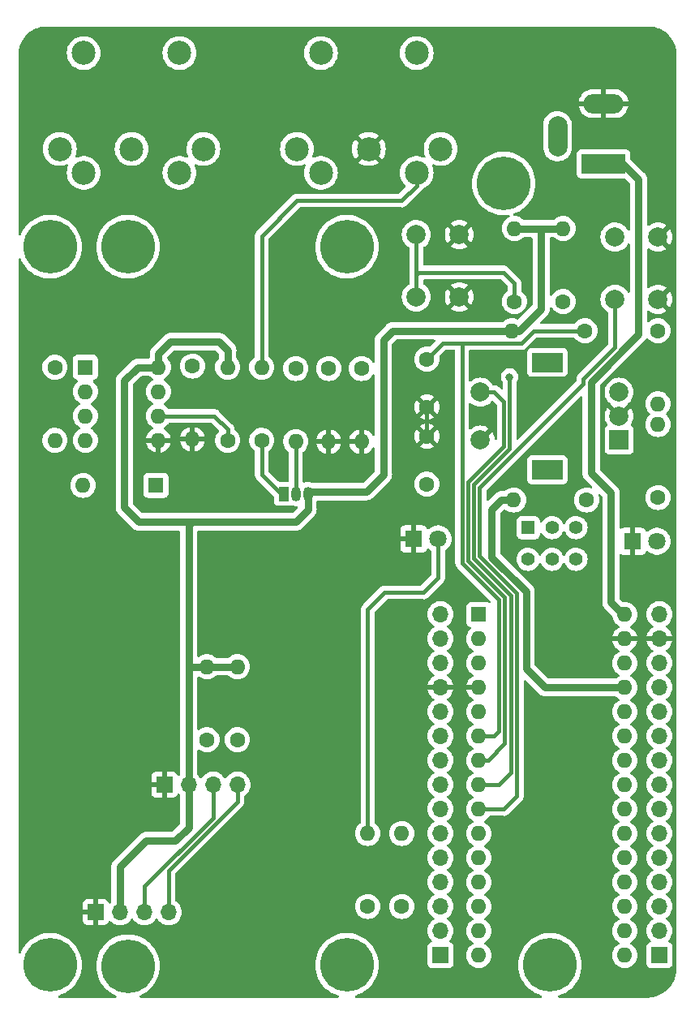
<source format=gbr>
%TF.GenerationSoftware,KiCad,Pcbnew,7.0.6*%
%TF.CreationDate,2023-07-14T11:44:33-04:00*%
%TF.ProjectId,ArduinoNano_MIDI_breakout,41726475-696e-46f4-9e61-6e6f5f4d4944,rev?*%
%TF.SameCoordinates,Original*%
%TF.FileFunction,Copper,L2,Bot*%
%TF.FilePolarity,Positive*%
%FSLAX46Y46*%
G04 Gerber Fmt 4.6, Leading zero omitted, Abs format (unit mm)*
G04 Created by KiCad (PCBNEW 7.0.6) date 2023-07-14 11:44:33*
%MOMM*%
%LPD*%
G01*
G04 APERTURE LIST*
%TA.AperFunction,ComponentPad*%
%ADD10R,1.600000X1.600000*%
%TD*%
%TA.AperFunction,ComponentPad*%
%ADD11O,1.600000X1.600000*%
%TD*%
%TA.AperFunction,ComponentPad*%
%ADD12R,1.400000X1.400000*%
%TD*%
%TA.AperFunction,ComponentPad*%
%ADD13C,1.400000*%
%TD*%
%TA.AperFunction,ComponentPad*%
%ADD14R,1.700000X1.700000*%
%TD*%
%TA.AperFunction,ComponentPad*%
%ADD15O,1.700000X1.700000*%
%TD*%
%TA.AperFunction,ComponentPad*%
%ADD16C,1.600000*%
%TD*%
%TA.AperFunction,ComponentPad*%
%ADD17R,4.600000X2.000000*%
%TD*%
%TA.AperFunction,ComponentPad*%
%ADD18O,4.200000X2.000000*%
%TD*%
%TA.AperFunction,ComponentPad*%
%ADD19O,2.000000X4.200000*%
%TD*%
%TA.AperFunction,ComponentPad*%
%ADD20R,1.050000X1.500000*%
%TD*%
%TA.AperFunction,ComponentPad*%
%ADD21O,1.050000X1.500000*%
%TD*%
%TA.AperFunction,ComponentPad*%
%ADD22C,5.600000*%
%TD*%
%TA.AperFunction,ComponentPad*%
%ADD23C,2.500000*%
%TD*%
%TA.AperFunction,ComponentPad*%
%ADD24C,2.000000*%
%TD*%
%TA.AperFunction,ComponentPad*%
%ADD25R,1.800000X1.800000*%
%TD*%
%TA.AperFunction,ComponentPad*%
%ADD26C,1.800000*%
%TD*%
%TA.AperFunction,ComponentPad*%
%ADD27R,2.000000X2.000000*%
%TD*%
%TA.AperFunction,ComponentPad*%
%ADD28R,3.200000X2.000000*%
%TD*%
%TA.AperFunction,ViaPad*%
%ADD29C,0.800000*%
%TD*%
%TA.AperFunction,Conductor*%
%ADD30C,0.400000*%
%TD*%
%TA.AperFunction,Conductor*%
%ADD31C,0.800000*%
%TD*%
G04 APERTURE END LIST*
D10*
%TO.P,A1,1,D1/TX*%
%TO.N,TX*%
X152704800Y-102006400D03*
D11*
%TO.P,A1,2,D0/RX*%
%TO.N,RX*%
X152704800Y-104546400D03*
%TO.P,A1,3,~{RESET}*%
%TO.N,RST_3*%
X152704800Y-107086400D03*
%TO.P,A1,4,GND*%
%TO.N,GND*%
X152704800Y-109626400D03*
%TO.P,A1,5,D2*%
%TO.N,D2*%
X152704800Y-112166400D03*
%TO.P,A1,6,D3*%
%TO.N,D3*%
X152704800Y-114706400D03*
%TO.P,A1,7,D4*%
%TO.N,D4*%
X152704800Y-117246400D03*
%TO.P,A1,8,D5*%
%TO.N,D5*%
X152704800Y-119786400D03*
%TO.P,A1,9,D6*%
%TO.N,D6*%
X152704800Y-122326400D03*
%TO.P,A1,10,D7*%
%TO.N,D7*%
X152704800Y-124866400D03*
%TO.P,A1,11,D8*%
%TO.N,D8*%
X152704800Y-127406400D03*
%TO.P,A1,12,D9*%
%TO.N,D9*%
X152704800Y-129946400D03*
%TO.P,A1,13,D10*%
%TO.N,D10*%
X152704800Y-132486400D03*
%TO.P,A1,14,D11*%
%TO.N,D11*%
X152704800Y-135026400D03*
%TO.P,A1,15,D12*%
%TO.N,D12*%
X152704800Y-137566400D03*
%TO.P,A1,16,D13*%
%TO.N,D13*%
X167944800Y-137566400D03*
%TO.P,A1,17,3V3*%
%TO.N,+3V3*%
X167944800Y-135026400D03*
%TO.P,A1,18,AREF*%
%TO.N,AREF*%
X167944800Y-132486400D03*
%TO.P,A1,19,A0*%
%TO.N,A0*%
X167944800Y-129946400D03*
%TO.P,A1,20,A1*%
%TO.N,A1*%
X167944800Y-127406400D03*
%TO.P,A1,21,A2*%
%TO.N,A2*%
X167944800Y-124866400D03*
%TO.P,A1,22,A3*%
%TO.N,A3*%
X167944800Y-122326400D03*
%TO.P,A1,23,A4*%
%TO.N,SDA1*%
X167944800Y-119786400D03*
%TO.P,A1,24,A5*%
%TO.N,SCL1*%
X167944800Y-117246400D03*
%TO.P,A1,25,A6*%
%TO.N,A6*%
X167944800Y-114706400D03*
%TO.P,A1,26,A7*%
%TO.N,A7*%
X167944800Y-112166400D03*
%TO.P,A1,27,+5V*%
%TO.N,+5V*%
X167944800Y-109626400D03*
%TO.P,A1,28,~{RESET}*%
%TO.N,RST_28*%
X167944800Y-107086400D03*
%TO.P,A1,29,GND*%
%TO.N,GND*%
X167944800Y-104546400D03*
%TO.P,A1,30,VIN*%
%TO.N,+VDC*%
X167944800Y-102006400D03*
%TD*%
D12*
%TO.P,SW4,1,A*%
%TO.N,RX1*%
X157861000Y-92939000D03*
D13*
%TO.P,SW4,2,B*%
%TO.N,RX*%
X160361000Y-92939000D03*
%TO.P,SW4,3,C*%
%TO.N,unconnected-(SW4A-C-Pad3)*%
X162861000Y-92939000D03*
%TO.P,SW4,4,A*%
%TO.N,TX1*%
X157861000Y-96239000D03*
%TO.P,SW4,5,B*%
%TO.N,TX*%
X160361000Y-96239000D03*
%TO.P,SW4,6,C*%
%TO.N,unconnected-(SW4B-C-Pad6)*%
X162861000Y-96239000D03*
%TD*%
D10*
%TO.P,U2,1,NC*%
%TO.N,unconnected-(U2-NC-Pad1)*%
X111633000Y-76200000D03*
D11*
%TO.P,U2,2,C1*%
%TO.N,Net-(D1-K)*%
X111633000Y-78740000D03*
%TO.P,U2,3,C2*%
%TO.N,Net-(D1-A)*%
X111633000Y-81280000D03*
%TO.P,U2,4,NC*%
%TO.N,unconnected-(U2-NC-Pad4)*%
X111633000Y-83820000D03*
%TO.P,U2,5,GND*%
%TO.N,GND*%
X119253000Y-83820000D03*
%TO.P,U2,6,VO2*%
%TO.N,RX1*%
X119253000Y-81280000D03*
%TO.P,U2,7,VO1*%
%TO.N,Net-(U2-VO1)*%
X119253000Y-78740000D03*
%TO.P,U2,8,VCC*%
%TO.N,+5V*%
X119253000Y-76200000D03*
%TD*%
D10*
%TO.P,D1,1,K*%
%TO.N,Net-(D1-K)*%
X118999000Y-88519000D03*
D11*
%TO.P,D1,2,A*%
%TO.N,Net-(D1-A)*%
X111379000Y-88519000D03*
%TD*%
D14*
%TO.P,J4,1,Pin_1*%
%TO.N,GND*%
X119888000Y-119761000D03*
D15*
%TO.P,J4,2,Pin_2*%
%TO.N,+5V*%
X122428000Y-119761000D03*
%TO.P,J4,3,Pin_3*%
%TO.N,SDA1*%
X124968000Y-119761000D03*
%TO.P,J4,4,Pin_4*%
%TO.N,SCL1*%
X127508000Y-119761000D03*
%TD*%
D16*
%TO.P,R10,1*%
%TO.N,D3*%
X171414000Y-72390000D03*
D11*
%TO.P,R10,2*%
%TO.N,Net-(R10-Pad2)*%
X171414000Y-80010000D03*
%TD*%
D17*
%TO.P,J7,1*%
%TO.N,+VDC*%
X165735000Y-54991000D03*
D18*
%TO.P,J7,2*%
%TO.N,GND*%
X165735000Y-48691000D03*
D19*
%TO.P,J7,3*%
%TO.N,unconnected-(J7-Pad3)*%
X160935000Y-52091000D03*
%TD*%
D20*
%TO.P,Q1,1,E*%
%TO.N,Net-(Q1-E)*%
X132334000Y-89408000D03*
D21*
%TO.P,Q1,2,B*%
%TO.N,Net-(Q1-B)*%
X133604000Y-89408000D03*
%TO.P,Q1,3,C*%
%TO.N,+5V*%
X134874000Y-89408000D03*
%TD*%
D14*
%TO.P,J5,1,Pin_1*%
%TO.N,D13*%
X171577000Y-137541000D03*
D15*
%TO.P,J5,2,Pin_2*%
%TO.N,+3V3*%
X171577000Y-135001000D03*
%TO.P,J5,3,Pin_3*%
%TO.N,AREF*%
X171577000Y-132461000D03*
%TO.P,J5,4,Pin_4*%
%TO.N,A0*%
X171577000Y-129921000D03*
%TO.P,J5,5,Pin_5*%
%TO.N,A1*%
X171577000Y-127381000D03*
%TO.P,J5,6,Pin_6*%
%TO.N,A2*%
X171577000Y-124841000D03*
%TO.P,J5,7,Pin_7*%
%TO.N,A3*%
X171577000Y-122301000D03*
%TO.P,J5,8,Pin_8*%
%TO.N,SDA1*%
X171577000Y-119761000D03*
%TO.P,J5,9,Pin_9*%
%TO.N,SCL1*%
X171577000Y-117221000D03*
%TO.P,J5,10,Pin_10*%
%TO.N,A6*%
X171577000Y-114681000D03*
%TO.P,J5,11,Pin_11*%
%TO.N,A7*%
X171577000Y-112141000D03*
%TO.P,J5,12,Pin_12*%
%TO.N,+5V*%
X171577000Y-109601000D03*
%TO.P,J5,13,Pin_13*%
%TO.N,RST_28*%
X171577000Y-107061000D03*
%TO.P,J5,14,Pin_14*%
%TO.N,GND*%
X171577000Y-104521000D03*
%TO.P,J5,15,Pin_15*%
%TO.N,+VDC*%
X171577000Y-101981000D03*
%TD*%
D16*
%TO.P,R15,1*%
%TO.N,Net-(U2-VO1)*%
X122809000Y-76073000D03*
D11*
%TO.P,R15,2*%
%TO.N,GND*%
X122809000Y-83693000D03*
%TD*%
D16*
%TO.P,R6,1*%
%TO.N,RX1*%
X126492000Y-83820000D03*
D11*
%TO.P,R6,2*%
%TO.N,+5V*%
X126492000Y-76200000D03*
%TD*%
D16*
%TO.P,R7,1*%
%TO.N,D3*%
X163794000Y-72390000D03*
D11*
%TO.P,R7,2*%
%TO.N,+5V*%
X156174000Y-72390000D03*
%TD*%
D22*
%TO.P,H4,1*%
%TO.N,N/C*%
X155321000Y-57023000D03*
%TD*%
D16*
%TO.P,R1,1*%
%TO.N,Net-(J2-Pad4)*%
X137033000Y-76327000D03*
D11*
%TO.P,R1,2*%
%TO.N,GND*%
X137033000Y-83947000D03*
%TD*%
D23*
%TO.P,J3,1*%
%TO.N,unconnected-(J3-Pad1)*%
X108959000Y-53419000D03*
%TO.P,J3,2*%
%TO.N,unconnected-(J3-Pad2)*%
X116459000Y-53419000D03*
%TO.P,J3,3*%
%TO.N,unconnected-(J3-Pad3)*%
X123959000Y-53419000D03*
%TO.P,J3,4*%
%TO.N,Net-(J3-Pad4)*%
X111459000Y-55919000D03*
%TO.P,J3,5*%
%TO.N,Net-(D1-A)*%
X121459000Y-55919000D03*
%TO.P,J3,6*%
%TO.N,N/C*%
X111459000Y-43419000D03*
X121459000Y-43419000D03*
%TD*%
D16*
%TO.P,R16,1*%
%TO.N,D9*%
X144653000Y-132461000D03*
D11*
%TO.P,R16,2*%
%TO.N,Net-(D2-A)*%
X144653000Y-124841000D03*
%TD*%
D16*
%TO.P,R4,1*%
%TO.N,Net-(Q1-E)*%
X130048000Y-83820000D03*
D11*
%TO.P,R4,2*%
%TO.N,Net-(J2-Pad5)*%
X130048000Y-76200000D03*
%TD*%
D16*
%TO.P,R9,1*%
%TO.N,D2*%
X171414000Y-89789000D03*
D11*
%TO.P,R9,2*%
%TO.N,Net-(R9-Pad2)*%
X171414000Y-82169000D03*
%TD*%
D22*
%TO.P,H6,1*%
%TO.N,N/C*%
X138938000Y-138557000D03*
%TD*%
%TO.P,H8,1*%
%TO.N,N/C*%
X138938000Y-63627000D03*
%TD*%
D16*
%TO.P,R3,1*%
%TO.N,Net-(Q1-E)*%
X140462000Y-76327000D03*
D11*
%TO.P,R3,2*%
%TO.N,GND*%
X140462000Y-83947000D03*
%TD*%
D16*
%TO.P,R11,1*%
%TO.N,D6*%
X161508000Y-69342000D03*
D11*
%TO.P,R11,2*%
%TO.N,+5V*%
X161508000Y-61722000D03*
%TD*%
D16*
%TO.P,R5,1*%
%TO.N,Net-(J3-Pad4)*%
X108458000Y-76200000D03*
D11*
%TO.P,R5,2*%
%TO.N,Net-(D1-K)*%
X108458000Y-83820000D03*
%TD*%
D24*
%TO.P,SW3,1,1*%
%TO.N,D6*%
X166914000Y-62611000D03*
X166914000Y-69111000D03*
%TO.P,SW3,2,2*%
%TO.N,GND*%
X171414000Y-69111000D03*
X171414000Y-62611000D03*
%TD*%
D16*
%TO.P,C1,1*%
%TO.N,D3*%
X147284000Y-75351000D03*
%TO.P,C1,2*%
%TO.N,GND*%
X147284000Y-80351000D03*
%TD*%
%TO.P,C2,1*%
%TO.N,D2*%
X147284000Y-88392000D03*
%TO.P,C2,2*%
%TO.N,GND*%
X147284000Y-83392000D03*
%TD*%
%TO.P,R2,1*%
%TO.N,TX1*%
X133604000Y-76327000D03*
D11*
%TO.P,R2,2*%
%TO.N,Net-(Q1-B)*%
X133604000Y-83947000D03*
%TD*%
D22*
%TO.P,H7,1*%
%TO.N,N/C*%
X107950000Y-138557000D03*
%TD*%
D23*
%TO.P,J2,1*%
%TO.N,unconnected-(J2-Pad1)*%
X133724000Y-53419000D03*
%TO.P,J2,2*%
%TO.N,GND*%
X141224000Y-53419000D03*
%TO.P,J2,3*%
%TO.N,unconnected-(J2-Pad3)*%
X148724000Y-53419000D03*
%TO.P,J2,4*%
%TO.N,Net-(J2-Pad4)*%
X136224000Y-55919000D03*
%TO.P,J2,5*%
%TO.N,Net-(J2-Pad5)*%
X146224000Y-55919000D03*
%TO.P,J2,6*%
%TO.N,N/C*%
X146224000Y-43419000D03*
X136224000Y-43419000D03*
%TD*%
D16*
%TO.P,R17,1*%
%TO.N,D10*%
X141097000Y-132461000D03*
D11*
%TO.P,R17,2*%
%TO.N,Net-(D3-A)*%
X141097000Y-124841000D03*
%TD*%
D22*
%TO.P,H5,1*%
%TO.N,N/C*%
X107950000Y-63627000D03*
%TD*%
%TO.P,H3,1*%
%TO.N,N/C*%
X116078000Y-63627000D03*
%TD*%
%TO.P,H1,1*%
%TO.N,N/C*%
X160147000Y-138557000D03*
%TD*%
D25*
%TO.P,D2,1,K*%
%TO.N,GND*%
X168778000Y-94361000D03*
D26*
%TO.P,D2,2,A*%
%TO.N,Net-(D2-A)*%
X171318000Y-94361000D03*
%TD*%
D25*
%TO.P,D3,1,K*%
%TO.N,GND*%
X145923000Y-94107000D03*
D26*
%TO.P,D3,2,A*%
%TO.N,Net-(D3-A)*%
X148463000Y-94107000D03*
%TD*%
D16*
%TO.P,R13,1*%
%TO.N,SDA1*%
X124333000Y-115062000D03*
D11*
%TO.P,R13,2*%
%TO.N,+5V*%
X124333000Y-107442000D03*
%TD*%
D16*
%TO.P,R12,1*%
%TO.N,D5*%
X156428000Y-69342000D03*
D11*
%TO.P,R12,2*%
%TO.N,+5V*%
X156428000Y-61722000D03*
%TD*%
D14*
%TO.P,J1,1,Pin_1*%
%TO.N,GND*%
X112700000Y-133057000D03*
D15*
%TO.P,J1,2,Pin_2*%
%TO.N,+5V*%
X115240000Y-133057000D03*
%TO.P,J1,3,Pin_3*%
%TO.N,SDA1*%
X117780000Y-133057000D03*
%TO.P,J1,4,Pin_4*%
%TO.N,SCL1*%
X120320000Y-133057000D03*
%TD*%
D24*
%TO.P,SW2,1,1*%
%TO.N,D5*%
X146177000Y-62357000D03*
X146177000Y-68857000D03*
%TO.P,SW2,2,2*%
%TO.N,GND*%
X150677000Y-62357000D03*
X150677000Y-68857000D03*
%TD*%
D27*
%TO.P,SW1,A,A*%
%TO.N,Net-(R9-Pad2)*%
X167357000Y-83792000D03*
D24*
%TO.P,SW1,B,B*%
%TO.N,Net-(R10-Pad2)*%
X167357000Y-78792000D03*
%TO.P,SW1,C,C*%
%TO.N,GND*%
X167357000Y-81292000D03*
D28*
%TO.P,SW1,MP*%
%TO.N,N/C*%
X159857000Y-75692000D03*
X159857000Y-86892000D03*
D24*
%TO.P,SW1,S1,S1*%
%TO.N,D4*%
X152857000Y-78792000D03*
%TO.P,SW1,S2,S2*%
%TO.N,GND*%
X152857000Y-83792000D03*
%TD*%
D16*
%TO.P,R14,1*%
%TO.N,SCL1*%
X127508000Y-115062000D03*
D11*
%TO.P,R14,2*%
%TO.N,+5V*%
X127508000Y-107442000D03*
%TD*%
D22*
%TO.P,H2,1*%
%TO.N,N/C*%
X116078000Y-138684000D03*
%TD*%
D16*
%TO.P,R8,1*%
%TO.N,D2*%
X163957000Y-90043000D03*
D11*
%TO.P,R8,2*%
%TO.N,+5V*%
X156337000Y-90043000D03*
%TD*%
D14*
%TO.P,J6,1,Pin_1*%
%TO.N,D12*%
X148717000Y-137541000D03*
D15*
%TO.P,J6,2,Pin_2*%
%TO.N,D11*%
X148717000Y-135001000D03*
%TO.P,J6,3,Pin_3*%
%TO.N,D10*%
X148717000Y-132461000D03*
%TO.P,J6,4,Pin_4*%
%TO.N,D9*%
X148717000Y-129921000D03*
%TO.P,J6,5,Pin_5*%
%TO.N,D8*%
X148717000Y-127381000D03*
%TO.P,J6,6,Pin_6*%
%TO.N,D7*%
X148717000Y-124841000D03*
%TO.P,J6,7,Pin_7*%
%TO.N,D6*%
X148717000Y-122301000D03*
%TO.P,J6,8,Pin_8*%
%TO.N,D5*%
X148717000Y-119761000D03*
%TO.P,J6,9,Pin_9*%
%TO.N,D4*%
X148717000Y-117221000D03*
%TO.P,J6,10,Pin_10*%
%TO.N,D3*%
X148717000Y-114681000D03*
%TO.P,J6,11,Pin_11*%
%TO.N,D2*%
X148717000Y-112141000D03*
%TO.P,J6,12,Pin_12*%
%TO.N,GND*%
X148717000Y-109601000D03*
%TO.P,J6,13,Pin_13*%
%TO.N,RST_3*%
X148717000Y-107061000D03*
%TO.P,J6,14,Pin_14*%
%TO.N,RX*%
X148717000Y-104521000D03*
%TO.P,J6,15,Pin_15*%
%TO.N,TX*%
X148717000Y-101981000D03*
%TD*%
D29*
%TO.N,D5*%
X155920000Y-77216000D03*
%TD*%
D30*
%TO.N,GND*%
X147284000Y-83392000D02*
X147284000Y-80351000D01*
D31*
%TO.N,+5V*%
X142748000Y-87376000D02*
X142748000Y-73370000D01*
X119253000Y-76200000D02*
X119253000Y-74803000D01*
X122809000Y-92329000D02*
X133604000Y-92329000D01*
X122682000Y-107442000D02*
X122428000Y-107696000D01*
X142748000Y-73370000D02*
X143728000Y-72390000D01*
X117094000Y-76200000D02*
X119253000Y-76200000D01*
X120523000Y-92329000D02*
X122809000Y-92329000D01*
X134874000Y-91059000D02*
X134874000Y-89175000D01*
X156337000Y-90043000D02*
X155067000Y-90043000D01*
X157645000Y-99612046D02*
X157645000Y-107607000D01*
X156428000Y-61722000D02*
X157952000Y-61722000D01*
X115240000Y-133057000D02*
X115240000Y-128346000D01*
X127508000Y-107442000D02*
X124333000Y-107442000D01*
X154051000Y-96018046D02*
X157645000Y-99612046D01*
X159222000Y-70104000D02*
X156936000Y-72390000D01*
X157952000Y-61722000D02*
X159222000Y-61722000D01*
X133604000Y-92329000D02*
X134874000Y-91059000D01*
X154051000Y-91059000D02*
X154051000Y-96018046D01*
X140949000Y-89175000D02*
X142748000Y-87376000D01*
X117221000Y-92329000D02*
X115697000Y-90805000D01*
X159222000Y-61722000D02*
X159222000Y-70104000D01*
X122428000Y-124206000D02*
X122428000Y-119761000D01*
X159222000Y-61722000D02*
X161508000Y-61722000D01*
X122428000Y-107696000D02*
X122428000Y-92710000D01*
X126492000Y-74422000D02*
X126492000Y-76200000D01*
X143728000Y-72390000D02*
X156174000Y-72390000D01*
X159639000Y-109601000D02*
X167767000Y-109601000D01*
X121031000Y-125603000D02*
X122428000Y-124206000D01*
X115697000Y-77597000D02*
X117094000Y-76200000D01*
X120523000Y-73533000D02*
X125603000Y-73533000D01*
X156936000Y-72390000D02*
X156174000Y-72390000D01*
X117983000Y-125603000D02*
X121031000Y-125603000D01*
X134874000Y-89175000D02*
X140949000Y-89175000D01*
X115240000Y-128346000D02*
X117983000Y-125603000D01*
X157645000Y-107607000D02*
X159639000Y-109601000D01*
X124333000Y-107442000D02*
X122682000Y-107442000D01*
X120523000Y-92329000D02*
X117221000Y-92329000D01*
X119253000Y-74803000D02*
X120523000Y-73533000D01*
X155067000Y-90043000D02*
X154051000Y-91059000D01*
X125603000Y-73533000D02*
X126492000Y-74422000D01*
X115697000Y-90805000D02*
X115697000Y-77597000D01*
X122428000Y-119761000D02*
X122428000Y-107696000D01*
X122428000Y-92710000D02*
X122809000Y-92329000D01*
D30*
%TO.N,Net-(J2-Pad5)*%
X130048000Y-76200000D02*
X130048000Y-62484000D01*
X133731000Y-58801000D02*
X144653000Y-58801000D01*
X146224000Y-57230000D02*
X146224000Y-55919000D01*
X130048000Y-62484000D02*
X133731000Y-58801000D01*
X144653000Y-58801000D02*
X146224000Y-57230000D01*
%TO.N,RX1*%
X125095000Y-81280000D02*
X126492000Y-82677000D01*
X126492000Y-82677000D02*
X126492000Y-83820000D01*
X119253000Y-81280000D02*
X125095000Y-81280000D01*
%TO.N,SDA1*%
X117780000Y-130378000D02*
X117780000Y-133057000D01*
X124968000Y-123190000D02*
X117780000Y-130378000D01*
X124968000Y-119761000D02*
X124968000Y-123190000D01*
%TO.N,SCL1*%
X127508000Y-119761000D02*
X127508000Y-121498528D01*
X127508000Y-121498528D02*
X120320000Y-128686528D01*
X120320000Y-128686528D02*
X120320000Y-133057000D01*
%TO.N,D3*%
X150967000Y-73660000D02*
X157190000Y-73660000D01*
X147284000Y-75351000D02*
X148975000Y-73660000D01*
X157190000Y-73660000D02*
X158460000Y-72390000D01*
X150967000Y-73660000D02*
X150967000Y-96611000D01*
X154813000Y-100457000D02*
X154813000Y-114173000D01*
X148975000Y-73660000D02*
X150967000Y-73660000D01*
X158460000Y-72390000D02*
X163794000Y-72390000D01*
X154305000Y-114681000D02*
X152527000Y-114681000D01*
X154813000Y-114173000D02*
X154305000Y-114681000D01*
X150967000Y-96611000D02*
X154813000Y-100457000D01*
%TO.N,D4*%
X155413000Y-115466370D02*
X155413000Y-100208472D01*
X155413000Y-100208472D02*
X151567000Y-96362472D01*
X152527000Y-117221000D02*
X153658370Y-117221000D01*
X155320000Y-79791000D02*
X154321000Y-78792000D01*
X154321000Y-78792000D02*
X152857000Y-78792000D01*
X155320000Y-84456000D02*
X155320000Y-79791000D01*
X153658370Y-117221000D02*
X155413000Y-115466370D01*
X151567000Y-96362472D02*
X151567000Y-88209000D01*
X151567000Y-88209000D02*
X155320000Y-84456000D01*
%TO.N,D5*%
X152167000Y-88457528D02*
X152167000Y-96113944D01*
X156428000Y-67437000D02*
X155285000Y-66294000D01*
X155285000Y-66294000D02*
X146395000Y-66294000D01*
X146177000Y-66512000D02*
X146177000Y-68857000D01*
X154813000Y-119761000D02*
X152527000Y-119761000D01*
X146177000Y-62357000D02*
X146177000Y-66512000D01*
X155920000Y-84704528D02*
X152167000Y-88457528D01*
X156083000Y-118491000D02*
X154813000Y-119761000D01*
X152167000Y-96113944D02*
X156083000Y-100029944D01*
X156428000Y-69342000D02*
X156428000Y-67437000D01*
X146395000Y-66294000D02*
X146177000Y-66512000D01*
X156083000Y-100029944D02*
X156083000Y-118491000D01*
X155920000Y-77216000D02*
X155920000Y-84704528D01*
%TO.N,D6*%
X156683000Y-120939000D02*
X156337000Y-121285000D01*
X152781000Y-88773000D02*
X152781000Y-95879416D01*
X166914000Y-74107630D02*
X163629000Y-77392630D01*
X163629000Y-77392630D02*
X163629000Y-77925000D01*
X152781000Y-95879416D02*
X156683000Y-99781416D01*
X155321000Y-122301000D02*
X156337000Y-121285000D01*
X166914000Y-69111000D02*
X166914000Y-74107630D01*
X156683000Y-99781416D02*
X156683000Y-120939000D01*
X163629000Y-77925000D02*
X152781000Y-88773000D01*
X152527000Y-122301000D02*
X155321000Y-122301000D01*
D31*
%TO.N,+VDC*%
X164429000Y-87249000D02*
X164429000Y-77724000D01*
X166497000Y-100711000D02*
X166497000Y-89281000D01*
X169382000Y-72771000D02*
X169382000Y-56606000D01*
X167767000Y-54991000D02*
X165735000Y-54991000D01*
X167767000Y-101981000D02*
X166497000Y-100711000D01*
X164429000Y-77724000D02*
X169382000Y-72771000D01*
X164465000Y-87249000D02*
X164429000Y-87249000D01*
X166497000Y-89281000D02*
X164465000Y-87249000D01*
X169382000Y-56606000D02*
X167767000Y-54991000D01*
D30*
%TO.N,Net-(Q1-E)*%
X130048000Y-87376000D02*
X131847000Y-89175000D01*
X131847000Y-89175000D02*
X132334000Y-89175000D01*
X130048000Y-83820000D02*
X130048000Y-87376000D01*
%TO.N,Net-(Q1-B)*%
X133604000Y-83947000D02*
X133604000Y-89175000D01*
%TO.N,Net-(D3-A)*%
X148463000Y-94107000D02*
X148463000Y-98171000D01*
X142875000Y-99695000D02*
X141097000Y-101473000D01*
X141097000Y-101473000D02*
X141097000Y-124841000D01*
X148463000Y-98171000D02*
X146939000Y-99695000D01*
X146939000Y-99695000D02*
X142875000Y-99695000D01*
%TD*%
%TA.AperFunction,Conductor*%
%TO.N,GND*%
G36*
X163438532Y-79221604D02*
G01*
X163495368Y-79264151D01*
X163520179Y-79330671D01*
X163520500Y-79339660D01*
X163520500Y-87344487D01*
X163529765Y-87388080D01*
X163530797Y-87394594D01*
X163535458Y-87438928D01*
X163549057Y-87480782D01*
X163549232Y-87481319D01*
X163550940Y-87487694D01*
X163557573Y-87518904D01*
X163560206Y-87531288D01*
X163564508Y-87540952D01*
X163578336Y-87572011D01*
X163580700Y-87578169D01*
X163586778Y-87596875D01*
X163594473Y-87620556D01*
X163594474Y-87620558D01*
X163594475Y-87620560D01*
X163616757Y-87659153D01*
X163619753Y-87665033D01*
X163637882Y-87705752D01*
X163664083Y-87741815D01*
X163667674Y-87747345D01*
X163689960Y-87785944D01*
X163700505Y-87797655D01*
X163719782Y-87819065D01*
X163723936Y-87824194D01*
X163750130Y-87860250D01*
X163764879Y-87873529D01*
X163783262Y-87890081D01*
X163787917Y-87894736D01*
X163817747Y-87927866D01*
X163838237Y-87942753D01*
X163853804Y-87954063D01*
X163858927Y-87958210D01*
X163892056Y-87988040D01*
X163915527Y-88001591D01*
X163930652Y-88010324D01*
X163936185Y-88013917D01*
X163960779Y-88031785D01*
X163975807Y-88044620D01*
X164529524Y-88598337D01*
X164563548Y-88660647D01*
X164558484Y-88731462D01*
X164515937Y-88788298D01*
X164449417Y-88813109D01*
X164407817Y-88809137D01*
X164242444Y-88764826D01*
X164185087Y-88749457D01*
X163957000Y-88729502D01*
X163728913Y-88749457D01*
X163507759Y-88808715D01*
X163507753Y-88808717D01*
X163300250Y-88905477D01*
X163112703Y-89036799D01*
X163112697Y-89036804D01*
X162950804Y-89198697D01*
X162950799Y-89198703D01*
X162819477Y-89386250D01*
X162722717Y-89593753D01*
X162722715Y-89593759D01*
X162663457Y-89814913D01*
X162644509Y-90031495D01*
X162643502Y-90043000D01*
X162663457Y-90271087D01*
X162697670Y-90398771D01*
X162722715Y-90492240D01*
X162722717Y-90492246D01*
X162819477Y-90699749D01*
X162934119Y-90863475D01*
X162950802Y-90887300D01*
X163112700Y-91049198D01*
X163300251Y-91180523D01*
X163507757Y-91277284D01*
X163728913Y-91336543D01*
X163957000Y-91356498D01*
X164185087Y-91336543D01*
X164406243Y-91277284D01*
X164613749Y-91180523D01*
X164801300Y-91049198D01*
X164963198Y-90887300D01*
X165094523Y-90699749D01*
X165191284Y-90492243D01*
X165250543Y-90271087D01*
X165270498Y-90043000D01*
X165250543Y-89814913D01*
X165191284Y-89593757D01*
X165191282Y-89593753D01*
X165190861Y-89592181D01*
X165192551Y-89521205D01*
X165232345Y-89462409D01*
X165297609Y-89434461D01*
X165367623Y-89446234D01*
X165401663Y-89470475D01*
X165551595Y-89620407D01*
X165585621Y-89682719D01*
X165588500Y-89709502D01*
X165588500Y-100629582D01*
X165586949Y-100649291D01*
X165584747Y-100663190D01*
X165586067Y-100688359D01*
X165588414Y-100733153D01*
X165588500Y-100736424D01*
X165588500Y-100758603D01*
X165588501Y-100758624D01*
X165590818Y-100780671D01*
X165591076Y-100783956D01*
X165594742Y-100853902D01*
X165598384Y-100867495D01*
X165601985Y-100886922D01*
X165603458Y-100900927D01*
X165603459Y-100900933D01*
X165613396Y-100931516D01*
X165625112Y-100967575D01*
X165626041Y-100970712D01*
X165644170Y-101038369D01*
X165650558Y-101050905D01*
X165658122Y-101069168D01*
X165662473Y-101082556D01*
X165674723Y-101103774D01*
X165697496Y-101143217D01*
X165699062Y-101146102D01*
X165730871Y-101208530D01*
X165739732Y-101219474D01*
X165750920Y-101235751D01*
X165757960Y-101247944D01*
X165788591Y-101281964D01*
X165804832Y-101300002D01*
X165806971Y-101302507D01*
X165820928Y-101319741D01*
X165836626Y-101335439D01*
X165838863Y-101337796D01*
X165860051Y-101361328D01*
X165885745Y-101389865D01*
X165897128Y-101398135D01*
X165912164Y-101410977D01*
X166610734Y-102109547D01*
X166644760Y-102171859D01*
X166647159Y-102187659D01*
X166651256Y-102234481D01*
X166651257Y-102234487D01*
X166696055Y-102401675D01*
X166701933Y-102423613D01*
X166710516Y-102455643D01*
X166807277Y-102663149D01*
X166938602Y-102850700D01*
X167100500Y-103012598D01*
X167288051Y-103143923D01*
X167315829Y-103156876D01*
X167327847Y-103162480D01*
X167381132Y-103209396D01*
X167400594Y-103277673D01*
X167380053Y-103345633D01*
X167327851Y-103390868D01*
X167288304Y-103409310D01*
X167100825Y-103540584D01*
X167100819Y-103540589D01*
X166938989Y-103702419D01*
X166938984Y-103702425D01*
X166807712Y-103889901D01*
X166710988Y-104097326D01*
X166710986Y-104097331D01*
X166658717Y-104292400D01*
X167513684Y-104292400D01*
X167485307Y-104336556D01*
X167444800Y-104474511D01*
X167444800Y-104618289D01*
X167485307Y-104756244D01*
X167513684Y-104800400D01*
X166658718Y-104800400D01*
X166710986Y-104995468D01*
X166710988Y-104995473D01*
X166807712Y-105202898D01*
X166938984Y-105390374D01*
X166938989Y-105390380D01*
X167100819Y-105552210D01*
X167100825Y-105552215D01*
X167288303Y-105683489D01*
X167327849Y-105701930D01*
X167381134Y-105748847D01*
X167400594Y-105817124D01*
X167380052Y-105885084D01*
X167327849Y-105930318D01*
X167288052Y-105948875D01*
X167100503Y-106080199D01*
X167100497Y-106080204D01*
X166938604Y-106242097D01*
X166938599Y-106242103D01*
X166807277Y-106429650D01*
X166710517Y-106637153D01*
X166710515Y-106637159D01*
X166651257Y-106858313D01*
X166631302Y-107086400D01*
X166651257Y-107314486D01*
X166710515Y-107535640D01*
X166710517Y-107535646D01*
X166774973Y-107673872D01*
X166807277Y-107743149D01*
X166938602Y-107930700D01*
X167100500Y-108092598D01*
X167288051Y-108223923D01*
X167323159Y-108240294D01*
X167327257Y-108242205D01*
X167380542Y-108289122D01*
X167400003Y-108357399D01*
X167379461Y-108425359D01*
X167327257Y-108470595D01*
X167288050Y-108488877D01*
X167100503Y-108620199D01*
X167100497Y-108620204D01*
X167065107Y-108655595D01*
X167002795Y-108689621D01*
X166976012Y-108692500D01*
X160067503Y-108692500D01*
X159999382Y-108672498D01*
X159978408Y-108655595D01*
X158590405Y-107267591D01*
X158556379Y-107205279D01*
X158553500Y-107178496D01*
X158553500Y-99693463D01*
X158555051Y-99673752D01*
X158557252Y-99659854D01*
X158556764Y-99650549D01*
X158553585Y-99589892D01*
X158553500Y-99586620D01*
X158553500Y-99564438D01*
X158553499Y-99564424D01*
X158552735Y-99557161D01*
X158551178Y-99542347D01*
X158550924Y-99539114D01*
X158547257Y-99469143D01*
X158543613Y-99455545D01*
X158540013Y-99436121D01*
X158538542Y-99422118D01*
X158516893Y-99355492D01*
X158515958Y-99352334D01*
X158497831Y-99284679D01*
X158497830Y-99284678D01*
X158497830Y-99284676D01*
X158491437Y-99272130D01*
X158483873Y-99253867D01*
X158479528Y-99240494D01*
X158479527Y-99240490D01*
X158444502Y-99179824D01*
X158442944Y-99176957D01*
X158411129Y-99114516D01*
X158402267Y-99103572D01*
X158391076Y-99087288D01*
X158384040Y-99075102D01*
X158337169Y-99023044D01*
X158335028Y-99020538D01*
X158321075Y-99003308D01*
X158319801Y-99002034D01*
X158305371Y-98987604D01*
X158303136Y-98985249D01*
X158256253Y-98933180D01*
X158244864Y-98924905D01*
X158229833Y-98912066D01*
X155556767Y-96239000D01*
X156647884Y-96239000D01*
X156666314Y-96449655D01*
X156695643Y-96559113D01*
X156721043Y-96653908D01*
X156721045Y-96653912D01*
X156810412Y-96845561D01*
X156931692Y-97018767D01*
X156931696Y-97018772D01*
X156931699Y-97018776D01*
X157081224Y-97168301D01*
X157081228Y-97168304D01*
X157081232Y-97168307D01*
X157254438Y-97289587D01*
X157254441Y-97289588D01*
X157254442Y-97289589D01*
X157446090Y-97378956D01*
X157650345Y-97433686D01*
X157861000Y-97452116D01*
X158071655Y-97433686D01*
X158275910Y-97378956D01*
X158467558Y-97289589D01*
X158640776Y-97168301D01*
X158790301Y-97018776D01*
X158911589Y-96845558D01*
X158996805Y-96662810D01*
X159043722Y-96609526D01*
X159111999Y-96590065D01*
X159179959Y-96610607D01*
X159225194Y-96662810D01*
X159250771Y-96717660D01*
X159310412Y-96845561D01*
X159431692Y-97018767D01*
X159431696Y-97018772D01*
X159431699Y-97018776D01*
X159581224Y-97168301D01*
X159581228Y-97168304D01*
X159581232Y-97168307D01*
X159754438Y-97289587D01*
X159754441Y-97289588D01*
X159754442Y-97289589D01*
X159946090Y-97378956D01*
X160150345Y-97433686D01*
X160361000Y-97452116D01*
X160571655Y-97433686D01*
X160775910Y-97378956D01*
X160967558Y-97289589D01*
X161140776Y-97168301D01*
X161290301Y-97018776D01*
X161411589Y-96845558D01*
X161496805Y-96662810D01*
X161543722Y-96609526D01*
X161611999Y-96590065D01*
X161679959Y-96610607D01*
X161725194Y-96662810D01*
X161750771Y-96717660D01*
X161810412Y-96845561D01*
X161931692Y-97018767D01*
X161931696Y-97018772D01*
X161931699Y-97018776D01*
X162081224Y-97168301D01*
X162081228Y-97168304D01*
X162081232Y-97168307D01*
X162254438Y-97289587D01*
X162254441Y-97289588D01*
X162254442Y-97289589D01*
X162446090Y-97378956D01*
X162650345Y-97433686D01*
X162861000Y-97452116D01*
X163071655Y-97433686D01*
X163275910Y-97378956D01*
X163467558Y-97289589D01*
X163640776Y-97168301D01*
X163790301Y-97018776D01*
X163911589Y-96845558D01*
X164000956Y-96653910D01*
X164055686Y-96449655D01*
X164074116Y-96239000D01*
X164055686Y-96028345D01*
X164000956Y-95824090D01*
X163911589Y-95632442D01*
X163911588Y-95632441D01*
X163911587Y-95632438D01*
X163790307Y-95459232D01*
X163790304Y-95459228D01*
X163790301Y-95459224D01*
X163640776Y-95309699D01*
X163640772Y-95309696D01*
X163640767Y-95309692D01*
X163467561Y-95188412D01*
X163275912Y-95099045D01*
X163275908Y-95099043D01*
X163181113Y-95073643D01*
X163071655Y-95044314D01*
X162861000Y-95025884D01*
X162860999Y-95025884D01*
X162772029Y-95033668D01*
X162650345Y-95044314D01*
X162595615Y-95058978D01*
X162446091Y-95099043D01*
X162446087Y-95099045D01*
X162254438Y-95188412D01*
X162081232Y-95309692D01*
X162081221Y-95309701D01*
X161931701Y-95459221D01*
X161931692Y-95459232D01*
X161810412Y-95632438D01*
X161725195Y-95815188D01*
X161678278Y-95868473D01*
X161610000Y-95887934D01*
X161542040Y-95867392D01*
X161496805Y-95815188D01*
X161433283Y-95678964D01*
X161411589Y-95632442D01*
X161411588Y-95632441D01*
X161411587Y-95632438D01*
X161290307Y-95459232D01*
X161290304Y-95459228D01*
X161290301Y-95459224D01*
X161140776Y-95309699D01*
X161140772Y-95309696D01*
X161140767Y-95309692D01*
X160967561Y-95188412D01*
X160775912Y-95099045D01*
X160775908Y-95099043D01*
X160681112Y-95073643D01*
X160571655Y-95044314D01*
X160361000Y-95025884D01*
X160150345Y-95044314D01*
X160095615Y-95058978D01*
X159946091Y-95099043D01*
X159946087Y-95099045D01*
X159754438Y-95188412D01*
X159581232Y-95309692D01*
X159581221Y-95309701D01*
X159431701Y-95459221D01*
X159431692Y-95459232D01*
X159310412Y-95632438D01*
X159225195Y-95815188D01*
X159178278Y-95868473D01*
X159110000Y-95887934D01*
X159042040Y-95867392D01*
X158996805Y-95815188D01*
X158933283Y-95678964D01*
X158911589Y-95632442D01*
X158911588Y-95632441D01*
X158911587Y-95632438D01*
X158790307Y-95459232D01*
X158790304Y-95459228D01*
X158790301Y-95459224D01*
X158640776Y-95309699D01*
X158640772Y-95309696D01*
X158640767Y-95309692D01*
X158467561Y-95188412D01*
X158275912Y-95099045D01*
X158275908Y-95099043D01*
X158181113Y-95073643D01*
X158071655Y-95044314D01*
X157861000Y-95025884D01*
X157860999Y-95025884D01*
X157772029Y-95033668D01*
X157650345Y-95044314D01*
X157595615Y-95058978D01*
X157446091Y-95099043D01*
X157446087Y-95099045D01*
X157254438Y-95188412D01*
X157081232Y-95309692D01*
X157081221Y-95309701D01*
X156931701Y-95459221D01*
X156931692Y-95459232D01*
X156810412Y-95632438D01*
X156721045Y-95824087D01*
X156721043Y-95824091D01*
X156703937Y-95887934D01*
X156666314Y-96028345D01*
X156647884Y-96239000D01*
X155556767Y-96239000D01*
X154996405Y-95678638D01*
X154962379Y-95616326D01*
X154959500Y-95589543D01*
X154959500Y-93687649D01*
X156652500Y-93687649D01*
X156659009Y-93748196D01*
X156659011Y-93748204D01*
X156710110Y-93885202D01*
X156710112Y-93885207D01*
X156797738Y-94002261D01*
X156914792Y-94089887D01*
X156914794Y-94089888D01*
X156914796Y-94089889D01*
X156960672Y-94107000D01*
X157051795Y-94140988D01*
X157051803Y-94140990D01*
X157112350Y-94147499D01*
X157112355Y-94147499D01*
X157112362Y-94147500D01*
X157112368Y-94147500D01*
X158609632Y-94147500D01*
X158609638Y-94147500D01*
X158609645Y-94147499D01*
X158609649Y-94147499D01*
X158670196Y-94140990D01*
X158670199Y-94140989D01*
X158670201Y-94140989D01*
X158807204Y-94089889D01*
X158821812Y-94078954D01*
X158924261Y-94002261D01*
X159011887Y-93885207D01*
X159011887Y-93885206D01*
X159011889Y-93885204D01*
X159062989Y-93748201D01*
X159066153Y-93718778D01*
X159069499Y-93687649D01*
X159069500Y-93687632D01*
X159069500Y-93597272D01*
X159089502Y-93529151D01*
X159143158Y-93482658D01*
X159213432Y-93472554D01*
X159278012Y-93502048D01*
X159307379Y-93540955D01*
X159307660Y-93540794D01*
X159308969Y-93543062D01*
X159309697Y-93544026D01*
X159310413Y-93545563D01*
X159431692Y-93718767D01*
X159431696Y-93718772D01*
X159431699Y-93718776D01*
X159581224Y-93868301D01*
X159581228Y-93868304D01*
X159581232Y-93868307D01*
X159754438Y-93989587D01*
X159754441Y-93989588D01*
X159754442Y-93989589D01*
X159946090Y-94078956D01*
X160150345Y-94133686D01*
X160361000Y-94152116D01*
X160571655Y-94133686D01*
X160775910Y-94078956D01*
X160967558Y-93989589D01*
X161140776Y-93868301D01*
X161290301Y-93718776D01*
X161381266Y-93588862D01*
X161411587Y-93545561D01*
X161411587Y-93545560D01*
X161411589Y-93545558D01*
X161496805Y-93362810D01*
X161543722Y-93309526D01*
X161611999Y-93290065D01*
X161679959Y-93310607D01*
X161725195Y-93362811D01*
X161810412Y-93545561D01*
X161931692Y-93718767D01*
X161931696Y-93718772D01*
X161931699Y-93718776D01*
X162081224Y-93868301D01*
X162081228Y-93868304D01*
X162081232Y-93868307D01*
X162254438Y-93989587D01*
X162254441Y-93989588D01*
X162254442Y-93989589D01*
X162446090Y-94078956D01*
X162650345Y-94133686D01*
X162861000Y-94152116D01*
X163071655Y-94133686D01*
X163275910Y-94078956D01*
X163467558Y-93989589D01*
X163640776Y-93868301D01*
X163790301Y-93718776D01*
X163881267Y-93588862D01*
X163911587Y-93545561D01*
X163911587Y-93545560D01*
X163911589Y-93545558D01*
X164000956Y-93353910D01*
X164055686Y-93149655D01*
X164074116Y-92939000D01*
X164055686Y-92728345D01*
X164000956Y-92524090D01*
X163911589Y-92332442D01*
X163911588Y-92332441D01*
X163911587Y-92332438D01*
X163790307Y-92159232D01*
X163790304Y-92159228D01*
X163790301Y-92159224D01*
X163640776Y-92009699D01*
X163640772Y-92009696D01*
X163640767Y-92009692D01*
X163467561Y-91888412D01*
X163275912Y-91799045D01*
X163275908Y-91799043D01*
X163181113Y-91773643D01*
X163071655Y-91744314D01*
X162861000Y-91725884D01*
X162860999Y-91725884D01*
X162808239Y-91730500D01*
X162650345Y-91744314D01*
X162621799Y-91751963D01*
X162446091Y-91799043D01*
X162446087Y-91799045D01*
X162254438Y-91888412D01*
X162081232Y-92009692D01*
X162081221Y-92009701D01*
X161931701Y-92159221D01*
X161931692Y-92159232D01*
X161810412Y-92332438D01*
X161725195Y-92515188D01*
X161678278Y-92568473D01*
X161610000Y-92587934D01*
X161542040Y-92567392D01*
X161496805Y-92515188D01*
X161411587Y-92332438D01*
X161290307Y-92159232D01*
X161290304Y-92159228D01*
X161290301Y-92159224D01*
X161140776Y-92009699D01*
X161140772Y-92009696D01*
X161140767Y-92009692D01*
X160967561Y-91888412D01*
X160775912Y-91799045D01*
X160775908Y-91799043D01*
X160681112Y-91773643D01*
X160571655Y-91744314D01*
X160361000Y-91725884D01*
X160150345Y-91744314D01*
X160121799Y-91751963D01*
X159946091Y-91799043D01*
X159946087Y-91799045D01*
X159754438Y-91888412D01*
X159581232Y-92009692D01*
X159581221Y-92009701D01*
X159431701Y-92159221D01*
X159431692Y-92159232D01*
X159310412Y-92332438D01*
X159310409Y-92332444D01*
X159309693Y-92333980D01*
X159309197Y-92334542D01*
X159307660Y-92337206D01*
X159307124Y-92336896D01*
X159262775Y-92387264D01*
X159194497Y-92406723D01*
X159126538Y-92386179D01*
X159080473Y-92332155D01*
X159069500Y-92280727D01*
X159069500Y-92190367D01*
X159069499Y-92190350D01*
X159062990Y-92129803D01*
X159062988Y-92129795D01*
X159018194Y-92009701D01*
X159011889Y-91992796D01*
X159011888Y-91992794D01*
X159011887Y-91992792D01*
X158924261Y-91875738D01*
X158807207Y-91788112D01*
X158807202Y-91788110D01*
X158670204Y-91737011D01*
X158670196Y-91737009D01*
X158609649Y-91730500D01*
X158609638Y-91730500D01*
X157112362Y-91730500D01*
X157112350Y-91730500D01*
X157051803Y-91737009D01*
X157051795Y-91737011D01*
X156914797Y-91788110D01*
X156914792Y-91788112D01*
X156797738Y-91875738D01*
X156710112Y-91992792D01*
X156710110Y-91992797D01*
X156659011Y-92129795D01*
X156659009Y-92129803D01*
X156652500Y-92190350D01*
X156652500Y-93687649D01*
X154959500Y-93687649D01*
X154959500Y-91487503D01*
X154979502Y-91419382D01*
X154996400Y-91398412D01*
X155331430Y-91063381D01*
X155393741Y-91029358D01*
X155464556Y-91034422D01*
X155492795Y-91049265D01*
X155574710Y-91106622D01*
X155680251Y-91180523D01*
X155887757Y-91277284D01*
X156108913Y-91336543D01*
X156337000Y-91356498D01*
X156565087Y-91336543D01*
X156786243Y-91277284D01*
X156993749Y-91180523D01*
X157181300Y-91049198D01*
X157343198Y-90887300D01*
X157474523Y-90699749D01*
X157571284Y-90492243D01*
X157630543Y-90271087D01*
X157650498Y-90043000D01*
X157630543Y-89814913D01*
X157571284Y-89593757D01*
X157474523Y-89386251D01*
X157343198Y-89198700D01*
X157181300Y-89036802D01*
X157159142Y-89021287D01*
X156993749Y-88905477D01*
X156786246Y-88808717D01*
X156786240Y-88808715D01*
X156622444Y-88764826D01*
X156565087Y-88749457D01*
X156337000Y-88729502D01*
X156336999Y-88729502D01*
X156108913Y-88749457D01*
X155887759Y-88808715D01*
X155887753Y-88808717D01*
X155680250Y-88905477D01*
X155492703Y-89036799D01*
X155492697Y-89036804D01*
X155431907Y-89097595D01*
X155369595Y-89131621D01*
X155342812Y-89134500D01*
X155148417Y-89134500D01*
X155128706Y-89132949D01*
X155114805Y-89130747D01*
X155070647Y-89133062D01*
X155044846Y-89134414D01*
X155041576Y-89134500D01*
X155019390Y-89134500D01*
X155019384Y-89134500D01*
X155019374Y-89134501D01*
X154999993Y-89136537D01*
X154997324Y-89136818D01*
X154994043Y-89137076D01*
X154924102Y-89140742D01*
X154924098Y-89140742D01*
X154924097Y-89140743D01*
X154910503Y-89144385D01*
X154891079Y-89147985D01*
X154877070Y-89149458D01*
X154810429Y-89171109D01*
X154807269Y-89172045D01*
X154759897Y-89184739D01*
X154739630Y-89190171D01*
X154739628Y-89190171D01*
X154739628Y-89190172D01*
X154739623Y-89190173D01*
X154727090Y-89196559D01*
X154708840Y-89204119D01*
X154695446Y-89208471D01*
X154634788Y-89243492D01*
X154631890Y-89245066D01*
X154569469Y-89276871D01*
X154569465Y-89276873D01*
X154558522Y-89285734D01*
X154542249Y-89296918D01*
X154530060Y-89303956D01*
X154530051Y-89303963D01*
X154477999Y-89350829D01*
X154475497Y-89352966D01*
X154458259Y-89366927D01*
X154458250Y-89366935D01*
X154442589Y-89382598D01*
X154440196Y-89384868D01*
X154388135Y-89431746D01*
X154388131Y-89431750D01*
X154379858Y-89443136D01*
X154367022Y-89458163D01*
X153704595Y-90120590D01*
X153642283Y-90154616D01*
X153571468Y-90149551D01*
X153514632Y-90107004D01*
X153489821Y-90040484D01*
X153489500Y-90031495D01*
X153489500Y-89118660D01*
X153509502Y-89050539D01*
X153526405Y-89029565D01*
X154615321Y-87940649D01*
X157748500Y-87940649D01*
X157755009Y-88001196D01*
X157755011Y-88001204D01*
X157806110Y-88138202D01*
X157806112Y-88138207D01*
X157893738Y-88255261D01*
X158010792Y-88342887D01*
X158010794Y-88342888D01*
X158010796Y-88342889D01*
X158069875Y-88364924D01*
X158147795Y-88393988D01*
X158147803Y-88393990D01*
X158208350Y-88400499D01*
X158208355Y-88400499D01*
X158208362Y-88400500D01*
X158208368Y-88400500D01*
X161505632Y-88400500D01*
X161505638Y-88400500D01*
X161505645Y-88400499D01*
X161505649Y-88400499D01*
X161566196Y-88393990D01*
X161566199Y-88393989D01*
X161566201Y-88393989D01*
X161703204Y-88342889D01*
X161745464Y-88311254D01*
X161820261Y-88255261D01*
X161907887Y-88138207D01*
X161907887Y-88138206D01*
X161907889Y-88138204D01*
X161954246Y-88013917D01*
X161958988Y-88001204D01*
X161958990Y-88001196D01*
X161965499Y-87940649D01*
X161965500Y-87940632D01*
X161965500Y-85843367D01*
X161965499Y-85843350D01*
X161958990Y-85782803D01*
X161958988Y-85782795D01*
X161907889Y-85645797D01*
X161907887Y-85645792D01*
X161820261Y-85528738D01*
X161703207Y-85441112D01*
X161703202Y-85441110D01*
X161566204Y-85390011D01*
X161566196Y-85390009D01*
X161505649Y-85383500D01*
X161505638Y-85383500D01*
X158208362Y-85383500D01*
X158208350Y-85383500D01*
X158147803Y-85390009D01*
X158147795Y-85390011D01*
X158010797Y-85441110D01*
X158010792Y-85441112D01*
X157893738Y-85528738D01*
X157806112Y-85645792D01*
X157806110Y-85645797D01*
X157755011Y-85782795D01*
X157755009Y-85782803D01*
X157748500Y-85843350D01*
X157748500Y-87940649D01*
X154615321Y-87940649D01*
X163305405Y-79250565D01*
X163367717Y-79216539D01*
X163438532Y-79221604D01*
G37*
%TD.AperFunction*%
%TA.AperFunction,Conductor*%
G36*
X154236185Y-79709155D02*
G01*
X154574595Y-80047565D01*
X154608621Y-80109877D01*
X154611500Y-80136660D01*
X154611500Y-83657914D01*
X154591498Y-83726035D01*
X154537842Y-83772528D01*
X154467568Y-83782632D01*
X154402988Y-83753138D01*
X154364604Y-83693412D01*
X154359888Y-83667800D01*
X154351039Y-83555367D01*
X154295628Y-83324562D01*
X154204791Y-83105261D01*
X154090102Y-82918107D01*
X154090100Y-82918107D01*
X153341360Y-83666847D01*
X153316493Y-83582156D01*
X153238761Y-83461202D01*
X153130100Y-83367048D01*
X152999315Y-83307320D01*
X152984587Y-83305202D01*
X153730891Y-82558898D01*
X153730891Y-82558897D01*
X153543733Y-82444206D01*
X153324437Y-82353371D01*
X153093632Y-82297960D01*
X152857000Y-82279337D01*
X152620367Y-82297960D01*
X152389562Y-82353371D01*
X152170266Y-82444206D01*
X151967877Y-82568231D01*
X151967875Y-82568232D01*
X151883330Y-82640441D01*
X151818540Y-82669472D01*
X151748340Y-82658867D01*
X151695018Y-82611992D01*
X151675500Y-82544630D01*
X151675500Y-80040027D01*
X151695502Y-79971906D01*
X151749158Y-79925413D01*
X151819432Y-79915309D01*
X151883328Y-79944214D01*
X151967584Y-80016176D01*
X152170037Y-80140240D01*
X152389406Y-80231105D01*
X152620289Y-80286535D01*
X152857000Y-80305165D01*
X153093711Y-80286535D01*
X153324594Y-80231105D01*
X153543963Y-80140240D01*
X153746416Y-80016176D01*
X153926969Y-79861969D01*
X154051281Y-79716417D01*
X154110729Y-79677611D01*
X154181724Y-79677103D01*
X154236185Y-79709155D01*
G37*
%TD.AperFunction*%
%TA.AperFunction,Conductor*%
G36*
X170383400Y-40641005D02*
G01*
X170432252Y-40640517D01*
X170435704Y-40640577D01*
X170549688Y-40645721D01*
X170762501Y-40656245D01*
X170769231Y-40656942D01*
X170918805Y-40680666D01*
X171094807Y-40710923D01*
X171100848Y-40712273D01*
X171253640Y-40754477D01*
X171418473Y-40803859D01*
X171423781Y-40805715D01*
X171573685Y-40865885D01*
X171729074Y-40933775D01*
X171733691Y-40936022D01*
X171790410Y-40966560D01*
X171877351Y-41013372D01*
X171961183Y-41062799D01*
X172022489Y-41098946D01*
X172026367Y-41101429D01*
X172160046Y-41194087D01*
X172162462Y-41195848D01*
X172294710Y-41297132D01*
X172297859Y-41299708D01*
X172420574Y-41406971D01*
X172423169Y-41409371D01*
X172542102Y-41525719D01*
X172544537Y-41528237D01*
X172607745Y-41597421D01*
X172654480Y-41648576D01*
X172657132Y-41651674D01*
X172761304Y-41781673D01*
X172763118Y-41784050D01*
X172858689Y-41915657D01*
X172861266Y-41919494D01*
X172908838Y-41996270D01*
X172936113Y-42040289D01*
X172950003Y-42062705D01*
X173030485Y-42204625D01*
X173032847Y-42209219D01*
X173104123Y-42363051D01*
X173167556Y-42511558D01*
X173169559Y-42516905D01*
X173222545Y-42680593D01*
X173268082Y-42832377D01*
X173269580Y-42838449D01*
X173303698Y-43013752D01*
X173330690Y-43162700D01*
X173331540Y-43169445D01*
X173346751Y-43382153D01*
X173354358Y-43495400D01*
X173354500Y-43499623D01*
X173354500Y-138699609D01*
X173352380Y-138706826D01*
X173354413Y-138745833D01*
X173354498Y-138749167D01*
X173354382Y-138881643D01*
X173353497Y-139074015D01*
X173353147Y-139080369D01*
X173336522Y-139237221D01*
X173316662Y-139406464D01*
X173315703Y-139412277D01*
X173281849Y-139570870D01*
X173244066Y-139732957D01*
X173242610Y-139738177D01*
X173191765Y-139894204D01*
X173136573Y-140049628D01*
X173134736Y-140054221D01*
X173067406Y-140205100D01*
X172995438Y-140352797D01*
X172993336Y-140356749D01*
X172910247Y-140500379D01*
X172822309Y-140638910D01*
X172820056Y-140642222D01*
X172723028Y-140775526D01*
X172721165Y-140777958D01*
X172619231Y-140904580D01*
X172616939Y-140907269D01*
X172506444Y-141029775D01*
X172504004Y-141032332D01*
X172388529Y-141146751D01*
X172386301Y-141148854D01*
X172263658Y-141259091D01*
X172260595Y-141261673D01*
X172131868Y-141363364D01*
X171997539Y-141460785D01*
X171993824Y-141463282D01*
X171854310Y-141550054D01*
X171711158Y-141632539D01*
X171706777Y-141634839D01*
X171557850Y-141705720D01*
X171407868Y-141772343D01*
X171402825Y-141774328D01*
X171245504Y-141828568D01*
X171091211Y-141878556D01*
X171085528Y-141880108D01*
X170919251Y-141917257D01*
X170764897Y-141949929D01*
X170758615Y-141950930D01*
X170568227Y-141971499D01*
X170437183Y-141985160D01*
X170430647Y-141985500D01*
X161101817Y-141985500D01*
X161033696Y-141965498D01*
X160987203Y-141911842D01*
X160977099Y-141841568D01*
X161006593Y-141776988D01*
X161061585Y-141740096D01*
X161373401Y-141635033D01*
X161699005Y-141484393D01*
X162006414Y-141299431D01*
X162292023Y-141082317D01*
X162552484Y-140835595D01*
X162784742Y-140562159D01*
X162986075Y-140265215D01*
X163154123Y-139948243D01*
X163286915Y-139614961D01*
X163382895Y-139269274D01*
X163440936Y-138915237D01*
X163459513Y-138572598D01*
X163460359Y-138557003D01*
X163460359Y-138556996D01*
X163453996Y-138439638D01*
X163440936Y-138198763D01*
X163382895Y-137844726D01*
X163286915Y-137499039D01*
X163154123Y-137165757D01*
X162986075Y-136848785D01*
X162784742Y-136551841D01*
X162552484Y-136278405D01*
X162512058Y-136240111D01*
X162292037Y-136031695D01*
X162292022Y-136031682D01*
X162006418Y-135814572D01*
X162006412Y-135814568D01*
X161699010Y-135629610D01*
X161699009Y-135629609D01*
X161699005Y-135629607D01*
X161373401Y-135478967D01*
X161033417Y-135364413D01*
X160985915Y-135353956D01*
X160683054Y-135287291D01*
X160683030Y-135287287D01*
X160326389Y-135248500D01*
X160326382Y-135248500D01*
X159967618Y-135248500D01*
X159967610Y-135248500D01*
X159610969Y-135287287D01*
X159610945Y-135287291D01*
X159260587Y-135364412D01*
X159260573Y-135364416D01*
X158920601Y-135478966D01*
X158920598Y-135478967D01*
X158920599Y-135478967D01*
X158646093Y-135605967D01*
X158594989Y-135629610D01*
X158287587Y-135814568D01*
X158287581Y-135814572D01*
X158001977Y-136031682D01*
X158001962Y-136031695D01*
X157741516Y-136278404D01*
X157509256Y-136551843D01*
X157307924Y-136848785D01*
X157307922Y-136848789D01*
X157139876Y-137165759D01*
X157139872Y-137165768D01*
X157007084Y-137499040D01*
X156911103Y-137844730D01*
X156853064Y-138198762D01*
X156833641Y-138556996D01*
X156833641Y-138557003D01*
X156853064Y-138915237D01*
X156911103Y-139269269D01*
X157007084Y-139614959D01*
X157105987Y-139863187D01*
X157139877Y-139948243D01*
X157193628Y-140049628D01*
X157307922Y-140265210D01*
X157307924Y-140265214D01*
X157394030Y-140392210D01*
X157509258Y-140562159D01*
X157646555Y-140723798D01*
X157741516Y-140835595D01*
X158001962Y-141082304D01*
X158001977Y-141082317D01*
X158287586Y-141299431D01*
X158594995Y-141484393D01*
X158920599Y-141635033D01*
X159232415Y-141740096D01*
X159290583Y-141780802D01*
X159317510Y-141846494D01*
X159304646Y-141916315D01*
X159256076Y-141968098D01*
X159192183Y-141985500D01*
X139892817Y-141985500D01*
X139824696Y-141965498D01*
X139778203Y-141911842D01*
X139768099Y-141841568D01*
X139797593Y-141776988D01*
X139852585Y-141740096D01*
X140164401Y-141635033D01*
X140490005Y-141484393D01*
X140797414Y-141299431D01*
X141083023Y-141082317D01*
X141343484Y-140835595D01*
X141575742Y-140562159D01*
X141777075Y-140265215D01*
X141945123Y-139948243D01*
X142077915Y-139614961D01*
X142173895Y-139269274D01*
X142231936Y-138915237D01*
X142250513Y-138572598D01*
X142251359Y-138557003D01*
X142251359Y-138556996D01*
X142244996Y-138439638D01*
X142231936Y-138198763D01*
X142173895Y-137844726D01*
X142077915Y-137499039D01*
X141945123Y-137165757D01*
X141777075Y-136848785D01*
X141575742Y-136551841D01*
X141343484Y-136278405D01*
X141303058Y-136240111D01*
X141083037Y-136031695D01*
X141083022Y-136031682D01*
X140797418Y-135814572D01*
X140797412Y-135814568D01*
X140490010Y-135629610D01*
X140490009Y-135629609D01*
X140490005Y-135629607D01*
X140164401Y-135478967D01*
X139824417Y-135364413D01*
X139776915Y-135353956D01*
X139474054Y-135287291D01*
X139474030Y-135287287D01*
X139117389Y-135248500D01*
X139117382Y-135248500D01*
X138758618Y-135248500D01*
X138758610Y-135248500D01*
X138401969Y-135287287D01*
X138401945Y-135287291D01*
X138051587Y-135364412D01*
X138051573Y-135364416D01*
X137711601Y-135478966D01*
X137711598Y-135478967D01*
X137711599Y-135478967D01*
X137437093Y-135605967D01*
X137385989Y-135629610D01*
X137078587Y-135814568D01*
X137078581Y-135814572D01*
X136792977Y-136031682D01*
X136792962Y-136031695D01*
X136532516Y-136278404D01*
X136300256Y-136551843D01*
X136098924Y-136848785D01*
X136098922Y-136848789D01*
X135930876Y-137165759D01*
X135930872Y-137165768D01*
X135798084Y-137499040D01*
X135702103Y-137844730D01*
X135644064Y-138198762D01*
X135624641Y-138556996D01*
X135624641Y-138557003D01*
X135644064Y-138915237D01*
X135702103Y-139269269D01*
X135798084Y-139614959D01*
X135896987Y-139863187D01*
X135930877Y-139948243D01*
X135984628Y-140049628D01*
X136098922Y-140265210D01*
X136098924Y-140265214D01*
X136185030Y-140392210D01*
X136300258Y-140562159D01*
X136437555Y-140723798D01*
X136532516Y-140835595D01*
X136792962Y-141082304D01*
X136792977Y-141082317D01*
X137078586Y-141299431D01*
X137385995Y-141484393D01*
X137711599Y-141635033D01*
X138023415Y-141740096D01*
X138081583Y-141780802D01*
X138108510Y-141846494D01*
X138095646Y-141916315D01*
X138047076Y-141968098D01*
X137983183Y-141985500D01*
X117393809Y-141985500D01*
X117325688Y-141965498D01*
X117279195Y-141911842D01*
X117269091Y-141841568D01*
X117298585Y-141776988D01*
X117340901Y-141745146D01*
X117630005Y-141611393D01*
X117937414Y-141426431D01*
X118223023Y-141209317D01*
X118483484Y-140962595D01*
X118715742Y-140689159D01*
X118917075Y-140392215D01*
X119085123Y-140075243D01*
X119217915Y-139741961D01*
X119313895Y-139396274D01*
X119314727Y-139391203D01*
X119340870Y-139231730D01*
X119371936Y-139042237D01*
X119388641Y-138734119D01*
X119391359Y-138684003D01*
X119391359Y-138683996D01*
X119381394Y-138500204D01*
X119371936Y-138325763D01*
X119313895Y-137971726D01*
X119217915Y-137626039D01*
X119085123Y-137292757D01*
X118917075Y-136975785D01*
X118715742Y-136678841D01*
X118483484Y-136405405D01*
X118441208Y-136365359D01*
X118223037Y-136158695D01*
X118223022Y-136158682D01*
X117937418Y-135941572D01*
X117937412Y-135941568D01*
X117765726Y-135838268D01*
X117630005Y-135756607D01*
X117304401Y-135605967D01*
X116964417Y-135491413D01*
X116907870Y-135478966D01*
X116614054Y-135414291D01*
X116614030Y-135414287D01*
X116257389Y-135375500D01*
X116257382Y-135375500D01*
X115898618Y-135375500D01*
X115898610Y-135375500D01*
X115541969Y-135414287D01*
X115541945Y-135414291D01*
X115191587Y-135491412D01*
X115191573Y-135491416D01*
X114851601Y-135605966D01*
X114851598Y-135605967D01*
X114851599Y-135605967D01*
X114684773Y-135683149D01*
X114525989Y-135756610D01*
X114218587Y-135941568D01*
X114218581Y-135941572D01*
X113932977Y-136158682D01*
X113932962Y-136158695D01*
X113672516Y-136405404D01*
X113440256Y-136678843D01*
X113238924Y-136975785D01*
X113238922Y-136975789D01*
X113070876Y-137292759D01*
X113070872Y-137292768D01*
X112938084Y-137626040D01*
X112842103Y-137971730D01*
X112784064Y-138325762D01*
X112764641Y-138683996D01*
X112764641Y-138684003D01*
X112784064Y-139042237D01*
X112842103Y-139396269D01*
X112938084Y-139741959D01*
X113020270Y-139948231D01*
X113070877Y-140075243D01*
X113118410Y-140164899D01*
X113238922Y-140392210D01*
X113238924Y-140392214D01*
X113406188Y-140638910D01*
X113440258Y-140689159D01*
X113564642Y-140835595D01*
X113672516Y-140962595D01*
X113932962Y-141209304D01*
X113932977Y-141209317D01*
X114218586Y-141426431D01*
X114525995Y-141611393D01*
X114815098Y-141745145D01*
X114868523Y-141791902D01*
X114888189Y-141860120D01*
X114867852Y-141928142D01*
X114813968Y-141974370D01*
X114762191Y-141985500D01*
X108904817Y-141985500D01*
X108836696Y-141965498D01*
X108790203Y-141911842D01*
X108780099Y-141841568D01*
X108809593Y-141776988D01*
X108864585Y-141740096D01*
X109176401Y-141635033D01*
X109502005Y-141484393D01*
X109809414Y-141299431D01*
X110095023Y-141082317D01*
X110355484Y-140835595D01*
X110587742Y-140562159D01*
X110789075Y-140265215D01*
X110957123Y-139948243D01*
X111089915Y-139614961D01*
X111185895Y-139269274D01*
X111243936Y-138915237D01*
X111262513Y-138572598D01*
X111263359Y-138557003D01*
X111263359Y-138556996D01*
X111256996Y-138439638D01*
X111243936Y-138198763D01*
X111185895Y-137844726D01*
X111089915Y-137499039D01*
X110957123Y-137165757D01*
X110789075Y-136848785D01*
X110587742Y-136551841D01*
X110355484Y-136278405D01*
X110315058Y-136240111D01*
X110095037Y-136031695D01*
X110095022Y-136031682D01*
X109809418Y-135814572D01*
X109809412Y-135814568D01*
X109502010Y-135629610D01*
X109502009Y-135629609D01*
X109502005Y-135629607D01*
X109176401Y-135478967D01*
X108836417Y-135364413D01*
X108788915Y-135353956D01*
X108486054Y-135287291D01*
X108486030Y-135287287D01*
X108129389Y-135248500D01*
X108129382Y-135248500D01*
X107770618Y-135248500D01*
X107770610Y-135248500D01*
X107413969Y-135287287D01*
X107413945Y-135287291D01*
X107063587Y-135364412D01*
X107063573Y-135364416D01*
X106723601Y-135478966D01*
X106723598Y-135478967D01*
X106723599Y-135478967D01*
X106449093Y-135605967D01*
X106397989Y-135629610D01*
X106090587Y-135814568D01*
X106090581Y-135814572D01*
X105804977Y-136031682D01*
X105804962Y-136031695D01*
X105544516Y-136278404D01*
X105312256Y-136551843D01*
X105110924Y-136848785D01*
X105110922Y-136848789D01*
X104942876Y-137165759D01*
X104942874Y-137165762D01*
X104891551Y-137294575D01*
X104847755Y-137350454D01*
X104780702Y-137373784D01*
X104711679Y-137357159D01*
X104662602Y-137305857D01*
X104648500Y-137247937D01*
X104648500Y-135001000D01*
X147353844Y-135001000D01*
X147372437Y-135225375D01*
X147427702Y-135443612D01*
X147427703Y-135443613D01*
X147427704Y-135443616D01*
X147448669Y-135491412D01*
X147518141Y-135649793D01*
X147641275Y-135838265D01*
X147641280Y-135838270D01*
X147784475Y-135993820D01*
X147815896Y-136057485D01*
X147807909Y-136128031D01*
X147763051Y-136183060D01*
X147735807Y-136197213D01*
X147620797Y-136240110D01*
X147620792Y-136240112D01*
X147503738Y-136327738D01*
X147416112Y-136444792D01*
X147416110Y-136444797D01*
X147365011Y-136581795D01*
X147365009Y-136581803D01*
X147358500Y-136642350D01*
X147358500Y-138439649D01*
X147365009Y-138500196D01*
X147365011Y-138500204D01*
X147416110Y-138637202D01*
X147416112Y-138637207D01*
X147503738Y-138754261D01*
X147620792Y-138841887D01*
X147620794Y-138841888D01*
X147620796Y-138841889D01*
X147669200Y-138859943D01*
X147757795Y-138892988D01*
X147757803Y-138892990D01*
X147818350Y-138899499D01*
X147818355Y-138899499D01*
X147818362Y-138899500D01*
X147818368Y-138899500D01*
X149615632Y-138899500D01*
X149615638Y-138899500D01*
X149615645Y-138899499D01*
X149615649Y-138899499D01*
X149676196Y-138892990D01*
X149676199Y-138892989D01*
X149676201Y-138892989D01*
X149813204Y-138841889D01*
X149930261Y-138754261D01*
X149936570Y-138745833D01*
X150017887Y-138637207D01*
X150017887Y-138637206D01*
X150017889Y-138637204D01*
X150068989Y-138500201D01*
X150075500Y-138439638D01*
X150075500Y-136642362D01*
X150075499Y-136642350D01*
X150068990Y-136581803D01*
X150068988Y-136581795D01*
X150017889Y-136444797D01*
X150017887Y-136444792D01*
X149930261Y-136327738D01*
X149813207Y-136240112D01*
X149813203Y-136240110D01*
X149698192Y-136197213D01*
X149641356Y-136154667D01*
X149616546Y-136088146D01*
X149631638Y-136018772D01*
X149649525Y-135993820D01*
X149792714Y-135838277D01*
X149792724Y-135838265D01*
X149808206Y-135814568D01*
X149915860Y-135649791D01*
X150006296Y-135443616D01*
X150061564Y-135225368D01*
X150080156Y-135001000D01*
X150061564Y-134776632D01*
X150061562Y-134776624D01*
X150006297Y-134558387D01*
X150006296Y-134558386D01*
X150006296Y-134558384D01*
X149915860Y-134352209D01*
X149815234Y-134198189D01*
X149792724Y-134163734D01*
X149792720Y-134163729D01*
X149640237Y-133998091D01*
X149506848Y-133894270D01*
X149462576Y-133859811D01*
X149429319Y-133841813D01*
X149378929Y-133791802D01*
X149363576Y-133722485D01*
X149388136Y-133655872D01*
X149429320Y-133620186D01*
X149462576Y-133602189D01*
X149640240Y-133463906D01*
X149792722Y-133298268D01*
X149915860Y-133109791D01*
X150006296Y-132903616D01*
X150061564Y-132685368D01*
X150080156Y-132461000D01*
X150061564Y-132236632D01*
X150057284Y-132219729D01*
X150006297Y-132018387D01*
X150006296Y-132018386D01*
X150006296Y-132018384D01*
X149915860Y-131812209D01*
X149909140Y-131801924D01*
X149792724Y-131623734D01*
X149792720Y-131623729D01*
X149640237Y-131458091D01*
X149558382Y-131394381D01*
X149462576Y-131319811D01*
X149429319Y-131301813D01*
X149378929Y-131251802D01*
X149363576Y-131182485D01*
X149388136Y-131115872D01*
X149429320Y-131080186D01*
X149462576Y-131062189D01*
X149640240Y-130923906D01*
X149792722Y-130758268D01*
X149915860Y-130569791D01*
X150006296Y-130363616D01*
X150061564Y-130145368D01*
X150080156Y-129921000D01*
X150061564Y-129696632D01*
X150024044Y-129548470D01*
X150006297Y-129478387D01*
X150006296Y-129478386D01*
X150006296Y-129478384D01*
X149915860Y-129272209D01*
X149909140Y-129261924D01*
X149792724Y-129083734D01*
X149792720Y-129083729D01*
X149676570Y-128957558D01*
X149640240Y-128918094D01*
X149640239Y-128918093D01*
X149640237Y-128918091D01*
X149558382Y-128854381D01*
X149462576Y-128779811D01*
X149429319Y-128761813D01*
X149378929Y-128711802D01*
X149363576Y-128642485D01*
X149388136Y-128575872D01*
X149429320Y-128540186D01*
X149462576Y-128522189D01*
X149640240Y-128383906D01*
X149792722Y-128218268D01*
X149915860Y-128029791D01*
X150006296Y-127823616D01*
X150061564Y-127605368D01*
X150080156Y-127381000D01*
X150061564Y-127156632D01*
X150061562Y-127156624D01*
X150006297Y-126938387D01*
X150006296Y-126938386D01*
X150006296Y-126938384D01*
X149915860Y-126732209D01*
X149819787Y-126585158D01*
X149792724Y-126543734D01*
X149792720Y-126543729D01*
X149640237Y-126378091D01*
X149558382Y-126314381D01*
X149462576Y-126239811D01*
X149462569Y-126239807D01*
X149429318Y-126221812D01*
X149378928Y-126171798D01*
X149363576Y-126102481D01*
X149388137Y-126035869D01*
X149429315Y-126000188D01*
X149462576Y-125982189D01*
X149640240Y-125843906D01*
X149792722Y-125678268D01*
X149915860Y-125489791D01*
X150006296Y-125283616D01*
X150061564Y-125065368D01*
X150080156Y-124841000D01*
X150061564Y-124616632D01*
X150060622Y-124612913D01*
X150006297Y-124398387D01*
X150006296Y-124398386D01*
X150006296Y-124398384D01*
X149915860Y-124192209D01*
X149909140Y-124181924D01*
X149792724Y-124003734D01*
X149792720Y-124003729D01*
X149660589Y-123860199D01*
X149640240Y-123838094D01*
X149640239Y-123838093D01*
X149640237Y-123838091D01*
X149558382Y-123774381D01*
X149462576Y-123699811D01*
X149429319Y-123681813D01*
X149378929Y-123631802D01*
X149363576Y-123562485D01*
X149388136Y-123495872D01*
X149429320Y-123460186D01*
X149429324Y-123460184D01*
X149462576Y-123442189D01*
X149640240Y-123303906D01*
X149792722Y-123138268D01*
X149915860Y-122949791D01*
X150006296Y-122743616D01*
X150061564Y-122525368D01*
X150080156Y-122301000D01*
X150061564Y-122076632D01*
X150045869Y-122014655D01*
X150006297Y-121858387D01*
X150006296Y-121858386D01*
X150006296Y-121858384D01*
X149915860Y-121652209D01*
X149874969Y-121589620D01*
X149792724Y-121463734D01*
X149792720Y-121463729D01*
X149640237Y-121298091D01*
X149525149Y-121208514D01*
X149462576Y-121159811D01*
X149429319Y-121141813D01*
X149378929Y-121091802D01*
X149363576Y-121022485D01*
X149388136Y-120955872D01*
X149429320Y-120920186D01*
X149430619Y-120919483D01*
X149462576Y-120902189D01*
X149640240Y-120763906D01*
X149792722Y-120598268D01*
X149915860Y-120409791D01*
X150006296Y-120203616D01*
X150061564Y-119985368D01*
X150080156Y-119761000D01*
X150061564Y-119536632D01*
X150034612Y-119430202D01*
X150006297Y-119318387D01*
X150006296Y-119318386D01*
X150006296Y-119318384D01*
X149915860Y-119112209D01*
X149909140Y-119101924D01*
X149792724Y-118923734D01*
X149792720Y-118923729D01*
X149676570Y-118797558D01*
X149640240Y-118758094D01*
X149640239Y-118758093D01*
X149640237Y-118758091D01*
X149520679Y-118665035D01*
X149462576Y-118619811D01*
X149429319Y-118601813D01*
X149378929Y-118551802D01*
X149363576Y-118482485D01*
X149388136Y-118415872D01*
X149429320Y-118380186D01*
X149462576Y-118362189D01*
X149640240Y-118223906D01*
X149792722Y-118058268D01*
X149915860Y-117869791D01*
X150006296Y-117663616D01*
X150061564Y-117445368D01*
X150080156Y-117221000D01*
X150061564Y-116996632D01*
X150012287Y-116802040D01*
X150006297Y-116778387D01*
X150006296Y-116778386D01*
X150006296Y-116778384D01*
X149915860Y-116572209D01*
X149909140Y-116561924D01*
X149792724Y-116383734D01*
X149792720Y-116383729D01*
X149640237Y-116218091D01*
X149534187Y-116135549D01*
X149462576Y-116079811D01*
X149429319Y-116061813D01*
X149378929Y-116011802D01*
X149363576Y-115942485D01*
X149388136Y-115875872D01*
X149429320Y-115840186D01*
X149462576Y-115822189D01*
X149640240Y-115683906D01*
X149792722Y-115518268D01*
X149915860Y-115329791D01*
X150006296Y-115123616D01*
X150061564Y-114905368D01*
X150080156Y-114681000D01*
X150061564Y-114456632D01*
X150048552Y-114405250D01*
X150006297Y-114238387D01*
X150006296Y-114238386D01*
X150006296Y-114238384D01*
X149915860Y-114032209D01*
X149874969Y-113969620D01*
X149792724Y-113843734D01*
X149792720Y-113843729D01*
X149640237Y-113678091D01*
X149558382Y-113614381D01*
X149462576Y-113539811D01*
X149429319Y-113521813D01*
X149378929Y-113471802D01*
X149363576Y-113402485D01*
X149388136Y-113335872D01*
X149429320Y-113300186D01*
X149462576Y-113282189D01*
X149640240Y-113143906D01*
X149792722Y-112978268D01*
X149915860Y-112789791D01*
X150006296Y-112583616D01*
X150061564Y-112365368D01*
X150080156Y-112141000D01*
X150061564Y-111916632D01*
X150061562Y-111916624D01*
X150006297Y-111698387D01*
X150006296Y-111698386D01*
X150006296Y-111698384D01*
X149915860Y-111492209D01*
X149909140Y-111481924D01*
X149792724Y-111303734D01*
X149792720Y-111303729D01*
X149640237Y-111138091D01*
X149558382Y-111074381D01*
X149462576Y-110999811D01*
X149428792Y-110981528D01*
X149378402Y-110931516D01*
X149363050Y-110862199D01*
X149387610Y-110795586D01*
X149428793Y-110759901D01*
X149462300Y-110741767D01*
X149462301Y-110741767D01*
X149639902Y-110603534D01*
X149792325Y-110437958D01*
X149915419Y-110249548D01*
X150005820Y-110043456D01*
X150005823Y-110043449D01*
X150053544Y-109855000D01*
X149148116Y-109855000D01*
X149176493Y-109810844D01*
X149217000Y-109672889D01*
X149217000Y-109529111D01*
X149176493Y-109391156D01*
X149148116Y-109347000D01*
X150053544Y-109347000D01*
X150053544Y-109346999D01*
X150005823Y-109158550D01*
X150005820Y-109158543D01*
X149915419Y-108952451D01*
X149792325Y-108764041D01*
X149639902Y-108598465D01*
X149462301Y-108460232D01*
X149462300Y-108460231D01*
X149428791Y-108442097D01*
X149378401Y-108392083D01*
X149363050Y-108322766D01*
X149387612Y-108256153D01*
X149428790Y-108220472D01*
X149462576Y-108202189D01*
X149640240Y-108063906D01*
X149792722Y-107898268D01*
X149915860Y-107709791D01*
X150006296Y-107503616D01*
X150061564Y-107285368D01*
X150080156Y-107061000D01*
X150061564Y-106836632D01*
X150048552Y-106785250D01*
X150006297Y-106618387D01*
X150006296Y-106618386D01*
X150006296Y-106618384D01*
X149915860Y-106412209D01*
X149879905Y-106357175D01*
X149792724Y-106223734D01*
X149792720Y-106223729D01*
X149640237Y-106058091D01*
X149558382Y-105994381D01*
X149462576Y-105919811D01*
X149462569Y-105919807D01*
X149429318Y-105901812D01*
X149378928Y-105851798D01*
X149363576Y-105782481D01*
X149388137Y-105715869D01*
X149429315Y-105680188D01*
X149462576Y-105662189D01*
X149640240Y-105523906D01*
X149792722Y-105358268D01*
X149915860Y-105169791D01*
X150006296Y-104963616D01*
X150061564Y-104745368D01*
X150080156Y-104521000D01*
X150061564Y-104296632D01*
X150034612Y-104190202D01*
X150006297Y-104078387D01*
X150006296Y-104078386D01*
X150006296Y-104078384D01*
X149915860Y-103872209D01*
X149804931Y-103702419D01*
X149792724Y-103683734D01*
X149792720Y-103683729D01*
X149660592Y-103540202D01*
X149640240Y-103518094D01*
X149640239Y-103518093D01*
X149640237Y-103518091D01*
X149558382Y-103454381D01*
X149462576Y-103379811D01*
X149462569Y-103379807D01*
X149429318Y-103361812D01*
X149378928Y-103311798D01*
X149363576Y-103242481D01*
X149388137Y-103175869D01*
X149429315Y-103140188D01*
X149462576Y-103122189D01*
X149640240Y-102983906D01*
X149792722Y-102818268D01*
X149915860Y-102629791D01*
X150006296Y-102423616D01*
X150061564Y-102205368D01*
X150080156Y-101981000D01*
X150061564Y-101756632D01*
X150054709Y-101729564D01*
X150006297Y-101538387D01*
X150006296Y-101538386D01*
X150006296Y-101538384D01*
X149915860Y-101332209D01*
X149890022Y-101292661D01*
X149792724Y-101143734D01*
X149792720Y-101143729D01*
X149640237Y-100978091D01*
X149558382Y-100914381D01*
X149462576Y-100839811D01*
X149264574Y-100732658D01*
X149264572Y-100732657D01*
X149264571Y-100732656D01*
X149051639Y-100659557D01*
X149051630Y-100659555D01*
X149007476Y-100652187D01*
X148829569Y-100622500D01*
X148604431Y-100622500D01*
X148456211Y-100647233D01*
X148382369Y-100659555D01*
X148382360Y-100659557D01*
X148169428Y-100732656D01*
X148169426Y-100732658D01*
X148080706Y-100780671D01*
X147971426Y-100839810D01*
X147971424Y-100839811D01*
X147793762Y-100978091D01*
X147641279Y-101143729D01*
X147641275Y-101143734D01*
X147518141Y-101332206D01*
X147427703Y-101538386D01*
X147427702Y-101538387D01*
X147372437Y-101756624D01*
X147372436Y-101756630D01*
X147372436Y-101756632D01*
X147353844Y-101981000D01*
X147369659Y-102171859D01*
X147372437Y-102205375D01*
X147427702Y-102423612D01*
X147427703Y-102423613D01*
X147427704Y-102423616D01*
X147441754Y-102455646D01*
X147518141Y-102629793D01*
X147641275Y-102818265D01*
X147641279Y-102818270D01*
X147793762Y-102983908D01*
X147848331Y-103026381D01*
X147971424Y-103122189D01*
X148004680Y-103140186D01*
X148055070Y-103190196D01*
X148070423Y-103259513D01*
X148045864Y-103326126D01*
X148004683Y-103361811D01*
X147971430Y-103379807D01*
X147971424Y-103379811D01*
X147793762Y-103518091D01*
X147641279Y-103683729D01*
X147641275Y-103683734D01*
X147518141Y-103872206D01*
X147427703Y-104078386D01*
X147427702Y-104078387D01*
X147372437Y-104296624D01*
X147372436Y-104296630D01*
X147372436Y-104296632D01*
X147353844Y-104521000D01*
X147371232Y-104730844D01*
X147372437Y-104745375D01*
X147427702Y-104963612D01*
X147427703Y-104963613D01*
X147427704Y-104963616D01*
X147518140Y-105169791D01*
X147518141Y-105169793D01*
X147641275Y-105358265D01*
X147641279Y-105358270D01*
X147793762Y-105523908D01*
X147848331Y-105566381D01*
X147971424Y-105662189D01*
X148004680Y-105680186D01*
X148055070Y-105730196D01*
X148070423Y-105799513D01*
X148045864Y-105866126D01*
X148004683Y-105901811D01*
X147971430Y-105919807D01*
X147971424Y-105919811D01*
X147793762Y-106058091D01*
X147641279Y-106223729D01*
X147641275Y-106223734D01*
X147518141Y-106412206D01*
X147427703Y-106618386D01*
X147427702Y-106618387D01*
X147372437Y-106836624D01*
X147372436Y-106836630D01*
X147372436Y-106836632D01*
X147359499Y-106992753D01*
X147353844Y-107061000D01*
X147372437Y-107285375D01*
X147427702Y-107503612D01*
X147427703Y-107503613D01*
X147427704Y-107503616D01*
X147500938Y-107670574D01*
X147518141Y-107709793D01*
X147641275Y-107898265D01*
X147641279Y-107898270D01*
X147793762Y-108063908D01*
X147838526Y-108098749D01*
X147971424Y-108202189D01*
X148005205Y-108220470D01*
X148055596Y-108270482D01*
X148070949Y-108339799D01*
X148046389Y-108406412D01*
X148005209Y-108442096D01*
X147971704Y-108460228D01*
X147971698Y-108460232D01*
X147794097Y-108598465D01*
X147641674Y-108764041D01*
X147518580Y-108952451D01*
X147428179Y-109158543D01*
X147428176Y-109158550D01*
X147380455Y-109346999D01*
X147380456Y-109347000D01*
X148285884Y-109347000D01*
X148257507Y-109391156D01*
X148217000Y-109529111D01*
X148217000Y-109672889D01*
X148257507Y-109810844D01*
X148285884Y-109855000D01*
X147380455Y-109855000D01*
X147428176Y-110043449D01*
X147428179Y-110043456D01*
X147518580Y-110249548D01*
X147641674Y-110437958D01*
X147794097Y-110603534D01*
X147971698Y-110741767D01*
X147971704Y-110741771D01*
X148005207Y-110759902D01*
X148055597Y-110809915D01*
X148070949Y-110879232D01*
X148046388Y-110945845D01*
X148005207Y-110981528D01*
X147971430Y-110999807D01*
X147971424Y-110999811D01*
X147793762Y-111138091D01*
X147641279Y-111303729D01*
X147641275Y-111303734D01*
X147518141Y-111492206D01*
X147427703Y-111698386D01*
X147427702Y-111698387D01*
X147372437Y-111916624D01*
X147372436Y-111916630D01*
X147372436Y-111916632D01*
X147357512Y-112096725D01*
X147353844Y-112140999D01*
X147372437Y-112365375D01*
X147427702Y-112583612D01*
X147427703Y-112583613D01*
X147427704Y-112583616D01*
X147489196Y-112723804D01*
X147518141Y-112789793D01*
X147641275Y-112978265D01*
X147641279Y-112978270D01*
X147793762Y-113143908D01*
X147848331Y-113186381D01*
X147971424Y-113282189D01*
X148004680Y-113300186D01*
X148055071Y-113350200D01*
X148070423Y-113419516D01*
X148045862Y-113486129D01*
X148004680Y-113521813D01*
X147971426Y-113539810D01*
X147971424Y-113539811D01*
X147793762Y-113678091D01*
X147641279Y-113843729D01*
X147641275Y-113843734D01*
X147518141Y-114032206D01*
X147427703Y-114238386D01*
X147427702Y-114238387D01*
X147372437Y-114456624D01*
X147372436Y-114456630D01*
X147372436Y-114456632D01*
X147359499Y-114612753D01*
X147353844Y-114681000D01*
X147372437Y-114905375D01*
X147427702Y-115123612D01*
X147427703Y-115123613D01*
X147427704Y-115123616D01*
X147518140Y-115329791D01*
X147518141Y-115329793D01*
X147641275Y-115518265D01*
X147641279Y-115518270D01*
X147793762Y-115683908D01*
X147838526Y-115718749D01*
X147971424Y-115822189D01*
X148004680Y-115840186D01*
X148055071Y-115890200D01*
X148070423Y-115959516D01*
X148045862Y-116026129D01*
X148004680Y-116061813D01*
X147971426Y-116079810D01*
X147971424Y-116079811D01*
X147793762Y-116218091D01*
X147641279Y-116383729D01*
X147641275Y-116383734D01*
X147518141Y-116572206D01*
X147427703Y-116778386D01*
X147427702Y-116778387D01*
X147372437Y-116996624D01*
X147372436Y-116996630D01*
X147372436Y-116996632D01*
X147353844Y-117220999D01*
X147353844Y-117221000D01*
X147372437Y-117445375D01*
X147427702Y-117663612D01*
X147427703Y-117663613D01*
X147427704Y-117663616D01*
X147446665Y-117706842D01*
X147518141Y-117869793D01*
X147641275Y-118058265D01*
X147641279Y-118058270D01*
X147793762Y-118223908D01*
X147848331Y-118266381D01*
X147971424Y-118362189D01*
X148004680Y-118380186D01*
X148055071Y-118430200D01*
X148070423Y-118499516D01*
X148045862Y-118566129D01*
X148004680Y-118601813D01*
X147971426Y-118619810D01*
X147971424Y-118619811D01*
X147793762Y-118758091D01*
X147641279Y-118923729D01*
X147641275Y-118923734D01*
X147518141Y-119112206D01*
X147427703Y-119318386D01*
X147427702Y-119318387D01*
X147372437Y-119536624D01*
X147372436Y-119536630D01*
X147372436Y-119536632D01*
X147353844Y-119761000D01*
X147371232Y-119970844D01*
X147372437Y-119985375D01*
X147427702Y-120203612D01*
X147427703Y-120203613D01*
X147427704Y-120203616D01*
X147446155Y-120245680D01*
X147518141Y-120409793D01*
X147641275Y-120598265D01*
X147641279Y-120598270D01*
X147793762Y-120763908D01*
X147848331Y-120806381D01*
X147971424Y-120902189D01*
X148003381Y-120919483D01*
X148004680Y-120920186D01*
X148055071Y-120970200D01*
X148070423Y-121039516D01*
X148045862Y-121106129D01*
X148004680Y-121141813D01*
X147971426Y-121159810D01*
X147971424Y-121159811D01*
X147793762Y-121298091D01*
X147641279Y-121463729D01*
X147641275Y-121463734D01*
X147518141Y-121652206D01*
X147427703Y-121858386D01*
X147427702Y-121858387D01*
X147372437Y-122076624D01*
X147372436Y-122076630D01*
X147372436Y-122076632D01*
X147367026Y-122141923D01*
X147353844Y-122300999D01*
X147372437Y-122525375D01*
X147427702Y-122743612D01*
X147427703Y-122743613D01*
X147427704Y-122743616D01*
X147446665Y-122786842D01*
X147518141Y-122949793D01*
X147641275Y-123138265D01*
X147641279Y-123138270D01*
X147793762Y-123303908D01*
X147848331Y-123346381D01*
X147971424Y-123442189D01*
X148004680Y-123460186D01*
X148055070Y-123510196D01*
X148070423Y-123579513D01*
X148045864Y-123646126D01*
X148004683Y-123681811D01*
X147971430Y-123699807D01*
X147971424Y-123699811D01*
X147793762Y-123838091D01*
X147641279Y-124003729D01*
X147641275Y-124003734D01*
X147518141Y-124192206D01*
X147427703Y-124398386D01*
X147427702Y-124398387D01*
X147372437Y-124616624D01*
X147372436Y-124616630D01*
X147372436Y-124616632D01*
X147353844Y-124841000D01*
X147368524Y-125018163D01*
X147372437Y-125065375D01*
X147427702Y-125283612D01*
X147427703Y-125283613D01*
X147427704Y-125283616D01*
X147441754Y-125315646D01*
X147518141Y-125489793D01*
X147641275Y-125678265D01*
X147641279Y-125678270D01*
X147793762Y-125843908D01*
X147848331Y-125886381D01*
X147971424Y-125982189D01*
X148004680Y-126000186D01*
X148055070Y-126050196D01*
X148070423Y-126119513D01*
X148045864Y-126186126D01*
X148004683Y-126221811D01*
X147971430Y-126239807D01*
X147971424Y-126239811D01*
X147793762Y-126378091D01*
X147641279Y-126543729D01*
X147641275Y-126543734D01*
X147518141Y-126732206D01*
X147427703Y-126938386D01*
X147427702Y-126938387D01*
X147372437Y-127156624D01*
X147372436Y-127156630D01*
X147372436Y-127156632D01*
X147353844Y-127380999D01*
X147353844Y-127381000D01*
X147372437Y-127605375D01*
X147427702Y-127823612D01*
X147427703Y-127823613D01*
X147427704Y-127823616D01*
X147518140Y-128029791D01*
X147518141Y-128029793D01*
X147641275Y-128218265D01*
X147641279Y-128218270D01*
X147793762Y-128383908D01*
X147836920Y-128417499D01*
X147971424Y-128522189D01*
X148004680Y-128540186D01*
X148055071Y-128590200D01*
X148070423Y-128659516D01*
X148045862Y-128726129D01*
X148004680Y-128761813D01*
X147971426Y-128779810D01*
X147971424Y-128779811D01*
X147793762Y-128918091D01*
X147641279Y-129083729D01*
X147641275Y-129083734D01*
X147518141Y-129272206D01*
X147427703Y-129478386D01*
X147427702Y-129478387D01*
X147372437Y-129696624D01*
X147372436Y-129696630D01*
X147372436Y-129696632D01*
X147353844Y-129921000D01*
X147361888Y-130018080D01*
X147372437Y-130145375D01*
X147427702Y-130363612D01*
X147427703Y-130363613D01*
X147427704Y-130363616D01*
X147518140Y-130569791D01*
X147518141Y-130569793D01*
X147641275Y-130758265D01*
X147641279Y-130758270D01*
X147793762Y-130923908D01*
X147848331Y-130966381D01*
X147971424Y-131062189D01*
X148004680Y-131080186D01*
X148055071Y-131130200D01*
X148070423Y-131199516D01*
X148045862Y-131266129D01*
X148004680Y-131301813D01*
X147971426Y-131319810D01*
X147971424Y-131319811D01*
X147793762Y-131458091D01*
X147641279Y-131623729D01*
X147641275Y-131623734D01*
X147518141Y-131812206D01*
X147427703Y-132018386D01*
X147427702Y-132018387D01*
X147372437Y-132236624D01*
X147372436Y-132236630D01*
X147372436Y-132236632D01*
X147353844Y-132461000D01*
X147366554Y-132614387D01*
X147372437Y-132685375D01*
X147427702Y-132903612D01*
X147427703Y-132903613D01*
X147427704Y-132903616D01*
X147441754Y-132935646D01*
X147518141Y-133109793D01*
X147641275Y-133298265D01*
X147641279Y-133298270D01*
X147793762Y-133463908D01*
X147839636Y-133499613D01*
X147971424Y-133602189D01*
X148004680Y-133620186D01*
X148055071Y-133670200D01*
X148070423Y-133739516D01*
X148045862Y-133806129D01*
X148004680Y-133841813D01*
X147971426Y-133859810D01*
X147971424Y-133859811D01*
X147793762Y-133998091D01*
X147641279Y-134163729D01*
X147641275Y-134163734D01*
X147518141Y-134352206D01*
X147427703Y-134558386D01*
X147427702Y-134558387D01*
X147372437Y-134776624D01*
X147372436Y-134776630D01*
X147372436Y-134776632D01*
X147353844Y-135001000D01*
X104648500Y-135001000D01*
X104648500Y-133955597D01*
X111342000Y-133955597D01*
X111348505Y-134016093D01*
X111399555Y-134152964D01*
X111399555Y-134152965D01*
X111487095Y-134269904D01*
X111604034Y-134357444D01*
X111740906Y-134408494D01*
X111801402Y-134414999D01*
X111801415Y-134415000D01*
X112446000Y-134415000D01*
X112446000Y-133490674D01*
X112557685Y-133541680D01*
X112664237Y-133557000D01*
X112735763Y-133557000D01*
X112842315Y-133541680D01*
X112954000Y-133490674D01*
X112954000Y-134415000D01*
X113598585Y-134415000D01*
X113598597Y-134414999D01*
X113659093Y-134408494D01*
X113795964Y-134357444D01*
X113795965Y-134357444D01*
X113912904Y-134269904D01*
X114000444Y-134152965D01*
X114044618Y-134034530D01*
X114087165Y-133977694D01*
X114153685Y-133952883D01*
X114223059Y-133967974D01*
X114255372Y-133993222D01*
X114293400Y-134034530D01*
X114316762Y-134059908D01*
X114371331Y-134102381D01*
X114494424Y-134198189D01*
X114692426Y-134305342D01*
X114692427Y-134305342D01*
X114692428Y-134305343D01*
X114804227Y-134343723D01*
X114905365Y-134378444D01*
X115127431Y-134415500D01*
X115127435Y-134415500D01*
X115352565Y-134415500D01*
X115352569Y-134415500D01*
X115574635Y-134378444D01*
X115787574Y-134305342D01*
X115985576Y-134198189D01*
X116163240Y-134059906D01*
X116315722Y-133894268D01*
X116404518Y-133758354D01*
X116458520Y-133712268D01*
X116528868Y-133702692D01*
X116593225Y-133732669D01*
X116615480Y-133758353D01*
X116637334Y-133791802D01*
X116704275Y-133894265D01*
X116704279Y-133894270D01*
X116856762Y-134059908D01*
X116911331Y-134102381D01*
X117034424Y-134198189D01*
X117232426Y-134305342D01*
X117232427Y-134305342D01*
X117232428Y-134305343D01*
X117344227Y-134343723D01*
X117445365Y-134378444D01*
X117667431Y-134415500D01*
X117667435Y-134415500D01*
X117892565Y-134415500D01*
X117892569Y-134415500D01*
X118114635Y-134378444D01*
X118327574Y-134305342D01*
X118525576Y-134198189D01*
X118703240Y-134059906D01*
X118855722Y-133894268D01*
X118944519Y-133758353D01*
X118998518Y-133712268D01*
X119068866Y-133702692D01*
X119133224Y-133732668D01*
X119155482Y-133758356D01*
X119244275Y-133894265D01*
X119244279Y-133894270D01*
X119396762Y-134059908D01*
X119451331Y-134102381D01*
X119574424Y-134198189D01*
X119772426Y-134305342D01*
X119772427Y-134305342D01*
X119772428Y-134305343D01*
X119884227Y-134343723D01*
X119985365Y-134378444D01*
X120207431Y-134415500D01*
X120207435Y-134415500D01*
X120432565Y-134415500D01*
X120432569Y-134415500D01*
X120654635Y-134378444D01*
X120867574Y-134305342D01*
X121065576Y-134198189D01*
X121243240Y-134059906D01*
X121395722Y-133894268D01*
X121518860Y-133705791D01*
X121609296Y-133499616D01*
X121664564Y-133281368D01*
X121683156Y-133057000D01*
X121664564Y-132832632D01*
X121634645Y-132714486D01*
X121609297Y-132614387D01*
X121609296Y-132614386D01*
X121609296Y-132614384D01*
X121542016Y-132460999D01*
X139783502Y-132460999D01*
X139803457Y-132689086D01*
X139862715Y-132910240D01*
X139862717Y-132910246D01*
X139959477Y-133117749D01*
X140085879Y-133298270D01*
X140090802Y-133305300D01*
X140252700Y-133467198D01*
X140440251Y-133598523D01*
X140647757Y-133695284D01*
X140868913Y-133754543D01*
X141097000Y-133774498D01*
X141325087Y-133754543D01*
X141546243Y-133695284D01*
X141753749Y-133598523D01*
X141941300Y-133467198D01*
X142103198Y-133305300D01*
X142234523Y-133117749D01*
X142331284Y-132910243D01*
X142390543Y-132689087D01*
X142410498Y-132461000D01*
X142410498Y-132460999D01*
X143339502Y-132460999D01*
X143359457Y-132689086D01*
X143418715Y-132910240D01*
X143418717Y-132910246D01*
X143515477Y-133117749D01*
X143641879Y-133298270D01*
X143646802Y-133305300D01*
X143808700Y-133467198D01*
X143996251Y-133598523D01*
X144203757Y-133695284D01*
X144424913Y-133754543D01*
X144653000Y-133774498D01*
X144881087Y-133754543D01*
X145102243Y-133695284D01*
X145309749Y-133598523D01*
X145497300Y-133467198D01*
X145659198Y-133305300D01*
X145790523Y-133117749D01*
X145887284Y-132910243D01*
X145946543Y-132689087D01*
X145966498Y-132461000D01*
X145946543Y-132232913D01*
X145887284Y-132011757D01*
X145790523Y-131804251D01*
X145659198Y-131616700D01*
X145497300Y-131454802D01*
X145309749Y-131323477D01*
X145224395Y-131283676D01*
X145102246Y-131226717D01*
X145102240Y-131226715D01*
X144968950Y-131191000D01*
X144881087Y-131167457D01*
X144653000Y-131147502D01*
X144652999Y-131147502D01*
X144424913Y-131167457D01*
X144203759Y-131226715D01*
X144203753Y-131226717D01*
X143996250Y-131323477D01*
X143808703Y-131454799D01*
X143808697Y-131454804D01*
X143646804Y-131616697D01*
X143646799Y-131616703D01*
X143515477Y-131804250D01*
X143418717Y-132011753D01*
X143418715Y-132011759D01*
X143359457Y-132232913D01*
X143339502Y-132460999D01*
X142410498Y-132460999D01*
X142390543Y-132232913D01*
X142331284Y-132011757D01*
X142234523Y-131804251D01*
X142103198Y-131616700D01*
X141941300Y-131454802D01*
X141753749Y-131323477D01*
X141668395Y-131283676D01*
X141546246Y-131226717D01*
X141546240Y-131226715D01*
X141412950Y-131191000D01*
X141325087Y-131167457D01*
X141097000Y-131147502D01*
X141096999Y-131147502D01*
X140868913Y-131167457D01*
X140647759Y-131226715D01*
X140647753Y-131226717D01*
X140440250Y-131323477D01*
X140252703Y-131454799D01*
X140252697Y-131454804D01*
X140090804Y-131616697D01*
X140090799Y-131616703D01*
X139959477Y-131804250D01*
X139862717Y-132011753D01*
X139862715Y-132011759D01*
X139803457Y-132232913D01*
X139783502Y-132460999D01*
X121542016Y-132460999D01*
X121518860Y-132408209D01*
X121512140Y-132397924D01*
X121395724Y-132219734D01*
X121395720Y-132219729D01*
X121283572Y-132097906D01*
X121243240Y-132054094D01*
X121243238Y-132054092D01*
X121243234Y-132054088D01*
X121077109Y-131924787D01*
X121035638Y-131867162D01*
X121028500Y-131825356D01*
X121028500Y-129032187D01*
X121048502Y-128964066D01*
X121065400Y-128943097D01*
X125167496Y-124841000D01*
X139783502Y-124841000D01*
X139784462Y-124851967D01*
X139803457Y-125069086D01*
X139862715Y-125290240D01*
X139862717Y-125290246D01*
X139959477Y-125497749D01*
X140085879Y-125678270D01*
X140090802Y-125685300D01*
X140252700Y-125847198D01*
X140440251Y-125978523D01*
X140647757Y-126075284D01*
X140868913Y-126134543D01*
X141097000Y-126154498D01*
X141325087Y-126134543D01*
X141546243Y-126075284D01*
X141753749Y-125978523D01*
X141941300Y-125847198D01*
X142103198Y-125685300D01*
X142234523Y-125497749D01*
X142331284Y-125290243D01*
X142390543Y-125069087D01*
X142410498Y-124841000D01*
X143339502Y-124841000D01*
X143340462Y-124851967D01*
X143359457Y-125069086D01*
X143418715Y-125290240D01*
X143418717Y-125290246D01*
X143515477Y-125497749D01*
X143641879Y-125678270D01*
X143646802Y-125685300D01*
X143808700Y-125847198D01*
X143996251Y-125978523D01*
X144203757Y-126075284D01*
X144424913Y-126134543D01*
X144653000Y-126154498D01*
X144881087Y-126134543D01*
X145102243Y-126075284D01*
X145309749Y-125978523D01*
X145497300Y-125847198D01*
X145659198Y-125685300D01*
X145790523Y-125497749D01*
X145887284Y-125290243D01*
X145946543Y-125069087D01*
X145966498Y-124841000D01*
X145946543Y-124612913D01*
X145887284Y-124391757D01*
X145790523Y-124184251D01*
X145659198Y-123996700D01*
X145497300Y-123834802D01*
X145475489Y-123819530D01*
X145309749Y-123703477D01*
X145102246Y-123606717D01*
X145102240Y-123606715D01*
X144968950Y-123571000D01*
X144881087Y-123547457D01*
X144653000Y-123527502D01*
X144652999Y-123527502D01*
X144424913Y-123547457D01*
X144203759Y-123606715D01*
X144203753Y-123606717D01*
X143996250Y-123703477D01*
X143808703Y-123834799D01*
X143808697Y-123834804D01*
X143646804Y-123996697D01*
X143646799Y-123996703D01*
X143515477Y-124184250D01*
X143418717Y-124391753D01*
X143418715Y-124391759D01*
X143359457Y-124612913D01*
X143351011Y-124709457D01*
X143339502Y-124841000D01*
X142410498Y-124841000D01*
X142390543Y-124612913D01*
X142331284Y-124391757D01*
X142234523Y-124184251D01*
X142103198Y-123996700D01*
X141941300Y-123834802D01*
X141859228Y-123777334D01*
X141814900Y-123721876D01*
X141805500Y-123674121D01*
X141805500Y-101818659D01*
X141825502Y-101750538D01*
X141842405Y-101729564D01*
X143131565Y-100440405D01*
X143193877Y-100406379D01*
X143220660Y-100403500D01*
X146915685Y-100403500D01*
X146919488Y-100403614D01*
X146982093Y-100407402D01*
X147043812Y-100396091D01*
X147047525Y-100395526D01*
X147109801Y-100387965D01*
X147119330Y-100384350D01*
X147141304Y-100378226D01*
X147151329Y-100376389D01*
X147208552Y-100350634D01*
X147212009Y-100349202D01*
X147270675Y-100326954D01*
X147279066Y-100321161D01*
X147298922Y-100309961D01*
X147308226Y-100305775D01*
X147357636Y-100267063D01*
X147360621Y-100264867D01*
X147412273Y-100229215D01*
X147453895Y-100182232D01*
X147456448Y-100179520D01*
X148947528Y-98688441D01*
X148950240Y-98685888D01*
X148997215Y-98644273D01*
X149032844Y-98592655D01*
X149035095Y-98589596D01*
X149073774Y-98540226D01*
X149077958Y-98530928D01*
X149089159Y-98511069D01*
X149094954Y-98502675D01*
X149117208Y-98443994D01*
X149118640Y-98440536D01*
X149144388Y-98383330D01*
X149146224Y-98373308D01*
X149152351Y-98351329D01*
X149155965Y-98341801D01*
X149163526Y-98279520D01*
X149164094Y-98275787D01*
X149175401Y-98214093D01*
X149171614Y-98151498D01*
X149171500Y-98147696D01*
X149171500Y-95400184D01*
X149191502Y-95332063D01*
X149232380Y-95294155D01*
X149231653Y-95293041D01*
X149236005Y-95290196D01*
X149236017Y-95290190D01*
X149420220Y-95146818D01*
X149432663Y-95133302D01*
X149578314Y-94975083D01*
X149679695Y-94819907D01*
X149705984Y-94779669D01*
X149799749Y-94565907D01*
X149857051Y-94339626D01*
X149876327Y-94107000D01*
X149857051Y-93874374D01*
X149831481Y-93773401D01*
X149799750Y-93648096D01*
X149799747Y-93648089D01*
X149735687Y-93502048D01*
X149705984Y-93434331D01*
X149659258Y-93362811D01*
X149578314Y-93238916D01*
X149420225Y-93067186D01*
X149420221Y-93067182D01*
X149322238Y-92990919D01*
X149236017Y-92923810D01*
X149030727Y-92812713D01*
X149030724Y-92812712D01*
X149030723Y-92812711D01*
X148809955Y-92736921D01*
X148809948Y-92736919D01*
X148711411Y-92720476D01*
X148579712Y-92698500D01*
X148346288Y-92698500D01*
X148231066Y-92717727D01*
X148116051Y-92736919D01*
X148116044Y-92736921D01*
X147895276Y-92812711D01*
X147895273Y-92812713D01*
X147695455Y-92920849D01*
X147689985Y-92923809D01*
X147689983Y-92923810D01*
X147505778Y-93067182D01*
X147501946Y-93070711D01*
X147500688Y-93069345D01*
X147446763Y-93101742D01*
X147375799Y-93099598D01*
X147317260Y-93059428D01*
X147296877Y-93023861D01*
X147273444Y-92961034D01*
X147185904Y-92844095D01*
X147068965Y-92756555D01*
X146932093Y-92705505D01*
X146871597Y-92699000D01*
X146177000Y-92699000D01*
X146177000Y-93735537D01*
X146120453Y-93696984D01*
X145990827Y-93657000D01*
X145889276Y-93657000D01*
X145788862Y-93672135D01*
X145669000Y-93729857D01*
X145669000Y-92699000D01*
X144974402Y-92699000D01*
X144913906Y-92705505D01*
X144777035Y-92756555D01*
X144777034Y-92756555D01*
X144660095Y-92844095D01*
X144572555Y-92961034D01*
X144572555Y-92961035D01*
X144521505Y-93097906D01*
X144515000Y-93158402D01*
X144515000Y-93853000D01*
X145550032Y-93853000D01*
X145499375Y-93940740D01*
X145469190Y-94072992D01*
X145479327Y-94208265D01*
X145528887Y-94334541D01*
X145549987Y-94361000D01*
X144515000Y-94361000D01*
X144515000Y-95055597D01*
X144521505Y-95116093D01*
X144572555Y-95252964D01*
X144572555Y-95252965D01*
X144660095Y-95369904D01*
X144777034Y-95457444D01*
X144913906Y-95508494D01*
X144974402Y-95514999D01*
X144974415Y-95515000D01*
X145669000Y-95515000D01*
X145669000Y-94478462D01*
X145725547Y-94517016D01*
X145855173Y-94557000D01*
X145956724Y-94557000D01*
X146057138Y-94541865D01*
X146177000Y-94484142D01*
X146177000Y-95515000D01*
X146871585Y-95515000D01*
X146871597Y-95514999D01*
X146932093Y-95508494D01*
X147068964Y-95457444D01*
X147068965Y-95457444D01*
X147185904Y-95369904D01*
X147273444Y-95252965D01*
X147296877Y-95190138D01*
X147339423Y-95133302D01*
X147405943Y-95108491D01*
X147475318Y-95123582D01*
X147501356Y-95143929D01*
X147501946Y-95143289D01*
X147505778Y-95146817D01*
X147561437Y-95190138D01*
X147689983Y-95290190D01*
X147689988Y-95290193D01*
X147694347Y-95293041D01*
X147693486Y-95294358D01*
X147738847Y-95339360D01*
X147754500Y-95400184D01*
X147754500Y-97825339D01*
X147734498Y-97893460D01*
X147717595Y-97914434D01*
X146682435Y-98949595D01*
X146620123Y-98983620D01*
X146593340Y-98986500D01*
X142898319Y-98986500D01*
X142894519Y-98986385D01*
X142831908Y-98982598D01*
X142831907Y-98982598D01*
X142831905Y-98982598D01*
X142770218Y-98993902D01*
X142766459Y-98994474D01*
X142758178Y-98995480D01*
X142704202Y-99002034D01*
X142704195Y-99002035D01*
X142694661Y-99005651D01*
X142672711Y-99011770D01*
X142662678Y-99013609D01*
X142662665Y-99013613D01*
X142605476Y-99039351D01*
X142601961Y-99040807D01*
X142543326Y-99063045D01*
X142534921Y-99068846D01*
X142515080Y-99080035D01*
X142505779Y-99084222D01*
X142505769Y-99084227D01*
X142456401Y-99122904D01*
X142453339Y-99125157D01*
X142401726Y-99160784D01*
X142360126Y-99207740D01*
X142357518Y-99210511D01*
X140612511Y-100955518D01*
X140609740Y-100958126D01*
X140562784Y-100999726D01*
X140527157Y-101051339D01*
X140524904Y-101054401D01*
X140486227Y-101103769D01*
X140486222Y-101103779D01*
X140482035Y-101113080D01*
X140470846Y-101132921D01*
X140465045Y-101141326D01*
X140442807Y-101199961D01*
X140441351Y-101203476D01*
X140415613Y-101260665D01*
X140415609Y-101260678D01*
X140413770Y-101270711D01*
X140407651Y-101292661D01*
X140404034Y-101302199D01*
X140396476Y-101364441D01*
X140395904Y-101368201D01*
X140384598Y-101429906D01*
X140388385Y-101492508D01*
X140388500Y-101496313D01*
X140388500Y-123674121D01*
X140368498Y-123742242D01*
X140334772Y-123777334D01*
X140252698Y-123834803D01*
X140090799Y-123996703D01*
X139959477Y-124184250D01*
X139862717Y-124391753D01*
X139862715Y-124391759D01*
X139803457Y-124612913D01*
X139795011Y-124709457D01*
X139783502Y-124841000D01*
X125167496Y-124841000D01*
X127992519Y-122015977D01*
X127995231Y-122013424D01*
X128042215Y-121971801D01*
X128077867Y-121920149D01*
X128080063Y-121917164D01*
X128118775Y-121867754D01*
X128122961Y-121858450D01*
X128134161Y-121838594D01*
X128139954Y-121830203D01*
X128162202Y-121771537D01*
X128163634Y-121768080D01*
X128189389Y-121710857D01*
X128191226Y-121700831D01*
X128197351Y-121678858D01*
X128200965Y-121669329D01*
X128208526Y-121607053D01*
X128209091Y-121603340D01*
X128220402Y-121541621D01*
X128216614Y-121479016D01*
X128216499Y-121475211D01*
X128216499Y-121205058D01*
X128216499Y-120992641D01*
X128236501Y-120924523D01*
X128265104Y-120893216D01*
X128431240Y-120763906D01*
X128583722Y-120598268D01*
X128706860Y-120409791D01*
X128797296Y-120203616D01*
X128852564Y-119985368D01*
X128871156Y-119761000D01*
X128852564Y-119536632D01*
X128825612Y-119430202D01*
X128797297Y-119318387D01*
X128797296Y-119318386D01*
X128797296Y-119318384D01*
X128706860Y-119112209D01*
X128700140Y-119101924D01*
X128583724Y-118923734D01*
X128583720Y-118923729D01*
X128467570Y-118797558D01*
X128431240Y-118758094D01*
X128431239Y-118758093D01*
X128431237Y-118758091D01*
X128311679Y-118665035D01*
X128253576Y-118619811D01*
X128055574Y-118512658D01*
X128055572Y-118512657D01*
X128055571Y-118512656D01*
X127842639Y-118439557D01*
X127842630Y-118439555D01*
X127786567Y-118430200D01*
X127620569Y-118402500D01*
X127395431Y-118402500D01*
X127247211Y-118427233D01*
X127173369Y-118439555D01*
X127173360Y-118439557D01*
X126960428Y-118512656D01*
X126960426Y-118512658D01*
X126762432Y-118619807D01*
X126762426Y-118619810D01*
X126762424Y-118619811D01*
X126584762Y-118758091D01*
X126432279Y-118923729D01*
X126343483Y-119059643D01*
X126289479Y-119105731D01*
X126219131Y-119115306D01*
X126154774Y-119085329D01*
X126132517Y-119059643D01*
X126043720Y-118923729D01*
X125927570Y-118797558D01*
X125891240Y-118758094D01*
X125891239Y-118758093D01*
X125891237Y-118758091D01*
X125771679Y-118665035D01*
X125713576Y-118619811D01*
X125515574Y-118512658D01*
X125515572Y-118512657D01*
X125515571Y-118512656D01*
X125302639Y-118439557D01*
X125302630Y-118439555D01*
X125246567Y-118430200D01*
X125080569Y-118402500D01*
X124855431Y-118402500D01*
X124707210Y-118427233D01*
X124633369Y-118439555D01*
X124633360Y-118439557D01*
X124420428Y-118512656D01*
X124420426Y-118512658D01*
X124222432Y-118619807D01*
X124222426Y-118619810D01*
X124222424Y-118619811D01*
X124044762Y-118758091D01*
X123892279Y-118923729D01*
X123803483Y-119059643D01*
X123749479Y-119105731D01*
X123679131Y-119115306D01*
X123614774Y-119085329D01*
X123592517Y-119059643D01*
X123503720Y-118923729D01*
X123369799Y-118778253D01*
X123338378Y-118714588D01*
X123336500Y-118692915D01*
X123336500Y-116203670D01*
X123356502Y-116135549D01*
X123410158Y-116089056D01*
X123480432Y-116078952D01*
X123534769Y-116100456D01*
X123676251Y-116199523D01*
X123883757Y-116296284D01*
X124104913Y-116355543D01*
X124333000Y-116375498D01*
X124561087Y-116355543D01*
X124782243Y-116296284D01*
X124989749Y-116199523D01*
X125177300Y-116068198D01*
X125339198Y-115906300D01*
X125470523Y-115718749D01*
X125567284Y-115511243D01*
X125626543Y-115290087D01*
X125646498Y-115062000D01*
X126194502Y-115062000D01*
X126202695Y-115155640D01*
X126214457Y-115290086D01*
X126273715Y-115511240D01*
X126273717Y-115511246D01*
X126370477Y-115718749D01*
X126490528Y-115890200D01*
X126501802Y-115906300D01*
X126663700Y-116068198D01*
X126851251Y-116199523D01*
X127058757Y-116296284D01*
X127279913Y-116355543D01*
X127508000Y-116375498D01*
X127736087Y-116355543D01*
X127957243Y-116296284D01*
X128164749Y-116199523D01*
X128352300Y-116068198D01*
X128514198Y-115906300D01*
X128645523Y-115718749D01*
X128742284Y-115511243D01*
X128801543Y-115290087D01*
X128821498Y-115062000D01*
X128801543Y-114833913D01*
X128742284Y-114612757D01*
X128645523Y-114405251D01*
X128514198Y-114217700D01*
X128352300Y-114055802D01*
X128343515Y-114049651D01*
X128164749Y-113924477D01*
X127957246Y-113827717D01*
X127957240Y-113827715D01*
X127863771Y-113802670D01*
X127736087Y-113768457D01*
X127508000Y-113748502D01*
X127279913Y-113768457D01*
X127058759Y-113827715D01*
X127058753Y-113827717D01*
X126851250Y-113924477D01*
X126663703Y-114055799D01*
X126663697Y-114055804D01*
X126501804Y-114217697D01*
X126501799Y-114217703D01*
X126370477Y-114405250D01*
X126273717Y-114612753D01*
X126273715Y-114612759D01*
X126214457Y-114833913D01*
X126208206Y-114905368D01*
X126194502Y-115062000D01*
X125646498Y-115062000D01*
X125626543Y-114833913D01*
X125567284Y-114612757D01*
X125470523Y-114405251D01*
X125339198Y-114217700D01*
X125177300Y-114055802D01*
X125168515Y-114049651D01*
X124989749Y-113924477D01*
X124782246Y-113827717D01*
X124782240Y-113827715D01*
X124688771Y-113802670D01*
X124561087Y-113768457D01*
X124333000Y-113748502D01*
X124332999Y-113748502D01*
X124104913Y-113768457D01*
X123883759Y-113827715D01*
X123883753Y-113827717D01*
X123676250Y-113924477D01*
X123534771Y-114023542D01*
X123467497Y-114046230D01*
X123398636Y-114028945D01*
X123350052Y-113977175D01*
X123336500Y-113920329D01*
X123336500Y-108583670D01*
X123356502Y-108515549D01*
X123410158Y-108469056D01*
X123480432Y-108458952D01*
X123534769Y-108480456D01*
X123676251Y-108579523D01*
X123883757Y-108676284D01*
X124104913Y-108735543D01*
X124333000Y-108755498D01*
X124561087Y-108735543D01*
X124782243Y-108676284D01*
X124989749Y-108579523D01*
X125177300Y-108448198D01*
X125238093Y-108387405D01*
X125300405Y-108353379D01*
X125327188Y-108350500D01*
X126513812Y-108350500D01*
X126581933Y-108370502D01*
X126602907Y-108387405D01*
X126663700Y-108448198D01*
X126851251Y-108579523D01*
X127058757Y-108676284D01*
X127279913Y-108735543D01*
X127508000Y-108755498D01*
X127736087Y-108735543D01*
X127957243Y-108676284D01*
X128164749Y-108579523D01*
X128352300Y-108448198D01*
X128514198Y-108286300D01*
X128645523Y-108098749D01*
X128742284Y-107891243D01*
X128801543Y-107670087D01*
X128821498Y-107442000D01*
X128801543Y-107213913D01*
X128742284Y-106992757D01*
X128645523Y-106785251D01*
X128514198Y-106597700D01*
X128352300Y-106435802D01*
X128343515Y-106429651D01*
X128164749Y-106304477D01*
X127957246Y-106207717D01*
X127957240Y-106207715D01*
X127863771Y-106182670D01*
X127736087Y-106148457D01*
X127508000Y-106128502D01*
X127279913Y-106148457D01*
X127058759Y-106207715D01*
X127058753Y-106207717D01*
X126851250Y-106304477D01*
X126663703Y-106435799D01*
X126663697Y-106435804D01*
X126602907Y-106496595D01*
X126540595Y-106530621D01*
X126513812Y-106533500D01*
X125327188Y-106533500D01*
X125259067Y-106513498D01*
X125238093Y-106496595D01*
X125177302Y-106435804D01*
X125177296Y-106435799D01*
X124989749Y-106304477D01*
X124782246Y-106207717D01*
X124782240Y-106207715D01*
X124688771Y-106182670D01*
X124561087Y-106148457D01*
X124333000Y-106128502D01*
X124332999Y-106128502D01*
X124104913Y-106148457D01*
X123883759Y-106207715D01*
X123883753Y-106207717D01*
X123676250Y-106304477D01*
X123534771Y-106403542D01*
X123467497Y-106426230D01*
X123398636Y-106408945D01*
X123350052Y-106357175D01*
X123336500Y-106300329D01*
X123336500Y-93363500D01*
X123356502Y-93295379D01*
X123410158Y-93248886D01*
X123462500Y-93237500D01*
X133522583Y-93237500D01*
X133542293Y-93239050D01*
X133556190Y-93241252D01*
X133626153Y-93237585D01*
X133629424Y-93237500D01*
X133651608Y-93237500D01*
X133651610Y-93237500D01*
X133673697Y-93235178D01*
X133676930Y-93234924D01*
X133722800Y-93232520D01*
X133746894Y-93231258D01*
X133746897Y-93231257D01*
X133746903Y-93231257D01*
X133760489Y-93227616D01*
X133779938Y-93224012D01*
X133793928Y-93222542D01*
X133860555Y-93200892D01*
X133863691Y-93199963D01*
X133931370Y-93181829D01*
X133943906Y-93175441D01*
X133962165Y-93167877D01*
X133975556Y-93163527D01*
X134036242Y-93128488D01*
X134039080Y-93126947D01*
X134101530Y-93095129D01*
X134112470Y-93086269D01*
X134128757Y-93075075D01*
X134140944Y-93068040D01*
X134192994Y-93021174D01*
X134195504Y-93019030D01*
X134205967Y-93010557D01*
X134212741Y-93005072D01*
X134228448Y-92989363D01*
X134230817Y-92987117D01*
X134282866Y-92940253D01*
X134291137Y-92928867D01*
X134303971Y-92913840D01*
X135458840Y-91758971D01*
X135473867Y-91746137D01*
X135485253Y-91737866D01*
X135532127Y-91685805D01*
X135534363Y-91683448D01*
X135550072Y-91667741D01*
X135564031Y-91650502D01*
X135566174Y-91647994D01*
X135573992Y-91639310D01*
X135613040Y-91595944D01*
X135620075Y-91583757D01*
X135631269Y-91567470D01*
X135640129Y-91556530D01*
X135671947Y-91494080D01*
X135673488Y-91491242D01*
X135708527Y-91430556D01*
X135712876Y-91417169D01*
X135720444Y-91398900D01*
X135720695Y-91398408D01*
X135726829Y-91386370D01*
X135744960Y-91318700D01*
X135745894Y-91315551D01*
X135767541Y-91248932D01*
X135767542Y-91248926D01*
X135769012Y-91234939D01*
X135772614Y-91215497D01*
X135776257Y-91201904D01*
X135776257Y-91201898D01*
X135776258Y-91201895D01*
X135778781Y-91153740D01*
X135779923Y-91131935D01*
X135780180Y-91128678D01*
X135782499Y-91106622D01*
X135782500Y-91106608D01*
X135782500Y-91084425D01*
X135782585Y-91081154D01*
X135786252Y-91011191D01*
X135784051Y-90997292D01*
X135782500Y-90977583D01*
X135782500Y-90209500D01*
X135802502Y-90141379D01*
X135856158Y-90094886D01*
X135908500Y-90083500D01*
X140867583Y-90083500D01*
X140887293Y-90085050D01*
X140901190Y-90087252D01*
X140971153Y-90083585D01*
X140974424Y-90083500D01*
X140996608Y-90083500D01*
X140996610Y-90083500D01*
X141018697Y-90081178D01*
X141021930Y-90080924D01*
X141067800Y-90078520D01*
X141091894Y-90077258D01*
X141091897Y-90077257D01*
X141091903Y-90077257D01*
X141105489Y-90073616D01*
X141124938Y-90070012D01*
X141138928Y-90068542D01*
X141205555Y-90046892D01*
X141208691Y-90045963D01*
X141276370Y-90027829D01*
X141288906Y-90021441D01*
X141307165Y-90013877D01*
X141320556Y-90009527D01*
X141381242Y-89974488D01*
X141384080Y-89972947D01*
X141446530Y-89941129D01*
X141457470Y-89932269D01*
X141473757Y-89921075D01*
X141485944Y-89914040D01*
X141537994Y-89867174D01*
X141540504Y-89865030D01*
X141557741Y-89851072D01*
X141573448Y-89835363D01*
X141575805Y-89833127D01*
X141627866Y-89786253D01*
X141636137Y-89774867D01*
X141648971Y-89759840D01*
X143016811Y-88392000D01*
X145970502Y-88392000D01*
X145990457Y-88620087D01*
X146009054Y-88689492D01*
X146049715Y-88841240D01*
X146049717Y-88841246D01*
X146146477Y-89048749D01*
X146255268Y-89204119D01*
X146277802Y-89236300D01*
X146439700Y-89398198D01*
X146627251Y-89529523D01*
X146834757Y-89626284D01*
X147055913Y-89685543D01*
X147284000Y-89705498D01*
X147512087Y-89685543D01*
X147733243Y-89626284D01*
X147940749Y-89529523D01*
X148128300Y-89398198D01*
X148290198Y-89236300D01*
X148421523Y-89048749D01*
X148518284Y-88841243D01*
X148577543Y-88620087D01*
X148597498Y-88392000D01*
X148577543Y-88163913D01*
X148518284Y-87942757D01*
X148421523Y-87735251D01*
X148290198Y-87547700D01*
X148128300Y-87385802D01*
X148122123Y-87381477D01*
X147940749Y-87254477D01*
X147733246Y-87157717D01*
X147733240Y-87157715D01*
X147590377Y-87119435D01*
X147512087Y-87098457D01*
X147284000Y-87078502D01*
X147055913Y-87098457D01*
X146834759Y-87157715D01*
X146834753Y-87157717D01*
X146627250Y-87254477D01*
X146439703Y-87385799D01*
X146439697Y-87385804D01*
X146277804Y-87547697D01*
X146277799Y-87547703D01*
X146146477Y-87735250D01*
X146049717Y-87942753D01*
X146049715Y-87942759D01*
X145997370Y-88138114D01*
X145990457Y-88163913D01*
X145970502Y-88392000D01*
X143016811Y-88392000D01*
X143332840Y-88075971D01*
X143347867Y-88063137D01*
X143359253Y-88054866D01*
X143406127Y-88002805D01*
X143408363Y-88000448D01*
X143424072Y-87984741D01*
X143438031Y-87967502D01*
X143440174Y-87964994D01*
X143460196Y-87942757D01*
X143487040Y-87912944D01*
X143494075Y-87900757D01*
X143505269Y-87884470D01*
X143514129Y-87873530D01*
X143545947Y-87811080D01*
X143547488Y-87808242D01*
X143582527Y-87747556D01*
X143586876Y-87734169D01*
X143594444Y-87715900D01*
X143598635Y-87707675D01*
X143600829Y-87703370D01*
X143618960Y-87635700D01*
X143619894Y-87632551D01*
X143641541Y-87565932D01*
X143641542Y-87565926D01*
X143643012Y-87551939D01*
X143646614Y-87532497D01*
X143650257Y-87518904D01*
X143650257Y-87518898D01*
X143650258Y-87518895D01*
X143651610Y-87493076D01*
X143653923Y-87448935D01*
X143654180Y-87445678D01*
X143656499Y-87423622D01*
X143656500Y-87423608D01*
X143656500Y-87401425D01*
X143656585Y-87398154D01*
X143660252Y-87328191D01*
X143658051Y-87314292D01*
X143656500Y-87294583D01*
X143656500Y-83392000D01*
X145971004Y-83392000D01*
X145990951Y-83620002D01*
X146050186Y-83841068D01*
X146050188Y-83841073D01*
X146146913Y-84048501D01*
X146196899Y-84119888D01*
X146885272Y-83431515D01*
X146898835Y-83517148D01*
X146956359Y-83630045D01*
X147045955Y-83719641D01*
X147158852Y-83777165D01*
X147244482Y-83790727D01*
X146556110Y-84479098D01*
X146556110Y-84479100D01*
X146627498Y-84529086D01*
X146834926Y-84625811D01*
X146834931Y-84625813D01*
X147055999Y-84685048D01*
X147055995Y-84685048D01*
X147284000Y-84704995D01*
X147512002Y-84685048D01*
X147733068Y-84625813D01*
X147733073Y-84625811D01*
X147940497Y-84529088D01*
X148011888Y-84479099D01*
X148011888Y-84479097D01*
X147323518Y-83790727D01*
X147409148Y-83777165D01*
X147522045Y-83719641D01*
X147611641Y-83630045D01*
X147669165Y-83517148D01*
X147682727Y-83431516D01*
X148371098Y-84119888D01*
X148371099Y-84119888D01*
X148421088Y-84048497D01*
X148517811Y-83841073D01*
X148517813Y-83841068D01*
X148577048Y-83620002D01*
X148596995Y-83392000D01*
X148577048Y-83163997D01*
X148517813Y-82942931D01*
X148517811Y-82942926D01*
X148421086Y-82735498D01*
X148371100Y-82664110D01*
X148371097Y-82664110D01*
X147682726Y-83352480D01*
X147669165Y-83266852D01*
X147611641Y-83153955D01*
X147522045Y-83064359D01*
X147409148Y-83006835D01*
X147323514Y-82993272D01*
X148011888Y-82304899D01*
X148011888Y-82304898D01*
X147940501Y-82254913D01*
X147733073Y-82158188D01*
X147733068Y-82158186D01*
X147512000Y-82098951D01*
X147512004Y-82098951D01*
X147284000Y-82079004D01*
X147055997Y-82098951D01*
X146834931Y-82158186D01*
X146834926Y-82158188D01*
X146627500Y-82254913D01*
X146556109Y-82304899D01*
X147244483Y-82993272D01*
X147158852Y-83006835D01*
X147045955Y-83064359D01*
X146956359Y-83153955D01*
X146898835Y-83266852D01*
X146885272Y-83352482D01*
X146196899Y-82664109D01*
X146146913Y-82735500D01*
X146050188Y-82942926D01*
X146050186Y-82942931D01*
X145990951Y-83163997D01*
X145971004Y-83392000D01*
X143656500Y-83392000D01*
X143656500Y-80350999D01*
X145971004Y-80350999D01*
X145990951Y-80579002D01*
X146050186Y-80800068D01*
X146050188Y-80800073D01*
X146146913Y-81007501D01*
X146196899Y-81078888D01*
X146885272Y-80390516D01*
X146898835Y-80476148D01*
X146956359Y-80589045D01*
X147045955Y-80678641D01*
X147158852Y-80736165D01*
X147244482Y-80749727D01*
X146556110Y-81438098D01*
X146556110Y-81438100D01*
X146627498Y-81488086D01*
X146834926Y-81584811D01*
X146834931Y-81584813D01*
X147055999Y-81644048D01*
X147055995Y-81644048D01*
X147284000Y-81663995D01*
X147512002Y-81644048D01*
X147733068Y-81584813D01*
X147733073Y-81584811D01*
X147940497Y-81488088D01*
X148011888Y-81438099D01*
X148011888Y-81438097D01*
X147323518Y-80749727D01*
X147409148Y-80736165D01*
X147522045Y-80678641D01*
X147611641Y-80589045D01*
X147669165Y-80476148D01*
X147682727Y-80390517D01*
X148371097Y-81078888D01*
X148371099Y-81078888D01*
X148421088Y-81007497D01*
X148517811Y-80800073D01*
X148517813Y-80800068D01*
X148577048Y-80579002D01*
X148596995Y-80350999D01*
X148577048Y-80122997D01*
X148517813Y-79901931D01*
X148517811Y-79901926D01*
X148421086Y-79694498D01*
X148371100Y-79623110D01*
X148371098Y-79623110D01*
X147682727Y-80311481D01*
X147669165Y-80225852D01*
X147611641Y-80112955D01*
X147522045Y-80023359D01*
X147409148Y-79965835D01*
X147323517Y-79952272D01*
X148011888Y-79263899D01*
X148011888Y-79263898D01*
X147940501Y-79213913D01*
X147733073Y-79117188D01*
X147733068Y-79117186D01*
X147512000Y-79057951D01*
X147512004Y-79057951D01*
X147284000Y-79038004D01*
X147055997Y-79057951D01*
X146834931Y-79117186D01*
X146834926Y-79117188D01*
X146627500Y-79213913D01*
X146556109Y-79263900D01*
X147244481Y-79952272D01*
X147158852Y-79965835D01*
X147045955Y-80023359D01*
X146956359Y-80112955D01*
X146898835Y-80225852D01*
X146885272Y-80311481D01*
X146196900Y-79623109D01*
X146146913Y-79694500D01*
X146050188Y-79901926D01*
X146050186Y-79901931D01*
X145990951Y-80122997D01*
X145971004Y-80350999D01*
X143656500Y-80350999D01*
X143656500Y-73798503D01*
X143676502Y-73730382D01*
X143693405Y-73709408D01*
X144067408Y-73335405D01*
X144129720Y-73301379D01*
X144156503Y-73298500D01*
X148030339Y-73298500D01*
X148098460Y-73318502D01*
X148144953Y-73372158D01*
X148155057Y-73442432D01*
X148125563Y-73507012D01*
X148119434Y-73513596D01*
X147612009Y-74021019D01*
X147549697Y-74055044D01*
X147511935Y-74057443D01*
X147284000Y-74037502D01*
X147055913Y-74057457D01*
X146834759Y-74116715D01*
X146834753Y-74116717D01*
X146627250Y-74213477D01*
X146439703Y-74344799D01*
X146439697Y-74344804D01*
X146277804Y-74506697D01*
X146277799Y-74506703D01*
X146146477Y-74694250D01*
X146049717Y-74901753D01*
X146049715Y-74901759D01*
X146037027Y-74949111D01*
X145990457Y-75122913D01*
X145970502Y-75351000D01*
X145990457Y-75579087D01*
X146016161Y-75675015D01*
X146049715Y-75800240D01*
X146049717Y-75800246D01*
X146146477Y-76007749D01*
X146277802Y-76195300D01*
X146439700Y-76357198D01*
X146627251Y-76488523D01*
X146834757Y-76585284D01*
X147055913Y-76644543D01*
X147284000Y-76664498D01*
X147512087Y-76644543D01*
X147733243Y-76585284D01*
X147940749Y-76488523D01*
X148128300Y-76357198D01*
X148290198Y-76195300D01*
X148421523Y-76007749D01*
X148518284Y-75800243D01*
X148577543Y-75579087D01*
X148597498Y-75351000D01*
X148577556Y-75123063D01*
X148591544Y-75053460D01*
X148613978Y-75022991D01*
X149231565Y-74405404D01*
X149293878Y-74371379D01*
X149320661Y-74368500D01*
X150132500Y-74368500D01*
X150200621Y-74388502D01*
X150247114Y-74442158D01*
X150258500Y-74494500D01*
X150258500Y-96587685D01*
X150258385Y-96591488D01*
X150254598Y-96654093D01*
X150265902Y-96715782D01*
X150266475Y-96719544D01*
X150274033Y-96781794D01*
X150274034Y-96781798D01*
X150277650Y-96791333D01*
X150283771Y-96813289D01*
X150285612Y-96823332D01*
X150311353Y-96880528D01*
X150312809Y-96884043D01*
X150326334Y-96919705D01*
X150335046Y-96942675D01*
X150340840Y-96951069D01*
X150352035Y-96970919D01*
X150356223Y-96980222D01*
X150356225Y-96980226D01*
X150380449Y-97011146D01*
X150394899Y-97029590D01*
X150397154Y-97032655D01*
X150432783Y-97084271D01*
X150432784Y-97084272D01*
X150432785Y-97084273D01*
X150479750Y-97125880D01*
X150482494Y-97128464D01*
X152266096Y-98912066D01*
X153931396Y-100577366D01*
X153965422Y-100639678D01*
X153960357Y-100710493D01*
X153917810Y-100767329D01*
X153851290Y-100792140D01*
X153781916Y-100777049D01*
X153766792Y-100767329D01*
X153751007Y-100755513D01*
X153751002Y-100755510D01*
X153614004Y-100704411D01*
X153613996Y-100704409D01*
X153553449Y-100697900D01*
X153553438Y-100697900D01*
X151856162Y-100697900D01*
X151856150Y-100697900D01*
X151795603Y-100704409D01*
X151795595Y-100704411D01*
X151658597Y-100755510D01*
X151658592Y-100755512D01*
X151541538Y-100843138D01*
X151453912Y-100960192D01*
X151453910Y-100960197D01*
X151402811Y-101097195D01*
X151402809Y-101097203D01*
X151396300Y-101157750D01*
X151396300Y-102855049D01*
X151402809Y-102915596D01*
X151402811Y-102915604D01*
X151453910Y-103052602D01*
X151453912Y-103052607D01*
X151541538Y-103169661D01*
X151658592Y-103257287D01*
X151658594Y-103257288D01*
X151658596Y-103257289D01*
X151795599Y-103308389D01*
X151804991Y-103309398D01*
X151870584Y-103336563D01*
X151911079Y-103394879D01*
X151913617Y-103465830D01*
X151877393Y-103526890D01*
X151863810Y-103537883D01*
X151860508Y-103540195D01*
X151860497Y-103540204D01*
X151698604Y-103702097D01*
X151698599Y-103702103D01*
X151567277Y-103889650D01*
X151470517Y-104097153D01*
X151470515Y-104097159D01*
X151425007Y-104266999D01*
X151411257Y-104318313D01*
X151391302Y-104546400D01*
X151411257Y-104774487D01*
X151431973Y-104851798D01*
X151461933Y-104963613D01*
X151470516Y-104995643D01*
X151567277Y-105203149D01*
X151698602Y-105390700D01*
X151860500Y-105552598D01*
X152048051Y-105683923D01*
X152083159Y-105700294D01*
X152087257Y-105702205D01*
X152140542Y-105749122D01*
X152160003Y-105817399D01*
X152139461Y-105885359D01*
X152087257Y-105930595D01*
X152048050Y-105948877D01*
X151860503Y-106080199D01*
X151860497Y-106080204D01*
X151698604Y-106242097D01*
X151698599Y-106242103D01*
X151567277Y-106429650D01*
X151470517Y-106637153D01*
X151470515Y-106637159D01*
X151411257Y-106858313D01*
X151391302Y-107086400D01*
X151411257Y-107314486D01*
X151470515Y-107535640D01*
X151470517Y-107535646D01*
X151534973Y-107673872D01*
X151567277Y-107743149D01*
X151698602Y-107930700D01*
X151860500Y-108092598D01*
X152048051Y-108223923D01*
X152087257Y-108242205D01*
X152087847Y-108242480D01*
X152141132Y-108289396D01*
X152160594Y-108357673D01*
X152140053Y-108425633D01*
X152087851Y-108470868D01*
X152048304Y-108489310D01*
X151860825Y-108620584D01*
X151860819Y-108620589D01*
X151698989Y-108782419D01*
X151698984Y-108782425D01*
X151567712Y-108969901D01*
X151470988Y-109177326D01*
X151470986Y-109177331D01*
X151418717Y-109372400D01*
X152273684Y-109372400D01*
X152245307Y-109416556D01*
X152204800Y-109554511D01*
X152204800Y-109698289D01*
X152245307Y-109836244D01*
X152273684Y-109880400D01*
X151418718Y-109880400D01*
X151470986Y-110075468D01*
X151470988Y-110075473D01*
X151567712Y-110282898D01*
X151698984Y-110470374D01*
X151698989Y-110470380D01*
X151860819Y-110632210D01*
X151860825Y-110632215D01*
X152048303Y-110763489D01*
X152087849Y-110781930D01*
X152141134Y-110828847D01*
X152160594Y-110897124D01*
X152140052Y-110965084D01*
X152087849Y-111010318D01*
X152048052Y-111028875D01*
X151860503Y-111160199D01*
X151860497Y-111160204D01*
X151698604Y-111322097D01*
X151698599Y-111322103D01*
X151567277Y-111509650D01*
X151470517Y-111717153D01*
X151470515Y-111717159D01*
X151411257Y-111938313D01*
X151391302Y-112166400D01*
X151411257Y-112394486D01*
X151461933Y-112583613D01*
X151470516Y-112615643D01*
X151567277Y-112823149D01*
X151698602Y-113010700D01*
X151860500Y-113172598D01*
X151860503Y-113172600D01*
X152048049Y-113303922D01*
X152048050Y-113303922D01*
X152048051Y-113303923D01*
X152087257Y-113322205D01*
X152140541Y-113369119D01*
X152160003Y-113437396D01*
X152139463Y-113505356D01*
X152087259Y-113550593D01*
X152048051Y-113568876D01*
X151860503Y-113700199D01*
X151860497Y-113700204D01*
X151698604Y-113862097D01*
X151698599Y-113862103D01*
X151567277Y-114049650D01*
X151470517Y-114257153D01*
X151470515Y-114257159D01*
X151411257Y-114478313D01*
X151391302Y-114706400D01*
X151411257Y-114934486D01*
X151461933Y-115123613D01*
X151470516Y-115155643D01*
X151567277Y-115363149D01*
X151698602Y-115550700D01*
X151860500Y-115712598D01*
X152048051Y-115843923D01*
X152083159Y-115860294D01*
X152087257Y-115862205D01*
X152140542Y-115909122D01*
X152160003Y-115977399D01*
X152139461Y-116045359D01*
X152087257Y-116090595D01*
X152048050Y-116108877D01*
X151860503Y-116240199D01*
X151860497Y-116240204D01*
X151698604Y-116402097D01*
X151698599Y-116402103D01*
X151567277Y-116589650D01*
X151470517Y-116797153D01*
X151470515Y-116797159D01*
X151411257Y-117018313D01*
X151391302Y-117246400D01*
X151411257Y-117474486D01*
X151470515Y-117695640D01*
X151470517Y-117695646D01*
X151554555Y-117875866D01*
X151567277Y-117903149D01*
X151698602Y-118090700D01*
X151860500Y-118252598D01*
X152048051Y-118383923D01*
X152083159Y-118400294D01*
X152087257Y-118402205D01*
X152140542Y-118449122D01*
X152160003Y-118517399D01*
X152139461Y-118585359D01*
X152087257Y-118630595D01*
X152048050Y-118648877D01*
X151860503Y-118780199D01*
X151860497Y-118780204D01*
X151698604Y-118942097D01*
X151698599Y-118942103D01*
X151567277Y-119129650D01*
X151470517Y-119337153D01*
X151470516Y-119337157D01*
X151411257Y-119558313D01*
X151391302Y-119786400D01*
X151411257Y-120014487D01*
X151431973Y-120091798D01*
X151470515Y-120235640D01*
X151470517Y-120235646D01*
X151554555Y-120415866D01*
X151567277Y-120443149D01*
X151698602Y-120630700D01*
X151860500Y-120792598D01*
X152048051Y-120923923D01*
X152083159Y-120940294D01*
X152087257Y-120942205D01*
X152140542Y-120989122D01*
X152160003Y-121057399D01*
X152139461Y-121125359D01*
X152087257Y-121170595D01*
X152048050Y-121188877D01*
X151860503Y-121320199D01*
X151860497Y-121320204D01*
X151698604Y-121482097D01*
X151698599Y-121482103D01*
X151567277Y-121669650D01*
X151470517Y-121877153D01*
X151470515Y-121877159D01*
X151411257Y-122098313D01*
X151391302Y-122326400D01*
X151411257Y-122554486D01*
X151470515Y-122775640D01*
X151470517Y-122775646D01*
X151554555Y-122955866D01*
X151567277Y-122983149D01*
X151698602Y-123170700D01*
X151860500Y-123332598D01*
X152048051Y-123463923D01*
X152083159Y-123480294D01*
X152087257Y-123482205D01*
X152140542Y-123529122D01*
X152160003Y-123597399D01*
X152139461Y-123665359D01*
X152087257Y-123710595D01*
X152048050Y-123728877D01*
X151860503Y-123860199D01*
X151860497Y-123860204D01*
X151698604Y-124022097D01*
X151698599Y-124022103D01*
X151567277Y-124209650D01*
X151470517Y-124417153D01*
X151470515Y-124417159D01*
X151411257Y-124638313D01*
X151391302Y-124866400D01*
X151411257Y-125094486D01*
X151461933Y-125283613D01*
X151470516Y-125315643D01*
X151567277Y-125523149D01*
X151698602Y-125710700D01*
X151860500Y-125872598D01*
X152048051Y-126003923D01*
X152083159Y-126020294D01*
X152087257Y-126022205D01*
X152140542Y-126069122D01*
X152160003Y-126137399D01*
X152139461Y-126205359D01*
X152087257Y-126250595D01*
X152048050Y-126268877D01*
X151860503Y-126400199D01*
X151860497Y-126400204D01*
X151698604Y-126562097D01*
X151698599Y-126562103D01*
X151567277Y-126749650D01*
X151470517Y-126957153D01*
X151470515Y-126957159D01*
X151411257Y-127178313D01*
X151391302Y-127406400D01*
X151411257Y-127634486D01*
X151470515Y-127855640D01*
X151470517Y-127855646D01*
X151567277Y-128063149D01*
X151632342Y-128156072D01*
X151698602Y-128250700D01*
X151860500Y-128412598D01*
X152048051Y-128543923D01*
X152083159Y-128560294D01*
X152087257Y-128562205D01*
X152140542Y-128609122D01*
X152160003Y-128677399D01*
X152139461Y-128745359D01*
X152087257Y-128790595D01*
X152048050Y-128808877D01*
X151860503Y-128940199D01*
X151860497Y-128940204D01*
X151698604Y-129102097D01*
X151698599Y-129102103D01*
X151567277Y-129289650D01*
X151470517Y-129497153D01*
X151470515Y-129497159D01*
X151411257Y-129718313D01*
X151398588Y-129863126D01*
X151391302Y-129946400D01*
X151411257Y-130174487D01*
X151420022Y-130207199D01*
X151470515Y-130395640D01*
X151470517Y-130395646D01*
X151472273Y-130399411D01*
X151567277Y-130603149D01*
X151698602Y-130790700D01*
X151860500Y-130952598D01*
X151860503Y-130952600D01*
X152048049Y-131083922D01*
X152048050Y-131083922D01*
X152048051Y-131083923D01*
X152087257Y-131102205D01*
X152140541Y-131149119D01*
X152160003Y-131217396D01*
X152139463Y-131285356D01*
X152087259Y-131330593D01*
X152048051Y-131348876D01*
X151860503Y-131480199D01*
X151860497Y-131480204D01*
X151698604Y-131642097D01*
X151698599Y-131642103D01*
X151567277Y-131829650D01*
X151470517Y-132037153D01*
X151470515Y-132037159D01*
X151411257Y-132258313D01*
X151391302Y-132486400D01*
X151411257Y-132714486D01*
X151461933Y-132903613D01*
X151470516Y-132935643D01*
X151567277Y-133143149D01*
X151698602Y-133330700D01*
X151860500Y-133492598D01*
X152048051Y-133623923D01*
X152083159Y-133640294D01*
X152087257Y-133642205D01*
X152140542Y-133689122D01*
X152160003Y-133757399D01*
X152139461Y-133825359D01*
X152087257Y-133870595D01*
X152048050Y-133888877D01*
X151860503Y-134020199D01*
X151860497Y-134020204D01*
X151698604Y-134182097D01*
X151698599Y-134182103D01*
X151567277Y-134369650D01*
X151470517Y-134577153D01*
X151470516Y-134577157D01*
X151411257Y-134798313D01*
X151391302Y-135026400D01*
X151411257Y-135254487D01*
X151420047Y-135287291D01*
X151470515Y-135475640D01*
X151470517Y-135475646D01*
X151567277Y-135683149D01*
X151659300Y-135814572D01*
X151698602Y-135870700D01*
X151860500Y-136032598D01*
X152048051Y-136163923D01*
X152083159Y-136180294D01*
X152087257Y-136182205D01*
X152140542Y-136229122D01*
X152160003Y-136297399D01*
X152139461Y-136365359D01*
X152087257Y-136410595D01*
X152048050Y-136428877D01*
X151860503Y-136560199D01*
X151860497Y-136560204D01*
X151698604Y-136722097D01*
X151698599Y-136722103D01*
X151567277Y-136909650D01*
X151470517Y-137117153D01*
X151470515Y-137117159D01*
X151411257Y-137338313D01*
X151391302Y-137566400D01*
X151411257Y-137794486D01*
X151470515Y-138015640D01*
X151470517Y-138015646D01*
X151567277Y-138223149D01*
X151660802Y-138356717D01*
X151698602Y-138410700D01*
X151860500Y-138572598D01*
X152048051Y-138703923D01*
X152255557Y-138800684D01*
X152476713Y-138859943D01*
X152704800Y-138879898D01*
X152932887Y-138859943D01*
X153154043Y-138800684D01*
X153361549Y-138703923D01*
X153549100Y-138572598D01*
X153710998Y-138410700D01*
X153842323Y-138223149D01*
X153939084Y-138015643D01*
X153998343Y-137794487D01*
X154018298Y-137566400D01*
X153998343Y-137338313D01*
X153939084Y-137117157D01*
X153842323Y-136909651D01*
X153710998Y-136722100D01*
X153549100Y-136560202D01*
X153537159Y-136551841D01*
X153384285Y-136444797D01*
X153361549Y-136428877D01*
X153322343Y-136410595D01*
X153269058Y-136363679D01*
X153249596Y-136295402D01*
X153270137Y-136227442D01*
X153322343Y-136182205D01*
X153324797Y-136181060D01*
X153361549Y-136163923D01*
X153549100Y-136032598D01*
X153710998Y-135870700D01*
X153842323Y-135683149D01*
X153939084Y-135475643D01*
X153998343Y-135254487D01*
X154018298Y-135026400D01*
X153998343Y-134798313D01*
X153939084Y-134577157D01*
X153842323Y-134369651D01*
X153710998Y-134182100D01*
X153549100Y-134020202D01*
X153517527Y-133998094D01*
X153361547Y-133888875D01*
X153322341Y-133870593D01*
X153269056Y-133823676D01*
X153249596Y-133755398D01*
X153270138Y-133687439D01*
X153322342Y-133642205D01*
X153361549Y-133623923D01*
X153549100Y-133492598D01*
X153710998Y-133330700D01*
X153842323Y-133143149D01*
X153939084Y-132935643D01*
X153998343Y-132714487D01*
X154018298Y-132486400D01*
X153998343Y-132258313D01*
X153939084Y-132037157D01*
X153842323Y-131829651D01*
X153710998Y-131642100D01*
X153549100Y-131480202D01*
X153517527Y-131458094D01*
X153361547Y-131348875D01*
X153322341Y-131330593D01*
X153269056Y-131283676D01*
X153249596Y-131215398D01*
X153270138Y-131147439D01*
X153322342Y-131102205D01*
X153361549Y-131083923D01*
X153549100Y-130952598D01*
X153710998Y-130790700D01*
X153842323Y-130603149D01*
X153939084Y-130395643D01*
X153998343Y-130174487D01*
X154018298Y-129946400D01*
X153998343Y-129718313D01*
X153939084Y-129497157D01*
X153842323Y-129289651D01*
X153710998Y-129102100D01*
X153549100Y-128940202D01*
X153361549Y-128808877D01*
X153322343Y-128790595D01*
X153269058Y-128743679D01*
X153249596Y-128675402D01*
X153270137Y-128607442D01*
X153322343Y-128562205D01*
X153324797Y-128561060D01*
X153361549Y-128543923D01*
X153549100Y-128412598D01*
X153710998Y-128250700D01*
X153842323Y-128063149D01*
X153939084Y-127855643D01*
X153998343Y-127634487D01*
X154018298Y-127406400D01*
X153998343Y-127178313D01*
X153939084Y-126957157D01*
X153842323Y-126749651D01*
X153710998Y-126562100D01*
X153549100Y-126400202D01*
X153361549Y-126268877D01*
X153322343Y-126250595D01*
X153269058Y-126203679D01*
X153249596Y-126135402D01*
X153270137Y-126067442D01*
X153322343Y-126022205D01*
X153324797Y-126021060D01*
X153361549Y-126003923D01*
X153549100Y-125872598D01*
X153710998Y-125710700D01*
X153842323Y-125523149D01*
X153939084Y-125315643D01*
X153998343Y-125094487D01*
X154018298Y-124866400D01*
X153998343Y-124638313D01*
X153939084Y-124417157D01*
X153842323Y-124209651D01*
X153710998Y-124022100D01*
X153549100Y-123860202D01*
X153361549Y-123728877D01*
X153322343Y-123710595D01*
X153269058Y-123663679D01*
X153249596Y-123595402D01*
X153270137Y-123527442D01*
X153322343Y-123482205D01*
X153324797Y-123481060D01*
X153361549Y-123463923D01*
X153549100Y-123332598D01*
X153710998Y-123170700D01*
X153786250Y-123063228D01*
X153841707Y-123018901D01*
X153889463Y-123009500D01*
X155297685Y-123009500D01*
X155301488Y-123009614D01*
X155364093Y-123013402D01*
X155425812Y-123002091D01*
X155429525Y-123001526D01*
X155491801Y-122993965D01*
X155501330Y-122990350D01*
X155523304Y-122984226D01*
X155533329Y-122982389D01*
X155590552Y-122956634D01*
X155594009Y-122955202D01*
X155652675Y-122932954D01*
X155661066Y-122927161D01*
X155680922Y-122915961D01*
X155690226Y-122911775D01*
X155739636Y-122873063D01*
X155742621Y-122870867D01*
X155794273Y-122835215D01*
X155835896Y-122788231D01*
X155838449Y-122785519D01*
X156868291Y-121755679D01*
X156868290Y-121755679D01*
X157167519Y-121456449D01*
X157170231Y-121453896D01*
X157217215Y-121412273D01*
X157252867Y-121360621D01*
X157255063Y-121357636D01*
X157293775Y-121308226D01*
X157297961Y-121298922D01*
X157309161Y-121279066D01*
X157314954Y-121270675D01*
X157337202Y-121212009D01*
X157338634Y-121208552D01*
X157364389Y-121151329D01*
X157366226Y-121141303D01*
X157372351Y-121119330D01*
X157372477Y-121118999D01*
X157375965Y-121109801D01*
X157383526Y-121047523D01*
X157384090Y-121043815D01*
X157395402Y-120982092D01*
X157391614Y-120919481D01*
X157391500Y-120915679D01*
X157391500Y-108942503D01*
X157411502Y-108874382D01*
X157465158Y-108827889D01*
X157535432Y-108817785D01*
X157600012Y-108847279D01*
X157606595Y-108853408D01*
X158939020Y-110185833D01*
X158951859Y-110200864D01*
X158960134Y-110212253D01*
X159012203Y-110259136D01*
X159014558Y-110261371D01*
X159030259Y-110277072D01*
X159030262Y-110277075D01*
X159047492Y-110291028D01*
X159049998Y-110293169D01*
X159102056Y-110340040D01*
X159114242Y-110347076D01*
X159130526Y-110358267D01*
X159141470Y-110367129D01*
X159203911Y-110398944D01*
X159206778Y-110400502D01*
X159267444Y-110435527D01*
X159280823Y-110439873D01*
X159299084Y-110447437D01*
X159311630Y-110453830D01*
X159311632Y-110453830D01*
X159311633Y-110453831D01*
X159355837Y-110465674D01*
X159374592Y-110470700D01*
X159379288Y-110471958D01*
X159382446Y-110472893D01*
X159449072Y-110494542D01*
X159463075Y-110496013D01*
X159482499Y-110499613D01*
X159496097Y-110503257D01*
X159566068Y-110506924D01*
X159569301Y-110507178D01*
X159584115Y-110508735D01*
X159591378Y-110509499D01*
X159591384Y-110509499D01*
X159591390Y-110509500D01*
X159613576Y-110509500D01*
X159616846Y-110509585D01*
X159678096Y-110512795D01*
X159686808Y-110513252D01*
X159686808Y-110513251D01*
X159686810Y-110513252D01*
X159700706Y-110511050D01*
X159720417Y-110509500D01*
X166925212Y-110509500D01*
X166993333Y-110529502D01*
X167014307Y-110546404D01*
X167100500Y-110632598D01*
X167288051Y-110763923D01*
X167323159Y-110780294D01*
X167327257Y-110782205D01*
X167380542Y-110829122D01*
X167400003Y-110897399D01*
X167379461Y-110965359D01*
X167327257Y-111010595D01*
X167288050Y-111028877D01*
X167100503Y-111160199D01*
X167100497Y-111160204D01*
X166938604Y-111322097D01*
X166938599Y-111322103D01*
X166807277Y-111509650D01*
X166710517Y-111717153D01*
X166710515Y-111717159D01*
X166651257Y-111938313D01*
X166631302Y-112166400D01*
X166651257Y-112394486D01*
X166701933Y-112583613D01*
X166710516Y-112615643D01*
X166807277Y-112823149D01*
X166938602Y-113010700D01*
X167100500Y-113172598D01*
X167100503Y-113172600D01*
X167288049Y-113303922D01*
X167288050Y-113303922D01*
X167288051Y-113303923D01*
X167327257Y-113322205D01*
X167380541Y-113369119D01*
X167400003Y-113437396D01*
X167379463Y-113505356D01*
X167327259Y-113550593D01*
X167288051Y-113568876D01*
X167100503Y-113700199D01*
X167100497Y-113700204D01*
X166938604Y-113862097D01*
X166938599Y-113862103D01*
X166807277Y-114049650D01*
X166710517Y-114257153D01*
X166710515Y-114257159D01*
X166651257Y-114478313D01*
X166631302Y-114706400D01*
X166651257Y-114934486D01*
X166701933Y-115123613D01*
X166710516Y-115155643D01*
X166807277Y-115363149D01*
X166938602Y-115550700D01*
X167100500Y-115712598D01*
X167288051Y-115843923D01*
X167323159Y-115860294D01*
X167327257Y-115862205D01*
X167380542Y-115909122D01*
X167400003Y-115977399D01*
X167379461Y-116045359D01*
X167327257Y-116090595D01*
X167288050Y-116108877D01*
X167100503Y-116240199D01*
X167100497Y-116240204D01*
X166938604Y-116402097D01*
X166938599Y-116402103D01*
X166807277Y-116589650D01*
X166710517Y-116797153D01*
X166710515Y-116797159D01*
X166651257Y-117018313D01*
X166631302Y-117246400D01*
X166651257Y-117474486D01*
X166710515Y-117695640D01*
X166710517Y-117695646D01*
X166794555Y-117875866D01*
X166807277Y-117903149D01*
X166938602Y-118090700D01*
X167100500Y-118252598D01*
X167288051Y-118383923D01*
X167323159Y-118400294D01*
X167327257Y-118402205D01*
X167380542Y-118449122D01*
X167400003Y-118517399D01*
X167379461Y-118585359D01*
X167327257Y-118630595D01*
X167288050Y-118648877D01*
X167100503Y-118780199D01*
X167100497Y-118780204D01*
X166938604Y-118942097D01*
X166938599Y-118942103D01*
X166807277Y-119129650D01*
X166710517Y-119337153D01*
X166710516Y-119337157D01*
X166651257Y-119558313D01*
X166631302Y-119786400D01*
X166651257Y-120014487D01*
X166671973Y-120091798D01*
X166710515Y-120235640D01*
X166710517Y-120235646D01*
X166794555Y-120415866D01*
X166807277Y-120443149D01*
X166938602Y-120630700D01*
X167100500Y-120792598D01*
X167288051Y-120923923D01*
X167323159Y-120940294D01*
X167327257Y-120942205D01*
X167380542Y-120989122D01*
X167400003Y-121057399D01*
X167379461Y-121125359D01*
X167327257Y-121170595D01*
X167288050Y-121188877D01*
X167100503Y-121320199D01*
X167100497Y-121320204D01*
X166938604Y-121482097D01*
X166938599Y-121482103D01*
X166807277Y-121669650D01*
X166710517Y-121877153D01*
X166710515Y-121877159D01*
X166651257Y-122098313D01*
X166631302Y-122326400D01*
X166651257Y-122554486D01*
X166710515Y-122775640D01*
X166710517Y-122775646D01*
X166794555Y-122955866D01*
X166807277Y-122983149D01*
X166938602Y-123170700D01*
X167100500Y-123332598D01*
X167288051Y-123463923D01*
X167323159Y-123480294D01*
X167327257Y-123482205D01*
X167380542Y-123529122D01*
X167400003Y-123597399D01*
X167379461Y-123665359D01*
X167327257Y-123710595D01*
X167288050Y-123728877D01*
X167100503Y-123860199D01*
X167100497Y-123860204D01*
X166938604Y-124022097D01*
X166938599Y-124022103D01*
X166807277Y-124209650D01*
X166710517Y-124417153D01*
X166710515Y-124417159D01*
X166651257Y-124638313D01*
X166631302Y-124866400D01*
X166651257Y-125094486D01*
X166701933Y-125283613D01*
X166710516Y-125315643D01*
X166807277Y-125523149D01*
X166938602Y-125710700D01*
X167100500Y-125872598D01*
X167288051Y-126003923D01*
X167323159Y-126020294D01*
X167327257Y-126022205D01*
X167380542Y-126069122D01*
X167400003Y-126137399D01*
X167379461Y-126205359D01*
X167327257Y-126250595D01*
X167288050Y-126268877D01*
X167100503Y-126400199D01*
X167100497Y-126400204D01*
X166938604Y-126562097D01*
X166938599Y-126562103D01*
X166807277Y-126749650D01*
X166710517Y-126957153D01*
X166710515Y-126957159D01*
X166651257Y-127178313D01*
X166631302Y-127406400D01*
X166651257Y-127634486D01*
X166710515Y-127855640D01*
X166710517Y-127855646D01*
X166807277Y-128063149D01*
X166872342Y-128156072D01*
X166938602Y-128250700D01*
X167100500Y-128412598D01*
X167288051Y-128543923D01*
X167323159Y-128560294D01*
X167327257Y-128562205D01*
X167380542Y-128609122D01*
X167400003Y-128677399D01*
X167379461Y-128745359D01*
X167327257Y-128790595D01*
X167288050Y-128808877D01*
X167100503Y-128940199D01*
X167100497Y-128940204D01*
X166938604Y-129102097D01*
X166938599Y-129102103D01*
X166807277Y-129289650D01*
X166710517Y-129497153D01*
X166710515Y-129497159D01*
X166651257Y-129718313D01*
X166638588Y-129863126D01*
X166631302Y-129946400D01*
X166651257Y-130174487D01*
X166660022Y-130207199D01*
X166710515Y-130395640D01*
X166710517Y-130395646D01*
X166712273Y-130399411D01*
X166807277Y-130603149D01*
X166938602Y-130790700D01*
X167100500Y-130952598D01*
X167288051Y-131083923D01*
X167323159Y-131100294D01*
X167327257Y-131102205D01*
X167380542Y-131149122D01*
X167400003Y-131217399D01*
X167379461Y-131285359D01*
X167327257Y-131330595D01*
X167288050Y-131348877D01*
X167100503Y-131480199D01*
X167100497Y-131480204D01*
X166938604Y-131642097D01*
X166938599Y-131642103D01*
X166807277Y-131829650D01*
X166710517Y-132037153D01*
X166710515Y-132037159D01*
X166651257Y-132258313D01*
X166631302Y-132486400D01*
X166651257Y-132714486D01*
X166701933Y-132903613D01*
X166710516Y-132935643D01*
X166807277Y-133143149D01*
X166938602Y-133330700D01*
X167100500Y-133492598D01*
X167110523Y-133499616D01*
X167288049Y-133623922D01*
X167288050Y-133623922D01*
X167288051Y-133623923D01*
X167327257Y-133642205D01*
X167380541Y-133689119D01*
X167400003Y-133757396D01*
X167379463Y-133825356D01*
X167327259Y-133870593D01*
X167288051Y-133888876D01*
X167100503Y-134020199D01*
X167100497Y-134020204D01*
X166938604Y-134182097D01*
X166938599Y-134182103D01*
X166807277Y-134369650D01*
X166710517Y-134577153D01*
X166710516Y-134577157D01*
X166651257Y-134798313D01*
X166631302Y-135026400D01*
X166651257Y-135254487D01*
X166660047Y-135287291D01*
X166710515Y-135475640D01*
X166710517Y-135475646D01*
X166807277Y-135683149D01*
X166899300Y-135814572D01*
X166938602Y-135870700D01*
X167100500Y-136032598D01*
X167288051Y-136163923D01*
X167323159Y-136180294D01*
X167327257Y-136182205D01*
X167380542Y-136229122D01*
X167400003Y-136297399D01*
X167379461Y-136365359D01*
X167327257Y-136410595D01*
X167288050Y-136428877D01*
X167100503Y-136560199D01*
X167100497Y-136560204D01*
X166938604Y-136722097D01*
X166938599Y-136722103D01*
X166807277Y-136909650D01*
X166710517Y-137117153D01*
X166710515Y-137117159D01*
X166651257Y-137338313D01*
X166631302Y-137566400D01*
X166651257Y-137794486D01*
X166710515Y-138015640D01*
X166710517Y-138015646D01*
X166807277Y-138223149D01*
X166900802Y-138356717D01*
X166938602Y-138410700D01*
X167100500Y-138572598D01*
X167288051Y-138703923D01*
X167495557Y-138800684D01*
X167716713Y-138859943D01*
X167944800Y-138879898D01*
X168172887Y-138859943D01*
X168394043Y-138800684D01*
X168601549Y-138703923D01*
X168789100Y-138572598D01*
X168950998Y-138410700D01*
X169082323Y-138223149D01*
X169179084Y-138015643D01*
X169238343Y-137794487D01*
X169258298Y-137566400D01*
X169238343Y-137338313D01*
X169179084Y-137117157D01*
X169082323Y-136909651D01*
X168950998Y-136722100D01*
X168789100Y-136560202D01*
X168777159Y-136551841D01*
X168624285Y-136444797D01*
X168601549Y-136428877D01*
X168562343Y-136410595D01*
X168509058Y-136363679D01*
X168489596Y-136295402D01*
X168510137Y-136227442D01*
X168562343Y-136182205D01*
X168564797Y-136181060D01*
X168601549Y-136163923D01*
X168789100Y-136032598D01*
X168950998Y-135870700D01*
X169082323Y-135683149D01*
X169179084Y-135475643D01*
X169238343Y-135254487D01*
X169258298Y-135026400D01*
X169256076Y-135001000D01*
X170213844Y-135001000D01*
X170232437Y-135225375D01*
X170287702Y-135443612D01*
X170287703Y-135443613D01*
X170287704Y-135443616D01*
X170308669Y-135491412D01*
X170378141Y-135649793D01*
X170501275Y-135838265D01*
X170501280Y-135838270D01*
X170644475Y-135993820D01*
X170675896Y-136057485D01*
X170667909Y-136128031D01*
X170623051Y-136183060D01*
X170595807Y-136197213D01*
X170480797Y-136240110D01*
X170480792Y-136240112D01*
X170363738Y-136327738D01*
X170276112Y-136444792D01*
X170276110Y-136444797D01*
X170225011Y-136581795D01*
X170225009Y-136581803D01*
X170218500Y-136642350D01*
X170218500Y-138439649D01*
X170225009Y-138500196D01*
X170225011Y-138500204D01*
X170276110Y-138637202D01*
X170276112Y-138637207D01*
X170363738Y-138754261D01*
X170480792Y-138841887D01*
X170480794Y-138841888D01*
X170480796Y-138841889D01*
X170529200Y-138859943D01*
X170617795Y-138892988D01*
X170617803Y-138892990D01*
X170678350Y-138899499D01*
X170678355Y-138899499D01*
X170678362Y-138899500D01*
X170678368Y-138899500D01*
X172475632Y-138899500D01*
X172475638Y-138899500D01*
X172475645Y-138899499D01*
X172475649Y-138899499D01*
X172536196Y-138892990D01*
X172536199Y-138892989D01*
X172536201Y-138892989D01*
X172673204Y-138841889D01*
X172790261Y-138754261D01*
X172796570Y-138745833D01*
X172877887Y-138637207D01*
X172877887Y-138637206D01*
X172877889Y-138637204D01*
X172928989Y-138500201D01*
X172935500Y-138439638D01*
X172935500Y-136642362D01*
X172935499Y-136642350D01*
X172928990Y-136581803D01*
X172928988Y-136581795D01*
X172877889Y-136444797D01*
X172877887Y-136444792D01*
X172790261Y-136327738D01*
X172673207Y-136240112D01*
X172673203Y-136240110D01*
X172558192Y-136197213D01*
X172501356Y-136154667D01*
X172476546Y-136088146D01*
X172491638Y-136018772D01*
X172509525Y-135993820D01*
X172652714Y-135838277D01*
X172652724Y-135838265D01*
X172668206Y-135814568D01*
X172775860Y-135649791D01*
X172866296Y-135443616D01*
X172921564Y-135225368D01*
X172940156Y-135001000D01*
X172921564Y-134776632D01*
X172921562Y-134776624D01*
X172866297Y-134558387D01*
X172866296Y-134558386D01*
X172866296Y-134558384D01*
X172775860Y-134352209D01*
X172675234Y-134198189D01*
X172652724Y-134163734D01*
X172652720Y-134163729D01*
X172500237Y-133998091D01*
X172366848Y-133894270D01*
X172322576Y-133859811D01*
X172289319Y-133841813D01*
X172238929Y-133791802D01*
X172223576Y-133722485D01*
X172248136Y-133655872D01*
X172289320Y-133620186D01*
X172322576Y-133602189D01*
X172500240Y-133463906D01*
X172652722Y-133298268D01*
X172775860Y-133109791D01*
X172866296Y-132903616D01*
X172921564Y-132685368D01*
X172940156Y-132461000D01*
X172921564Y-132236632D01*
X172917284Y-132219729D01*
X172866297Y-132018387D01*
X172866296Y-132018386D01*
X172866296Y-132018384D01*
X172775860Y-131812209D01*
X172769140Y-131801924D01*
X172652724Y-131623734D01*
X172652720Y-131623729D01*
X172500237Y-131458091D01*
X172418382Y-131394381D01*
X172322576Y-131319811D01*
X172289319Y-131301813D01*
X172238929Y-131251802D01*
X172223576Y-131182485D01*
X172248136Y-131115872D01*
X172289320Y-131080186D01*
X172322576Y-131062189D01*
X172500240Y-130923906D01*
X172652722Y-130758268D01*
X172775860Y-130569791D01*
X172866296Y-130363616D01*
X172921564Y-130145368D01*
X172940156Y-129921000D01*
X172921564Y-129696632D01*
X172884044Y-129548470D01*
X172866297Y-129478387D01*
X172866296Y-129478386D01*
X172866296Y-129478384D01*
X172775860Y-129272209D01*
X172769140Y-129261924D01*
X172652724Y-129083734D01*
X172652720Y-129083729D01*
X172536570Y-128957559D01*
X172500240Y-128918094D01*
X172500239Y-128918093D01*
X172500237Y-128918091D01*
X172418382Y-128854381D01*
X172322576Y-128779811D01*
X172289319Y-128761813D01*
X172238929Y-128711802D01*
X172223576Y-128642485D01*
X172248136Y-128575872D01*
X172289320Y-128540186D01*
X172322576Y-128522189D01*
X172500240Y-128383906D01*
X172652722Y-128218268D01*
X172775860Y-128029791D01*
X172866296Y-127823616D01*
X172921564Y-127605368D01*
X172940156Y-127381000D01*
X172921564Y-127156632D01*
X172921562Y-127156624D01*
X172866297Y-126938387D01*
X172866296Y-126938386D01*
X172866296Y-126938384D01*
X172775860Y-126732209D01*
X172679787Y-126585158D01*
X172652724Y-126543734D01*
X172652720Y-126543729D01*
X172500237Y-126378091D01*
X172418382Y-126314381D01*
X172322576Y-126239811D01*
X172322569Y-126239807D01*
X172289318Y-126221812D01*
X172238928Y-126171798D01*
X172223576Y-126102481D01*
X172248137Y-126035869D01*
X172289315Y-126000188D01*
X172322576Y-125982189D01*
X172500240Y-125843906D01*
X172652722Y-125678268D01*
X172775860Y-125489791D01*
X172866296Y-125283616D01*
X172921564Y-125065368D01*
X172940156Y-124841000D01*
X172921564Y-124616632D01*
X172920622Y-124612913D01*
X172866297Y-124398387D01*
X172866296Y-124398386D01*
X172866296Y-124398384D01*
X172775860Y-124192209D01*
X172769140Y-124181924D01*
X172652724Y-124003734D01*
X172652720Y-124003729D01*
X172520589Y-123860199D01*
X172500240Y-123838094D01*
X172500239Y-123838093D01*
X172500237Y-123838091D01*
X172418382Y-123774381D01*
X172322576Y-123699811D01*
X172289319Y-123681813D01*
X172238929Y-123631802D01*
X172223576Y-123562485D01*
X172248136Y-123495872D01*
X172289320Y-123460186D01*
X172289324Y-123460184D01*
X172322576Y-123442189D01*
X172500240Y-123303906D01*
X172652722Y-123138268D01*
X172775860Y-122949791D01*
X172866296Y-122743616D01*
X172921564Y-122525368D01*
X172940156Y-122301000D01*
X172921564Y-122076632D01*
X172905869Y-122014655D01*
X172866297Y-121858387D01*
X172866296Y-121858386D01*
X172866296Y-121858384D01*
X172775860Y-121652209D01*
X172734969Y-121589620D01*
X172652724Y-121463734D01*
X172652720Y-121463729D01*
X172500237Y-121298091D01*
X172385149Y-121208514D01*
X172322576Y-121159811D01*
X172306903Y-121151329D01*
X172289318Y-121141812D01*
X172238928Y-121091798D01*
X172223576Y-121022481D01*
X172248137Y-120955869D01*
X172289315Y-120920188D01*
X172322576Y-120902189D01*
X172500240Y-120763906D01*
X172652722Y-120598268D01*
X172775860Y-120409791D01*
X172866296Y-120203616D01*
X172921564Y-119985368D01*
X172940156Y-119761000D01*
X172921564Y-119536632D01*
X172894612Y-119430202D01*
X172866297Y-119318387D01*
X172866296Y-119318386D01*
X172866296Y-119318384D01*
X172775860Y-119112209D01*
X172769140Y-119101924D01*
X172652724Y-118923734D01*
X172652720Y-118923729D01*
X172536570Y-118797559D01*
X172500240Y-118758094D01*
X172500239Y-118758093D01*
X172500237Y-118758091D01*
X172380679Y-118665035D01*
X172322576Y-118619811D01*
X172289319Y-118601813D01*
X172238929Y-118551802D01*
X172223576Y-118482485D01*
X172248136Y-118415872D01*
X172289320Y-118380186D01*
X172322576Y-118362189D01*
X172500240Y-118223906D01*
X172652722Y-118058268D01*
X172775860Y-117869791D01*
X172866296Y-117663616D01*
X172921564Y-117445368D01*
X172940156Y-117221000D01*
X172921564Y-116996632D01*
X172872287Y-116802040D01*
X172866297Y-116778387D01*
X172866296Y-116778386D01*
X172866296Y-116778384D01*
X172775860Y-116572209D01*
X172769140Y-116561924D01*
X172652724Y-116383734D01*
X172652720Y-116383729D01*
X172500237Y-116218091D01*
X172394187Y-116135549D01*
X172322576Y-116079811D01*
X172289319Y-116061813D01*
X172238929Y-116011802D01*
X172223576Y-115942485D01*
X172248136Y-115875872D01*
X172289320Y-115840186D01*
X172322576Y-115822189D01*
X172500240Y-115683906D01*
X172652722Y-115518268D01*
X172775860Y-115329791D01*
X172866296Y-115123616D01*
X172921564Y-114905368D01*
X172940156Y-114681000D01*
X172921564Y-114456632D01*
X172908552Y-114405250D01*
X172866297Y-114238387D01*
X172866296Y-114238386D01*
X172866296Y-114238384D01*
X172775860Y-114032209D01*
X172734969Y-113969620D01*
X172652724Y-113843734D01*
X172652720Y-113843729D01*
X172500237Y-113678091D01*
X172418382Y-113614381D01*
X172322576Y-113539811D01*
X172289319Y-113521813D01*
X172238929Y-113471802D01*
X172223576Y-113402485D01*
X172248136Y-113335872D01*
X172289320Y-113300186D01*
X172322576Y-113282189D01*
X172500240Y-113143906D01*
X172652722Y-112978268D01*
X172775860Y-112789791D01*
X172866296Y-112583616D01*
X172921564Y-112365368D01*
X172940156Y-112141000D01*
X172921564Y-111916632D01*
X172921562Y-111916624D01*
X172866297Y-111698387D01*
X172866296Y-111698386D01*
X172866296Y-111698384D01*
X172775860Y-111492209D01*
X172769140Y-111481924D01*
X172652724Y-111303734D01*
X172652720Y-111303729D01*
X172500237Y-111138091D01*
X172418382Y-111074381D01*
X172322576Y-110999811D01*
X172289319Y-110981813D01*
X172238929Y-110931802D01*
X172223576Y-110862485D01*
X172248136Y-110795872D01*
X172289320Y-110760186D01*
X172289847Y-110759901D01*
X172322576Y-110742189D01*
X172500240Y-110603906D01*
X172652722Y-110438268D01*
X172775860Y-110249791D01*
X172866296Y-110043616D01*
X172921564Y-109825368D01*
X172940156Y-109601000D01*
X172921564Y-109376632D01*
X172894612Y-109270202D01*
X172866297Y-109158387D01*
X172866296Y-109158386D01*
X172866296Y-109158384D01*
X172775860Y-108952209D01*
X172725013Y-108874382D01*
X172652724Y-108763734D01*
X172652720Y-108763729D01*
X172520589Y-108620199D01*
X172500240Y-108598094D01*
X172500239Y-108598093D01*
X172500237Y-108598091D01*
X172360477Y-108489311D01*
X172322576Y-108459811D01*
X172289319Y-108441813D01*
X172238929Y-108391802D01*
X172223576Y-108322485D01*
X172248136Y-108255872D01*
X172289320Y-108220186D01*
X172322576Y-108202189D01*
X172500240Y-108063906D01*
X172652722Y-107898268D01*
X172775860Y-107709791D01*
X172866296Y-107503616D01*
X172921564Y-107285368D01*
X172940156Y-107061000D01*
X172921564Y-106836632D01*
X172908552Y-106785250D01*
X172866297Y-106618387D01*
X172866296Y-106618386D01*
X172866296Y-106618384D01*
X172775860Y-106412209D01*
X172739905Y-106357175D01*
X172652724Y-106223734D01*
X172652720Y-106223729D01*
X172500237Y-106058091D01*
X172418382Y-105994381D01*
X172322576Y-105919811D01*
X172288792Y-105901528D01*
X172238402Y-105851516D01*
X172223050Y-105782199D01*
X172247610Y-105715586D01*
X172288793Y-105679901D01*
X172322300Y-105661767D01*
X172322301Y-105661767D01*
X172499902Y-105523534D01*
X172652325Y-105357958D01*
X172775419Y-105169548D01*
X172865820Y-104963456D01*
X172865823Y-104963449D01*
X172913544Y-104775000D01*
X172008116Y-104775000D01*
X172036493Y-104730844D01*
X172077000Y-104592889D01*
X172077000Y-104449111D01*
X172036493Y-104311156D01*
X172008116Y-104267000D01*
X172913544Y-104267000D01*
X172913544Y-104266999D01*
X172865823Y-104078550D01*
X172865820Y-104078543D01*
X172775419Y-103872451D01*
X172652325Y-103684041D01*
X172499902Y-103518465D01*
X172322301Y-103380232D01*
X172322300Y-103380231D01*
X172288791Y-103362097D01*
X172238401Y-103312083D01*
X172223050Y-103242766D01*
X172247612Y-103176153D01*
X172288790Y-103140472D01*
X172322576Y-103122189D01*
X172500240Y-102983906D01*
X172652722Y-102818268D01*
X172775860Y-102629791D01*
X172866296Y-102423616D01*
X172921564Y-102205368D01*
X172940156Y-101981000D01*
X172921564Y-101756632D01*
X172914709Y-101729564D01*
X172866297Y-101538387D01*
X172866296Y-101538386D01*
X172866296Y-101538384D01*
X172775860Y-101332209D01*
X172750022Y-101292661D01*
X172652724Y-101143734D01*
X172652720Y-101143729D01*
X172500237Y-100978091D01*
X172418382Y-100914381D01*
X172322576Y-100839811D01*
X172124574Y-100732658D01*
X172124572Y-100732657D01*
X172124571Y-100732656D01*
X171911639Y-100659557D01*
X171911630Y-100659555D01*
X171867476Y-100652187D01*
X171689569Y-100622500D01*
X171464431Y-100622500D01*
X171316211Y-100647233D01*
X171242369Y-100659555D01*
X171242360Y-100659557D01*
X171029428Y-100732656D01*
X171029426Y-100732658D01*
X170940706Y-100780671D01*
X170831426Y-100839810D01*
X170831424Y-100839811D01*
X170653762Y-100978091D01*
X170501279Y-101143729D01*
X170501275Y-101143734D01*
X170378141Y-101332206D01*
X170287703Y-101538386D01*
X170287702Y-101538387D01*
X170232437Y-101756624D01*
X170232436Y-101756630D01*
X170232436Y-101756632D01*
X170213844Y-101981000D01*
X170229659Y-102171859D01*
X170232437Y-102205375D01*
X170287702Y-102423612D01*
X170287703Y-102423613D01*
X170287704Y-102423616D01*
X170301754Y-102455646D01*
X170378141Y-102629793D01*
X170501275Y-102818265D01*
X170501279Y-102818270D01*
X170653762Y-102983908D01*
X170708331Y-103026381D01*
X170831424Y-103122189D01*
X170865205Y-103140470D01*
X170915596Y-103190482D01*
X170930949Y-103259799D01*
X170906389Y-103326412D01*
X170865209Y-103362096D01*
X170831704Y-103380228D01*
X170831698Y-103380232D01*
X170654097Y-103518465D01*
X170501674Y-103684041D01*
X170378580Y-103872451D01*
X170288179Y-104078543D01*
X170288176Y-104078550D01*
X170240455Y-104266999D01*
X170240456Y-104267000D01*
X171145884Y-104267000D01*
X171117507Y-104311156D01*
X171077000Y-104449111D01*
X171077000Y-104592889D01*
X171117507Y-104730844D01*
X171145884Y-104775000D01*
X170240455Y-104775000D01*
X170288176Y-104963449D01*
X170288179Y-104963456D01*
X170378580Y-105169548D01*
X170501674Y-105357958D01*
X170654097Y-105523534D01*
X170831698Y-105661767D01*
X170831704Y-105661771D01*
X170865207Y-105679902D01*
X170915597Y-105729915D01*
X170930949Y-105799232D01*
X170906388Y-105865845D01*
X170865207Y-105901528D01*
X170831430Y-105919807D01*
X170831424Y-105919811D01*
X170653762Y-106058091D01*
X170501279Y-106223729D01*
X170501275Y-106223734D01*
X170378141Y-106412206D01*
X170287703Y-106618386D01*
X170287702Y-106618387D01*
X170232437Y-106836624D01*
X170232436Y-106836630D01*
X170232436Y-106836632D01*
X170219499Y-106992753D01*
X170213844Y-107061000D01*
X170232437Y-107285375D01*
X170287702Y-107503612D01*
X170287703Y-107503613D01*
X170287704Y-107503616D01*
X170360938Y-107670574D01*
X170378141Y-107709793D01*
X170501275Y-107898265D01*
X170501279Y-107898270D01*
X170653762Y-108063908D01*
X170698526Y-108098749D01*
X170831424Y-108202189D01*
X170864680Y-108220186D01*
X170915071Y-108270200D01*
X170930423Y-108339516D01*
X170905862Y-108406129D01*
X170864680Y-108441813D01*
X170831426Y-108459810D01*
X170831424Y-108459811D01*
X170653762Y-108598091D01*
X170501279Y-108763729D01*
X170501275Y-108763734D01*
X170378141Y-108952206D01*
X170287703Y-109158386D01*
X170287702Y-109158387D01*
X170232437Y-109376624D01*
X170232436Y-109376630D01*
X170232436Y-109376632D01*
X170213844Y-109601000D01*
X170232200Y-109822521D01*
X170232437Y-109825375D01*
X170287702Y-110043612D01*
X170287703Y-110043613D01*
X170287704Y-110043616D01*
X170378140Y-110249791D01*
X170378141Y-110249793D01*
X170501275Y-110438265D01*
X170501279Y-110438270D01*
X170653762Y-110603908D01*
X170708331Y-110646381D01*
X170831424Y-110742189D01*
X170864153Y-110759901D01*
X170864680Y-110760186D01*
X170915071Y-110810200D01*
X170930423Y-110879516D01*
X170905862Y-110946129D01*
X170864680Y-110981813D01*
X170831426Y-110999810D01*
X170831424Y-110999811D01*
X170653762Y-111138091D01*
X170501279Y-111303729D01*
X170501275Y-111303734D01*
X170378141Y-111492206D01*
X170287703Y-111698386D01*
X170287702Y-111698387D01*
X170232437Y-111916624D01*
X170232436Y-111916630D01*
X170232436Y-111916632D01*
X170217512Y-112096725D01*
X170213844Y-112140999D01*
X170232437Y-112365375D01*
X170287702Y-112583612D01*
X170287703Y-112583613D01*
X170287704Y-112583616D01*
X170349196Y-112723804D01*
X170378141Y-112789793D01*
X170501275Y-112978265D01*
X170501279Y-112978270D01*
X170653762Y-113143908D01*
X170708331Y-113186381D01*
X170831424Y-113282189D01*
X170864680Y-113300186D01*
X170915071Y-113350200D01*
X170930423Y-113419516D01*
X170905862Y-113486129D01*
X170864680Y-113521813D01*
X170831426Y-113539810D01*
X170831424Y-113539811D01*
X170653762Y-113678091D01*
X170501279Y-113843729D01*
X170501275Y-113843734D01*
X170378141Y-114032206D01*
X170287703Y-114238386D01*
X170287702Y-114238387D01*
X170232437Y-114456624D01*
X170232436Y-114456630D01*
X170232436Y-114456632D01*
X170219499Y-114612753D01*
X170213844Y-114681000D01*
X170232437Y-114905375D01*
X170287702Y-115123612D01*
X170287703Y-115123613D01*
X170287704Y-115123616D01*
X170378140Y-115329791D01*
X170378141Y-115329793D01*
X170501275Y-115518265D01*
X170501279Y-115518270D01*
X170653762Y-115683908D01*
X170698526Y-115718749D01*
X170831424Y-115822189D01*
X170864680Y-115840186D01*
X170915071Y-115890200D01*
X170930423Y-115959516D01*
X170905862Y-116026129D01*
X170864680Y-116061813D01*
X170831426Y-116079810D01*
X170831424Y-116079811D01*
X170653762Y-116218091D01*
X170501279Y-116383729D01*
X170501275Y-116383734D01*
X170378141Y-116572206D01*
X170287703Y-116778386D01*
X170287702Y-116778387D01*
X170232437Y-116996624D01*
X170232436Y-116996630D01*
X170232436Y-116996632D01*
X170217512Y-117176725D01*
X170213844Y-117220999D01*
X170232437Y-117445375D01*
X170287702Y-117663612D01*
X170287703Y-117663613D01*
X170287704Y-117663616D01*
X170306665Y-117706842D01*
X170378141Y-117869793D01*
X170501275Y-118058265D01*
X170501279Y-118058270D01*
X170653762Y-118223908D01*
X170708331Y-118266381D01*
X170831424Y-118362189D01*
X170864680Y-118380186D01*
X170915071Y-118430200D01*
X170930423Y-118499516D01*
X170905862Y-118566129D01*
X170864680Y-118601813D01*
X170831426Y-118619810D01*
X170831424Y-118619811D01*
X170653762Y-118758091D01*
X170501279Y-118923729D01*
X170501275Y-118923734D01*
X170378141Y-119112206D01*
X170287703Y-119318386D01*
X170287702Y-119318387D01*
X170232437Y-119536624D01*
X170232436Y-119536630D01*
X170232436Y-119536632D01*
X170213844Y-119761000D01*
X170231232Y-119970844D01*
X170232437Y-119985375D01*
X170287702Y-120203612D01*
X170287703Y-120203613D01*
X170287704Y-120203616D01*
X170306155Y-120245680D01*
X170378141Y-120409793D01*
X170501275Y-120598265D01*
X170501279Y-120598270D01*
X170653762Y-120763908D01*
X170708331Y-120806381D01*
X170831424Y-120902189D01*
X170864680Y-120920186D01*
X170915070Y-120970196D01*
X170930423Y-121039513D01*
X170905864Y-121106126D01*
X170864683Y-121141811D01*
X170831430Y-121159807D01*
X170831424Y-121159811D01*
X170653762Y-121298091D01*
X170501279Y-121463729D01*
X170501275Y-121463734D01*
X170378141Y-121652206D01*
X170287703Y-121858386D01*
X170287702Y-121858387D01*
X170232437Y-122076624D01*
X170232436Y-122076630D01*
X170232436Y-122076632D01*
X170227026Y-122141923D01*
X170213844Y-122301000D01*
X170232437Y-122525375D01*
X170287702Y-122743612D01*
X170287703Y-122743613D01*
X170287704Y-122743616D01*
X170306665Y-122786842D01*
X170378141Y-122949793D01*
X170501275Y-123138265D01*
X170501279Y-123138270D01*
X170653762Y-123303908D01*
X170708331Y-123346381D01*
X170831424Y-123442189D01*
X170864676Y-123460184D01*
X170864680Y-123460186D01*
X170915071Y-123510200D01*
X170930423Y-123579516D01*
X170905862Y-123646129D01*
X170864680Y-123681813D01*
X170831426Y-123699810D01*
X170831424Y-123699811D01*
X170653762Y-123838091D01*
X170501279Y-124003729D01*
X170501275Y-124003734D01*
X170378141Y-124192206D01*
X170287703Y-124398386D01*
X170287702Y-124398387D01*
X170232437Y-124616624D01*
X170232436Y-124616630D01*
X170232436Y-124616632D01*
X170213844Y-124841000D01*
X170228524Y-125018163D01*
X170232437Y-125065375D01*
X170287702Y-125283612D01*
X170287703Y-125283613D01*
X170287704Y-125283616D01*
X170301754Y-125315646D01*
X170378141Y-125489793D01*
X170501275Y-125678265D01*
X170501279Y-125678270D01*
X170653762Y-125843908D01*
X170708331Y-125886381D01*
X170831424Y-125982189D01*
X170864680Y-126000186D01*
X170915070Y-126050196D01*
X170930423Y-126119513D01*
X170905864Y-126186126D01*
X170864683Y-126221811D01*
X170831430Y-126239807D01*
X170831424Y-126239811D01*
X170653762Y-126378091D01*
X170501279Y-126543729D01*
X170501275Y-126543734D01*
X170378141Y-126732206D01*
X170287703Y-126938386D01*
X170287702Y-126938387D01*
X170232437Y-127156624D01*
X170232436Y-127156630D01*
X170232436Y-127156632D01*
X170213844Y-127380999D01*
X170213844Y-127381000D01*
X170232437Y-127605375D01*
X170287702Y-127823612D01*
X170287703Y-127823613D01*
X170287704Y-127823616D01*
X170378140Y-128029791D01*
X170378141Y-128029793D01*
X170501275Y-128218265D01*
X170501279Y-128218270D01*
X170653762Y-128383908D01*
X170696920Y-128417499D01*
X170831424Y-128522189D01*
X170864680Y-128540186D01*
X170915071Y-128590200D01*
X170930423Y-128659516D01*
X170905862Y-128726129D01*
X170864680Y-128761813D01*
X170831426Y-128779810D01*
X170831424Y-128779811D01*
X170653762Y-128918091D01*
X170501279Y-129083729D01*
X170501275Y-129083734D01*
X170378141Y-129272206D01*
X170287703Y-129478386D01*
X170287702Y-129478387D01*
X170232437Y-129696624D01*
X170232436Y-129696630D01*
X170232436Y-129696632D01*
X170229290Y-129734603D01*
X170215193Y-129904726D01*
X170213844Y-129921000D01*
X170221888Y-130018080D01*
X170232437Y-130145375D01*
X170287702Y-130363612D01*
X170287703Y-130363613D01*
X170287704Y-130363616D01*
X170378140Y-130569791D01*
X170378141Y-130569793D01*
X170501275Y-130758265D01*
X170501279Y-130758270D01*
X170653762Y-130923908D01*
X170708331Y-130966381D01*
X170831424Y-131062189D01*
X170864680Y-131080186D01*
X170915071Y-131130200D01*
X170930423Y-131199516D01*
X170905862Y-131266129D01*
X170864680Y-131301813D01*
X170831426Y-131319810D01*
X170831424Y-131319811D01*
X170653762Y-131458091D01*
X170501279Y-131623729D01*
X170501275Y-131623734D01*
X170378141Y-131812206D01*
X170287703Y-132018386D01*
X170287702Y-132018387D01*
X170232437Y-132236624D01*
X170232436Y-132236630D01*
X170232436Y-132236632D01*
X170213844Y-132461000D01*
X170226554Y-132614387D01*
X170232437Y-132685375D01*
X170287702Y-132903612D01*
X170287703Y-132903613D01*
X170287704Y-132903616D01*
X170301754Y-132935646D01*
X170378141Y-133109793D01*
X170501275Y-133298265D01*
X170501279Y-133298270D01*
X170653762Y-133463908D01*
X170699636Y-133499613D01*
X170831424Y-133602189D01*
X170864680Y-133620186D01*
X170915071Y-133670200D01*
X170930423Y-133739516D01*
X170905862Y-133806129D01*
X170864680Y-133841813D01*
X170831426Y-133859810D01*
X170831424Y-133859811D01*
X170653762Y-133998091D01*
X170501279Y-134163729D01*
X170501275Y-134163734D01*
X170378141Y-134352206D01*
X170287703Y-134558386D01*
X170287702Y-134558387D01*
X170232437Y-134776624D01*
X170232436Y-134776630D01*
X170232436Y-134776632D01*
X170213844Y-135001000D01*
X169256076Y-135001000D01*
X169238343Y-134798313D01*
X169179084Y-134577157D01*
X169082323Y-134369651D01*
X168950998Y-134182100D01*
X168789100Y-134020202D01*
X168601549Y-133888877D01*
X168562343Y-133870595D01*
X168509058Y-133823679D01*
X168489596Y-133755402D01*
X168510137Y-133687442D01*
X168562343Y-133642205D01*
X168564797Y-133641060D01*
X168601549Y-133623923D01*
X168789100Y-133492598D01*
X168950998Y-133330700D01*
X169082323Y-133143149D01*
X169179084Y-132935643D01*
X169238343Y-132714487D01*
X169258298Y-132486400D01*
X169238343Y-132258313D01*
X169179084Y-132037157D01*
X169082323Y-131829651D01*
X168950998Y-131642100D01*
X168789100Y-131480202D01*
X168757527Y-131458094D01*
X168601547Y-131348875D01*
X168562341Y-131330593D01*
X168509056Y-131283676D01*
X168489596Y-131215398D01*
X168510138Y-131147439D01*
X168562342Y-131102205D01*
X168601549Y-131083923D01*
X168789100Y-130952598D01*
X168950998Y-130790700D01*
X169082323Y-130603149D01*
X169179084Y-130395643D01*
X169238343Y-130174487D01*
X169258298Y-129946400D01*
X169238343Y-129718313D01*
X169179084Y-129497157D01*
X169082323Y-129289651D01*
X168950998Y-129102100D01*
X168789100Y-128940202D01*
X168601549Y-128808877D01*
X168562343Y-128790595D01*
X168509058Y-128743679D01*
X168489596Y-128675402D01*
X168510137Y-128607442D01*
X168562343Y-128562205D01*
X168564797Y-128561060D01*
X168601549Y-128543923D01*
X168789100Y-128412598D01*
X168950998Y-128250700D01*
X169082323Y-128063149D01*
X169179084Y-127855643D01*
X169238343Y-127634487D01*
X169258298Y-127406400D01*
X169238343Y-127178313D01*
X169179084Y-126957157D01*
X169082323Y-126749651D01*
X168950998Y-126562100D01*
X168789100Y-126400202D01*
X168601549Y-126268877D01*
X168562343Y-126250595D01*
X168509058Y-126203679D01*
X168489596Y-126135402D01*
X168510137Y-126067442D01*
X168562343Y-126022205D01*
X168564797Y-126021060D01*
X168601549Y-126003923D01*
X168789100Y-125872598D01*
X168950998Y-125710700D01*
X169082323Y-125523149D01*
X169179084Y-125315643D01*
X169238343Y-125094487D01*
X169258298Y-124866400D01*
X169238343Y-124638313D01*
X169179084Y-124417157D01*
X169082323Y-124209651D01*
X168950998Y-124022100D01*
X168789100Y-123860202D01*
X168601549Y-123728877D01*
X168562343Y-123710595D01*
X168509058Y-123663679D01*
X168489596Y-123595402D01*
X168510137Y-123527442D01*
X168562343Y-123482205D01*
X168564797Y-123481060D01*
X168601549Y-123463923D01*
X168789100Y-123332598D01*
X168950998Y-123170700D01*
X169082323Y-122983149D01*
X169179084Y-122775643D01*
X169238343Y-122554487D01*
X169258298Y-122326400D01*
X169238343Y-122098313D01*
X169179084Y-121877157D01*
X169082323Y-121669651D01*
X168950998Y-121482100D01*
X168789100Y-121320202D01*
X168601549Y-121188877D01*
X168562343Y-121170595D01*
X168509058Y-121123679D01*
X168489596Y-121055402D01*
X168510137Y-120987442D01*
X168562343Y-120942205D01*
X168564797Y-120941060D01*
X168601549Y-120923923D01*
X168789100Y-120792598D01*
X168950998Y-120630700D01*
X169082323Y-120443149D01*
X169179084Y-120235643D01*
X169238343Y-120014487D01*
X169258298Y-119786400D01*
X169238343Y-119558313D01*
X169179084Y-119337157D01*
X169082323Y-119129651D01*
X168950998Y-118942100D01*
X168789100Y-118780202D01*
X168741141Y-118746621D01*
X168695394Y-118714588D01*
X168601549Y-118648877D01*
X168562343Y-118630595D01*
X168509058Y-118583679D01*
X168489596Y-118515402D01*
X168510137Y-118447442D01*
X168562343Y-118402205D01*
X168564797Y-118401060D01*
X168601549Y-118383923D01*
X168789100Y-118252598D01*
X168950998Y-118090700D01*
X169082323Y-117903149D01*
X169179084Y-117695643D01*
X169238343Y-117474487D01*
X169258298Y-117246400D01*
X169238343Y-117018313D01*
X169179084Y-116797157D01*
X169082323Y-116589651D01*
X168950998Y-116402100D01*
X168789100Y-116240202D01*
X168782740Y-116235749D01*
X168639640Y-116135549D01*
X168601549Y-116108877D01*
X168562343Y-116090595D01*
X168509058Y-116043679D01*
X168489596Y-115975402D01*
X168510137Y-115907442D01*
X168562343Y-115862205D01*
X168564797Y-115861060D01*
X168601549Y-115843923D01*
X168789100Y-115712598D01*
X168950998Y-115550700D01*
X169082323Y-115363149D01*
X169179084Y-115155643D01*
X169238343Y-114934487D01*
X169258298Y-114706400D01*
X169238343Y-114478313D01*
X169179084Y-114257157D01*
X169082323Y-114049651D01*
X168950998Y-113862100D01*
X168789100Y-113700202D01*
X168757527Y-113678094D01*
X168601547Y-113568875D01*
X168562341Y-113550593D01*
X168509056Y-113503676D01*
X168489596Y-113435398D01*
X168510138Y-113367439D01*
X168562342Y-113322205D01*
X168601549Y-113303923D01*
X168789100Y-113172598D01*
X168950998Y-113010700D01*
X169082323Y-112823149D01*
X169179084Y-112615643D01*
X169238343Y-112394487D01*
X169258298Y-112166400D01*
X169238343Y-111938313D01*
X169179084Y-111717157D01*
X169082323Y-111509651D01*
X168950998Y-111322100D01*
X168789100Y-111160202D01*
X168601549Y-111028877D01*
X168562343Y-111010595D01*
X168509058Y-110963679D01*
X168489596Y-110895402D01*
X168510137Y-110827442D01*
X168562343Y-110782205D01*
X168564797Y-110781060D01*
X168601549Y-110763923D01*
X168789100Y-110632598D01*
X168950998Y-110470700D01*
X169082323Y-110283149D01*
X169179084Y-110075643D01*
X169238343Y-109854487D01*
X169258298Y-109626400D01*
X169238343Y-109398313D01*
X169179084Y-109177157D01*
X169082323Y-108969651D01*
X168950998Y-108782100D01*
X168789100Y-108620202D01*
X168758056Y-108598465D01*
X168639640Y-108515549D01*
X168601549Y-108488877D01*
X168562930Y-108470869D01*
X168562343Y-108470595D01*
X168509058Y-108423679D01*
X168489596Y-108355402D01*
X168510137Y-108287442D01*
X168562343Y-108242205D01*
X168564797Y-108241060D01*
X168601549Y-108223923D01*
X168789100Y-108092598D01*
X168950998Y-107930700D01*
X169082323Y-107743149D01*
X169179084Y-107535643D01*
X169238343Y-107314487D01*
X169258298Y-107086400D01*
X169238343Y-106858313D01*
X169179084Y-106637157D01*
X169082323Y-106429651D01*
X168950998Y-106242100D01*
X168789100Y-106080202D01*
X168757522Y-106058091D01*
X168601549Y-105948877D01*
X168561751Y-105930319D01*
X168508466Y-105883402D01*
X168489005Y-105815125D01*
X168509547Y-105747165D01*
X168561751Y-105701929D01*
X168601298Y-105683487D01*
X168788774Y-105552215D01*
X168788780Y-105552210D01*
X168950610Y-105390380D01*
X168950615Y-105390374D01*
X169081887Y-105202898D01*
X169178611Y-104995473D01*
X169178613Y-104995468D01*
X169230882Y-104800400D01*
X168375916Y-104800400D01*
X168404293Y-104756244D01*
X168444800Y-104618289D01*
X168444800Y-104474511D01*
X168404293Y-104336556D01*
X168375916Y-104292400D01*
X169230882Y-104292400D01*
X169178613Y-104097331D01*
X169178611Y-104097326D01*
X169081887Y-103889901D01*
X168950615Y-103702425D01*
X168950610Y-103702419D01*
X168788780Y-103540589D01*
X168788774Y-103540584D01*
X168601297Y-103409311D01*
X168561749Y-103390869D01*
X168508465Y-103343951D01*
X168489005Y-103275673D01*
X168509548Y-103207714D01*
X168561750Y-103162481D01*
X168601549Y-103143923D01*
X168789100Y-103012598D01*
X168950998Y-102850700D01*
X169082323Y-102663149D01*
X169179084Y-102455643D01*
X169238343Y-102234487D01*
X169258298Y-102006400D01*
X169238343Y-101778313D01*
X169179084Y-101557157D01*
X169082323Y-101349651D01*
X168950998Y-101162100D01*
X168789100Y-101000202D01*
X168757522Y-100978091D01*
X168601549Y-100868877D01*
X168394046Y-100772117D01*
X168394040Y-100772115D01*
X168300571Y-100747070D01*
X168172887Y-100712857D01*
X167944800Y-100692902D01*
X167944798Y-100692902D01*
X167836811Y-100702349D01*
X167767207Y-100688359D01*
X167736736Y-100665923D01*
X167442405Y-100371592D01*
X167408379Y-100309280D01*
X167405500Y-100282497D01*
X167405500Y-95793578D01*
X167425502Y-95725457D01*
X167479158Y-95678964D01*
X167549432Y-95668860D01*
X167607009Y-95692710D01*
X167632034Y-95711444D01*
X167768906Y-95762494D01*
X167829402Y-95768999D01*
X167829415Y-95769000D01*
X168524000Y-95769000D01*
X168524000Y-94732462D01*
X168580547Y-94771016D01*
X168710173Y-94811000D01*
X168811724Y-94811000D01*
X168912138Y-94795865D01*
X169032000Y-94738142D01*
X169032000Y-95769000D01*
X169726585Y-95769000D01*
X169726597Y-95768999D01*
X169787093Y-95762494D01*
X169923964Y-95711444D01*
X169923965Y-95711444D01*
X170040904Y-95623904D01*
X170128444Y-95506965D01*
X170151877Y-95444138D01*
X170194423Y-95387302D01*
X170260943Y-95362491D01*
X170330318Y-95377582D01*
X170356356Y-95397929D01*
X170356946Y-95397289D01*
X170360778Y-95400817D01*
X170416437Y-95444138D01*
X170544983Y-95544190D01*
X170750273Y-95655287D01*
X170971049Y-95731080D01*
X171201288Y-95769500D01*
X171201292Y-95769500D01*
X171434708Y-95769500D01*
X171434712Y-95769500D01*
X171664951Y-95731080D01*
X171885727Y-95655287D01*
X172091017Y-95544190D01*
X172275220Y-95400818D01*
X172287663Y-95387302D01*
X172433314Y-95229083D01*
X172458758Y-95190138D01*
X172560984Y-95033669D01*
X172654749Y-94819907D01*
X172712051Y-94593626D01*
X172731327Y-94361000D01*
X172712051Y-94128374D01*
X172676906Y-93989589D01*
X172654750Y-93902096D01*
X172654747Y-93902089D01*
X172620169Y-93823260D01*
X172560984Y-93688331D01*
X172550403Y-93672135D01*
X172433314Y-93492916D01*
X172275225Y-93321186D01*
X172275221Y-93321182D01*
X172169525Y-93238916D01*
X172091017Y-93177810D01*
X171885727Y-93066713D01*
X171885724Y-93066712D01*
X171885723Y-93066711D01*
X171664955Y-92990921D01*
X171664948Y-92990919D01*
X171566411Y-92974476D01*
X171434712Y-92952500D01*
X171201288Y-92952500D01*
X171086066Y-92971727D01*
X170971051Y-92990919D01*
X170971044Y-92990921D01*
X170750276Y-93066711D01*
X170750273Y-93066713D01*
X170639000Y-93126931D01*
X170544985Y-93177809D01*
X170544983Y-93177810D01*
X170360778Y-93321182D01*
X170356946Y-93324711D01*
X170355688Y-93323345D01*
X170301763Y-93355742D01*
X170230799Y-93353598D01*
X170172260Y-93313428D01*
X170151877Y-93277861D01*
X170128444Y-93215034D01*
X170040904Y-93098095D01*
X169923965Y-93010555D01*
X169787093Y-92959505D01*
X169726597Y-92953000D01*
X169032000Y-92953000D01*
X169032000Y-93989537D01*
X168975453Y-93950984D01*
X168845827Y-93911000D01*
X168744276Y-93911000D01*
X168643862Y-93926135D01*
X168524000Y-93983857D01*
X168524000Y-92953000D01*
X167829402Y-92953000D01*
X167768906Y-92959505D01*
X167632035Y-93010555D01*
X167632031Y-93010557D01*
X167607007Y-93029290D01*
X167540487Y-93054100D01*
X167471113Y-93039008D01*
X167420911Y-92988805D01*
X167405500Y-92928421D01*
X167405500Y-89789000D01*
X170100502Y-89789000D01*
X170120457Y-90017087D01*
X170138668Y-90085051D01*
X170179715Y-90238240D01*
X170179717Y-90238246D01*
X170276477Y-90445749D01*
X170376584Y-90588717D01*
X170407802Y-90633300D01*
X170569700Y-90795198D01*
X170757251Y-90926523D01*
X170964757Y-91023284D01*
X171185913Y-91082543D01*
X171414000Y-91102498D01*
X171642087Y-91082543D01*
X171863243Y-91023284D01*
X172070749Y-90926523D01*
X172258300Y-90795198D01*
X172420198Y-90633300D01*
X172551523Y-90445749D01*
X172648284Y-90238243D01*
X172707543Y-90017087D01*
X172727498Y-89789000D01*
X172707543Y-89560913D01*
X172648284Y-89339757D01*
X172551523Y-89132251D01*
X172420198Y-88944700D01*
X172258300Y-88782802D01*
X172243634Y-88772533D01*
X172070749Y-88651477D01*
X171863246Y-88554717D01*
X171863240Y-88554715D01*
X171729950Y-88519000D01*
X171642087Y-88495457D01*
X171414000Y-88475502D01*
X171185913Y-88495457D01*
X170964759Y-88554715D01*
X170964753Y-88554717D01*
X170757250Y-88651477D01*
X170569703Y-88782799D01*
X170569697Y-88782804D01*
X170407804Y-88944697D01*
X170407799Y-88944703D01*
X170276477Y-89132250D01*
X170179717Y-89339753D01*
X170179715Y-89339759D01*
X170120457Y-89560913D01*
X170109806Y-89682660D01*
X170100502Y-89789000D01*
X167405500Y-89789000D01*
X167405500Y-89362417D01*
X167407051Y-89342706D01*
X167409252Y-89328808D01*
X167407950Y-89303963D01*
X167405585Y-89258846D01*
X167405500Y-89255574D01*
X167405500Y-89233392D01*
X167405499Y-89233378D01*
X167404735Y-89226115D01*
X167403178Y-89211301D01*
X167402924Y-89208068D01*
X167399257Y-89138097D01*
X167395613Y-89124499D01*
X167392013Y-89105075D01*
X167390542Y-89091072D01*
X167368890Y-89024437D01*
X167367958Y-89021287D01*
X167353745Y-88968246D01*
X167349829Y-88953630D01*
X167343440Y-88941091D01*
X167335874Y-88922823D01*
X167331527Y-88909444D01*
X167296502Y-88848780D01*
X167294928Y-88845880D01*
X167278230Y-88813109D01*
X167263129Y-88783470D01*
X167254267Y-88772526D01*
X167243076Y-88756242D01*
X167236040Y-88744056D01*
X167189169Y-88691998D01*
X167187028Y-88689492D01*
X167173075Y-88672262D01*
X167173072Y-88672259D01*
X167157371Y-88656558D01*
X167155136Y-88654203D01*
X167108253Y-88602134D01*
X167096864Y-88593859D01*
X167081833Y-88581020D01*
X165374405Y-86873592D01*
X165340379Y-86811280D01*
X165337500Y-86784497D01*
X165337500Y-78792000D01*
X165843835Y-78792000D01*
X165862465Y-79028710D01*
X165917894Y-79259592D01*
X165919783Y-79264151D01*
X166008760Y-79478963D01*
X166130492Y-79677611D01*
X166132825Y-79681417D01*
X166132826Y-79681419D01*
X166287030Y-79861969D01*
X166435061Y-79988399D01*
X166473871Y-80047849D01*
X166474045Y-80049836D01*
X167229411Y-80805202D01*
X167214685Y-80807320D01*
X167083900Y-80867048D01*
X166975239Y-80961202D01*
X166897507Y-81082156D01*
X166872639Y-81166848D01*
X166123898Y-80418107D01*
X166123896Y-80418107D01*
X166009208Y-80605262D01*
X165918371Y-80824562D01*
X165862960Y-81055367D01*
X165844337Y-81292000D01*
X165862960Y-81528632D01*
X165918371Y-81759437D01*
X166009206Y-81978733D01*
X166133394Y-82181389D01*
X166151932Y-82249923D01*
X166130476Y-82317599D01*
X166101470Y-82348092D01*
X165993738Y-82428738D01*
X165906112Y-82545792D01*
X165906110Y-82545797D01*
X165855011Y-82682795D01*
X165855009Y-82682803D01*
X165848500Y-82743350D01*
X165848500Y-84840649D01*
X165855009Y-84901196D01*
X165855011Y-84901204D01*
X165906110Y-85038202D01*
X165906112Y-85038207D01*
X165993738Y-85155261D01*
X166110792Y-85242887D01*
X166110794Y-85242888D01*
X166110796Y-85242889D01*
X166169875Y-85264924D01*
X166247795Y-85293988D01*
X166247803Y-85293990D01*
X166308350Y-85300499D01*
X166308355Y-85300499D01*
X166308362Y-85300500D01*
X166308368Y-85300500D01*
X168405632Y-85300500D01*
X168405638Y-85300500D01*
X168405645Y-85300499D01*
X168405649Y-85300499D01*
X168466196Y-85293990D01*
X168466199Y-85293989D01*
X168466201Y-85293989D01*
X168603204Y-85242889D01*
X168720261Y-85155261D01*
X168807889Y-85038204D01*
X168858989Y-84901201D01*
X168860875Y-84883664D01*
X168865499Y-84840649D01*
X168865500Y-84840632D01*
X168865500Y-82743367D01*
X168865499Y-82743350D01*
X168858990Y-82682803D01*
X168858988Y-82682795D01*
X168822779Y-82585717D01*
X168807889Y-82545796D01*
X168807888Y-82545794D01*
X168807887Y-82545792D01*
X168720261Y-82428738D01*
X168619581Y-82353371D01*
X168612528Y-82348091D01*
X168569982Y-82291257D01*
X168564917Y-82220441D01*
X168580606Y-82181389D01*
X168588198Y-82169000D01*
X170100502Y-82169000D01*
X170120457Y-82397087D01*
X170144271Y-82485960D01*
X170179715Y-82618240D01*
X170179717Y-82618246D01*
X170276477Y-82825749D01*
X170392887Y-82992000D01*
X170407802Y-83013300D01*
X170569700Y-83175198D01*
X170757251Y-83306523D01*
X170964757Y-83403284D01*
X171185913Y-83462543D01*
X171414000Y-83482498D01*
X171642087Y-83462543D01*
X171863243Y-83403284D01*
X172070749Y-83306523D01*
X172258300Y-83175198D01*
X172420198Y-83013300D01*
X172551523Y-82825749D01*
X172648284Y-82618243D01*
X172707543Y-82397087D01*
X172727498Y-82169000D01*
X172707543Y-81940913D01*
X172648284Y-81719757D01*
X172551523Y-81512251D01*
X172420198Y-81324700D01*
X172274092Y-81178594D01*
X172240067Y-81116283D01*
X172245132Y-81045468D01*
X172274093Y-81000405D01*
X172341708Y-80932790D01*
X172420198Y-80854300D01*
X172551523Y-80666749D01*
X172648284Y-80459243D01*
X172707543Y-80238087D01*
X172727498Y-80010000D01*
X172707543Y-79781913D01*
X172648284Y-79560757D01*
X172551523Y-79353251D01*
X172420198Y-79165700D01*
X172258300Y-79003802D01*
X172207292Y-78968086D01*
X172070749Y-78872477D01*
X171863246Y-78775717D01*
X171863240Y-78775715D01*
X171729950Y-78740000D01*
X171642087Y-78716457D01*
X171414000Y-78696502D01*
X171185913Y-78716457D01*
X170964759Y-78775715D01*
X170964753Y-78775717D01*
X170757250Y-78872477D01*
X170569703Y-79003799D01*
X170569697Y-79003804D01*
X170407804Y-79165697D01*
X170407799Y-79165703D01*
X170276477Y-79353250D01*
X170179717Y-79560753D01*
X170179715Y-79560759D01*
X170130028Y-79746195D01*
X170120457Y-79781913D01*
X170100502Y-80010000D01*
X170120457Y-80238087D01*
X170133439Y-80286535D01*
X170179715Y-80459240D01*
X170179717Y-80459246D01*
X170276477Y-80666749D01*
X170407799Y-80854296D01*
X170407804Y-80854302D01*
X170553906Y-81000404D01*
X170587932Y-81062716D01*
X170582867Y-81133531D01*
X170553907Y-81178594D01*
X170407799Y-81324703D01*
X170276477Y-81512250D01*
X170179717Y-81719753D01*
X170179715Y-81719759D01*
X170164463Y-81776680D01*
X170120457Y-81940913D01*
X170100502Y-82169000D01*
X168588198Y-82169000D01*
X168704791Y-81978738D01*
X168795628Y-81759437D01*
X168851039Y-81528632D01*
X168869662Y-81292000D01*
X168851039Y-81055367D01*
X168795628Y-80824562D01*
X168704791Y-80605261D01*
X168590102Y-80418107D01*
X168590100Y-80418107D01*
X167841360Y-81166847D01*
X167816493Y-81082156D01*
X167738761Y-80961202D01*
X167630100Y-80867048D01*
X167499315Y-80807320D01*
X167484587Y-80805202D01*
X168244789Y-80044999D01*
X168247495Y-80029025D01*
X168278937Y-79988400D01*
X168278939Y-79988399D01*
X168426969Y-79861969D01*
X168581176Y-79681416D01*
X168705240Y-79478963D01*
X168796105Y-79259594D01*
X168851535Y-79028711D01*
X168870165Y-78792000D01*
X168851535Y-78555289D01*
X168796105Y-78324406D01*
X168705240Y-78105037D01*
X168581176Y-77902584D01*
X168575294Y-77895697D01*
X168426969Y-77722030D01*
X168246419Y-77567826D01*
X168246417Y-77567825D01*
X168246416Y-77567824D01*
X168043963Y-77443760D01*
X168036115Y-77440509D01*
X167824592Y-77352894D01*
X167634610Y-77307284D01*
X167593711Y-77297465D01*
X167357000Y-77278835D01*
X167120289Y-77297465D01*
X166889407Y-77352894D01*
X166670038Y-77443759D01*
X166467582Y-77567825D01*
X166467580Y-77567826D01*
X166287030Y-77722030D01*
X166132826Y-77902580D01*
X166132825Y-77902582D01*
X166008759Y-78105038D01*
X165917894Y-78324407D01*
X165862465Y-78555289D01*
X165843835Y-78792000D01*
X165337500Y-78792000D01*
X165337500Y-78152502D01*
X165357502Y-78084381D01*
X165374400Y-78063412D01*
X169966840Y-73470971D01*
X169981867Y-73458137D01*
X169993253Y-73449866D01*
X170040127Y-73397805D01*
X170042363Y-73395448D01*
X170058072Y-73379741D01*
X170072031Y-73362502D01*
X170074174Y-73359994D01*
X170081992Y-73351310D01*
X170121040Y-73307944D01*
X170128075Y-73295757D01*
X170139269Y-73279470D01*
X170148129Y-73268530D01*
X170172394Y-73220906D01*
X170221139Y-73169293D01*
X170290054Y-73152226D01*
X170357256Y-73175125D01*
X170387873Y-73205839D01*
X170407802Y-73234300D01*
X170569700Y-73396198D01*
X170757251Y-73527523D01*
X170964757Y-73624284D01*
X171185913Y-73683543D01*
X171414000Y-73703498D01*
X171642087Y-73683543D01*
X171863243Y-73624284D01*
X172070749Y-73527523D01*
X172258300Y-73396198D01*
X172420198Y-73234300D01*
X172551523Y-73046749D01*
X172648284Y-72839243D01*
X172707543Y-72618087D01*
X172727498Y-72390000D01*
X172707543Y-72161913D01*
X172648284Y-71940757D01*
X172551523Y-71733251D01*
X172420198Y-71545700D01*
X172258300Y-71383802D01*
X172235445Y-71367799D01*
X172070749Y-71252477D01*
X171863246Y-71155717D01*
X171863240Y-71155715D01*
X171769771Y-71130670D01*
X171642087Y-71096457D01*
X171414000Y-71076502D01*
X171185913Y-71096457D01*
X170964759Y-71155715D01*
X170964753Y-71155717D01*
X170757250Y-71252477D01*
X170569703Y-71383799D01*
X170505595Y-71447907D01*
X170443282Y-71481932D01*
X170372467Y-71476866D01*
X170315631Y-71434319D01*
X170290821Y-71367799D01*
X170290500Y-71358811D01*
X170290500Y-70407906D01*
X170310502Y-70339785D01*
X170364158Y-70293292D01*
X170434432Y-70283188D01*
X170498331Y-70312095D01*
X170524880Y-70334770D01*
X170727266Y-70458793D01*
X170946562Y-70549628D01*
X171177367Y-70605039D01*
X171414000Y-70623662D01*
X171650632Y-70605039D01*
X171881437Y-70549628D01*
X172100738Y-70458791D01*
X172287891Y-70344102D01*
X172287892Y-70344101D01*
X171581625Y-69637834D01*
X171702458Y-69585349D01*
X171819739Y-69489934D01*
X171906928Y-69366415D01*
X171938838Y-69276628D01*
X172647101Y-69984892D01*
X172647102Y-69984891D01*
X172761791Y-69797738D01*
X172852628Y-69578437D01*
X172908039Y-69347632D01*
X172926662Y-69111000D01*
X172908039Y-68874367D01*
X172852628Y-68643562D01*
X172761791Y-68424261D01*
X172647102Y-68237107D01*
X172647101Y-68237107D01*
X171940902Y-68943306D01*
X171937116Y-68925085D01*
X171867558Y-68790844D01*
X171764362Y-68680348D01*
X171635181Y-68601791D01*
X171579577Y-68586211D01*
X172287891Y-67877898D01*
X172287891Y-67877897D01*
X172100733Y-67763206D01*
X171881437Y-67672371D01*
X171650632Y-67616960D01*
X171414000Y-67598337D01*
X171177367Y-67616960D01*
X170946562Y-67672371D01*
X170727266Y-67763206D01*
X170524877Y-67887231D01*
X170524876Y-67887232D01*
X170498329Y-67909905D01*
X170433539Y-67938936D01*
X170363339Y-67928329D01*
X170310017Y-67881454D01*
X170290500Y-67814093D01*
X170290500Y-63907906D01*
X170310502Y-63839785D01*
X170364158Y-63793292D01*
X170434432Y-63783188D01*
X170498331Y-63812095D01*
X170524880Y-63834770D01*
X170727266Y-63958793D01*
X170946562Y-64049628D01*
X171177367Y-64105039D01*
X171414000Y-64123662D01*
X171650632Y-64105039D01*
X171881437Y-64049628D01*
X172100738Y-63958791D01*
X172287891Y-63844102D01*
X172287892Y-63844101D01*
X171581625Y-63137834D01*
X171702458Y-63085349D01*
X171819739Y-62989934D01*
X171906928Y-62866415D01*
X171938838Y-62776628D01*
X172647101Y-63484892D01*
X172647102Y-63484891D01*
X172761791Y-63297738D01*
X172852628Y-63078437D01*
X172908039Y-62847632D01*
X172926662Y-62611000D01*
X172908039Y-62374367D01*
X172852628Y-62143562D01*
X172761791Y-61924261D01*
X172647102Y-61737107D01*
X172647101Y-61737107D01*
X171940902Y-62443306D01*
X171937116Y-62425085D01*
X171867558Y-62290844D01*
X171764362Y-62180348D01*
X171635181Y-62101791D01*
X171579577Y-62086211D01*
X172287891Y-61377898D01*
X172287891Y-61377897D01*
X172100733Y-61263206D01*
X171881437Y-61172371D01*
X171650632Y-61116960D01*
X171414000Y-61098337D01*
X171177367Y-61116960D01*
X170946562Y-61172371D01*
X170727266Y-61263206D01*
X170524877Y-61387231D01*
X170524876Y-61387232D01*
X170498329Y-61409905D01*
X170433539Y-61438936D01*
X170363339Y-61428329D01*
X170310017Y-61381454D01*
X170290500Y-61314093D01*
X170290500Y-56687417D01*
X170292051Y-56667706D01*
X170294252Y-56653808D01*
X170293764Y-56644503D01*
X170290585Y-56583846D01*
X170290500Y-56580574D01*
X170290500Y-56558392D01*
X170290499Y-56558378D01*
X170288189Y-56536404D01*
X170288178Y-56536301D01*
X170287924Y-56533068D01*
X170284257Y-56463097D01*
X170280613Y-56449499D01*
X170277013Y-56430075D01*
X170275542Y-56416072D01*
X170253893Y-56349446D01*
X170252958Y-56346288D01*
X170234831Y-56278633D01*
X170234830Y-56278632D01*
X170234830Y-56278630D01*
X170228437Y-56266084D01*
X170220873Y-56247821D01*
X170216527Y-56234444D01*
X170181502Y-56173778D01*
X170179944Y-56170911D01*
X170148129Y-56108470D01*
X170139267Y-56097526D01*
X170128076Y-56081242D01*
X170121040Y-56069056D01*
X170074169Y-56016998D01*
X170072028Y-56014492D01*
X170058075Y-55997262D01*
X170058072Y-55997259D01*
X170042371Y-55981558D01*
X170040136Y-55979203D01*
X169993253Y-55927134D01*
X169982058Y-55919000D01*
X169981864Y-55918859D01*
X169966833Y-55906020D01*
X168580405Y-54519592D01*
X168546379Y-54457280D01*
X168543500Y-54430497D01*
X168543500Y-53942367D01*
X168543499Y-53942350D01*
X168536990Y-53881803D01*
X168536988Y-53881795D01*
X168498352Y-53778210D01*
X168485889Y-53744796D01*
X168485888Y-53744794D01*
X168485887Y-53744792D01*
X168398261Y-53627738D01*
X168281207Y-53540112D01*
X168281202Y-53540110D01*
X168144204Y-53489011D01*
X168144196Y-53489009D01*
X168083649Y-53482500D01*
X168083638Y-53482500D01*
X163386362Y-53482500D01*
X163386350Y-53482500D01*
X163325803Y-53489009D01*
X163325795Y-53489011D01*
X163188797Y-53540110D01*
X163188792Y-53540112D01*
X163071738Y-53627738D01*
X162984112Y-53744792D01*
X162984110Y-53744797D01*
X162933011Y-53881795D01*
X162933009Y-53881803D01*
X162926500Y-53942350D01*
X162926500Y-56039649D01*
X162933009Y-56100196D01*
X162933011Y-56100204D01*
X162984110Y-56237202D01*
X162984112Y-56237207D01*
X163071738Y-56354261D01*
X163188792Y-56441887D01*
X163188794Y-56441888D01*
X163188796Y-56441889D01*
X163245656Y-56463097D01*
X163325795Y-56492988D01*
X163325803Y-56492990D01*
X163386350Y-56499499D01*
X163386355Y-56499499D01*
X163386362Y-56499500D01*
X167938496Y-56499500D01*
X168006617Y-56519502D01*
X168027591Y-56536404D01*
X168436595Y-56945407D01*
X168470620Y-57007720D01*
X168473500Y-57034503D01*
X168473500Y-61822020D01*
X168453498Y-61890141D01*
X168399842Y-61936634D01*
X168329568Y-61946738D01*
X168264988Y-61917244D01*
X168240068Y-61887857D01*
X168138176Y-61721584D01*
X168094343Y-61670262D01*
X167983969Y-61541030D01*
X167803419Y-61386826D01*
X167803417Y-61386825D01*
X167803416Y-61386824D01*
X167600963Y-61262760D01*
X167382744Y-61172371D01*
X167381592Y-61171894D01*
X167218851Y-61132824D01*
X167150711Y-61116465D01*
X166914000Y-61097835D01*
X166677289Y-61116465D01*
X166446407Y-61171894D01*
X166227038Y-61262759D01*
X166024582Y-61386825D01*
X166024580Y-61386826D01*
X165844030Y-61541030D01*
X165689826Y-61721580D01*
X165689825Y-61721582D01*
X165565759Y-61924038D01*
X165474894Y-62143407D01*
X165441691Y-62281711D01*
X165419465Y-62374289D01*
X165400835Y-62611000D01*
X165419465Y-62847711D01*
X165429998Y-62891584D01*
X165474894Y-63078592D01*
X165556210Y-63274906D01*
X165565760Y-63297963D01*
X165680310Y-63484891D01*
X165689825Y-63500417D01*
X165689826Y-63500419D01*
X165844030Y-63680969D01*
X166024580Y-63835173D01*
X166024584Y-63835176D01*
X166227037Y-63959240D01*
X166446406Y-64050105D01*
X166677289Y-64105535D01*
X166914000Y-64124165D01*
X167150711Y-64105535D01*
X167381594Y-64050105D01*
X167600963Y-63959240D01*
X167803416Y-63835176D01*
X167983969Y-63680969D01*
X168138176Y-63500416D01*
X168240069Y-63334141D01*
X168292715Y-63286513D01*
X168362756Y-63274906D01*
X168427954Y-63303009D01*
X168467608Y-63361899D01*
X168473500Y-63399979D01*
X168473500Y-68322020D01*
X168453498Y-68390141D01*
X168399842Y-68436634D01*
X168329568Y-68446738D01*
X168264988Y-68417244D01*
X168240068Y-68387857D01*
X168138176Y-68221584D01*
X168138173Y-68221580D01*
X167983969Y-68041030D01*
X167803419Y-67886826D01*
X167803417Y-67886825D01*
X167803416Y-67886824D01*
X167600963Y-67762760D01*
X167433911Y-67693565D01*
X167381592Y-67671894D01*
X167218826Y-67632818D01*
X167150711Y-67616465D01*
X166914000Y-67597835D01*
X166913999Y-67597835D01*
X166677289Y-67616465D01*
X166446407Y-67671894D01*
X166227038Y-67762759D01*
X166024582Y-67886825D01*
X166024580Y-67886826D01*
X165844030Y-68041030D01*
X165689826Y-68221580D01*
X165689825Y-68221582D01*
X165565759Y-68424038D01*
X165474894Y-68643407D01*
X165419465Y-68874289D01*
X165404301Y-69066967D01*
X165400835Y-69111000D01*
X165419465Y-69347711D01*
X165429998Y-69391584D01*
X165474894Y-69578592D01*
X165562977Y-69791243D01*
X165565760Y-69797963D01*
X165688802Y-69998749D01*
X165689825Y-70000417D01*
X165689826Y-70000419D01*
X165844030Y-70180969D01*
X166024580Y-70335173D01*
X166024584Y-70335176D01*
X166145336Y-70409173D01*
X166192966Y-70461820D01*
X166205500Y-70516605D01*
X166205500Y-73761969D01*
X166185498Y-73830090D01*
X166168595Y-73851064D01*
X163144511Y-76875148D01*
X163141740Y-76877756D01*
X163094784Y-76919356D01*
X163059157Y-76970969D01*
X163056904Y-76974031D01*
X163018227Y-77023399D01*
X163018222Y-77023409D01*
X163014035Y-77032710D01*
X163002846Y-77052551D01*
X162997045Y-77060956D01*
X162974807Y-77119591D01*
X162973351Y-77123106D01*
X162947613Y-77180295D01*
X162947609Y-77180308D01*
X162945770Y-77190341D01*
X162939651Y-77212291D01*
X162936034Y-77221829D01*
X162928476Y-77284071D01*
X162927904Y-77287831D01*
X162918799Y-77337523D01*
X162916598Y-77349537D01*
X162920078Y-77407072D01*
X162920385Y-77412138D01*
X162920500Y-77415943D01*
X162920500Y-77579339D01*
X162900498Y-77647460D01*
X162883595Y-77668434D01*
X156843595Y-83708434D01*
X156781283Y-83742460D01*
X156710468Y-83737395D01*
X156653632Y-83694848D01*
X156628821Y-83628328D01*
X156628500Y-83619339D01*
X156628500Y-77835229D01*
X156648502Y-77767108D01*
X156655208Y-77758325D01*
X156655157Y-77758288D01*
X156659033Y-77752950D01*
X156659040Y-77752944D01*
X156754527Y-77587556D01*
X156813542Y-77405928D01*
X156833504Y-77216000D01*
X156813542Y-77026072D01*
X156754527Y-76844444D01*
X156694601Y-76740649D01*
X157748500Y-76740649D01*
X157755009Y-76801196D01*
X157755011Y-76801204D01*
X157806110Y-76938202D01*
X157806112Y-76938207D01*
X157893738Y-77055261D01*
X158010792Y-77142887D01*
X158010794Y-77142888D01*
X158010796Y-77142889D01*
X158017542Y-77145405D01*
X158147795Y-77193988D01*
X158147803Y-77193990D01*
X158208350Y-77200499D01*
X158208355Y-77200499D01*
X158208362Y-77200500D01*
X158208368Y-77200500D01*
X161505632Y-77200500D01*
X161505638Y-77200500D01*
X161505645Y-77200499D01*
X161505649Y-77200499D01*
X161566196Y-77193990D01*
X161566199Y-77193989D01*
X161566201Y-77193989D01*
X161703204Y-77142889D01*
X161734327Y-77119591D01*
X161820261Y-77055261D01*
X161907887Y-76938207D01*
X161907887Y-76938206D01*
X161907889Y-76938204D01*
X161958989Y-76801201D01*
X161961673Y-76776243D01*
X161965499Y-76740649D01*
X161965500Y-76740632D01*
X161965500Y-74643367D01*
X161965499Y-74643350D01*
X161958990Y-74582803D01*
X161958988Y-74582795D01*
X161922029Y-74483706D01*
X161907889Y-74445796D01*
X161907888Y-74445794D01*
X161907887Y-74445792D01*
X161820261Y-74328738D01*
X161703207Y-74241112D01*
X161703202Y-74241110D01*
X161566204Y-74190011D01*
X161566196Y-74190009D01*
X161505649Y-74183500D01*
X161505638Y-74183500D01*
X158208362Y-74183500D01*
X158208350Y-74183500D01*
X158147803Y-74190009D01*
X158147795Y-74190011D01*
X158010797Y-74241110D01*
X158010792Y-74241112D01*
X157893738Y-74328738D01*
X157806112Y-74445792D01*
X157806110Y-74445797D01*
X157755011Y-74582795D01*
X157755009Y-74582803D01*
X157748500Y-74643350D01*
X157748500Y-76740649D01*
X156694601Y-76740649D01*
X156659040Y-76679056D01*
X156659038Y-76679054D01*
X156659034Y-76679048D01*
X156531255Y-76537135D01*
X156376752Y-76424882D01*
X156202288Y-76347206D01*
X156015487Y-76307500D01*
X155824513Y-76307500D01*
X155637711Y-76347206D01*
X155463247Y-76424882D01*
X155308744Y-76537135D01*
X155180965Y-76679048D01*
X155180958Y-76679058D01*
X155085476Y-76844438D01*
X155085473Y-76844445D01*
X155026457Y-77026072D01*
X155006496Y-77216000D01*
X155026457Y-77405927D01*
X155045497Y-77464523D01*
X155085473Y-77587556D01*
X155099201Y-77611334D01*
X155180958Y-77752941D01*
X155184843Y-77758288D01*
X155183233Y-77759457D01*
X155209853Y-77814925D01*
X155211500Y-77835229D01*
X155211500Y-78376338D01*
X155191498Y-78444459D01*
X155137842Y-78490952D01*
X155067568Y-78501056D01*
X155002988Y-78471562D01*
X154996405Y-78465434D01*
X154838465Y-78307495D01*
X154835856Y-78304723D01*
X154823485Y-78290759D01*
X154794273Y-78257785D01*
X154791361Y-78255775D01*
X154742655Y-78222154D01*
X154739590Y-78219899D01*
X154721146Y-78205449D01*
X154690226Y-78181225D01*
X154690222Y-78181223D01*
X154680919Y-78177035D01*
X154661069Y-78165840D01*
X154652675Y-78160046D01*
X154629705Y-78151334D01*
X154594043Y-78137809D01*
X154590528Y-78136353D01*
X154533332Y-78110612D01*
X154533330Y-78110611D01*
X154533329Y-78110611D01*
X154523286Y-78108770D01*
X154501336Y-78102650D01*
X154491801Y-78099035D01*
X154491800Y-78099034D01*
X154491798Y-78099034D01*
X154491794Y-78099033D01*
X154439362Y-78092667D01*
X154429537Y-78091473D01*
X154425786Y-78090902D01*
X154400859Y-78086335D01*
X154364094Y-78079598D01*
X154364093Y-78079598D01*
X154301488Y-78083385D01*
X154297685Y-78083500D01*
X154262606Y-78083500D01*
X154194485Y-78063498D01*
X154155174Y-78023335D01*
X154081181Y-77902591D01*
X154081173Y-77902580D01*
X153926969Y-77722030D01*
X153746419Y-77567826D01*
X153746417Y-77567825D01*
X153746416Y-77567824D01*
X153543963Y-77443760D01*
X153536115Y-77440509D01*
X153324592Y-77352894D01*
X153134610Y-77307284D01*
X153093711Y-77297465D01*
X152857000Y-77278835D01*
X152620289Y-77297465D01*
X152389407Y-77352894D01*
X152170038Y-77443759D01*
X151967582Y-77567825D01*
X151967580Y-77567826D01*
X151883330Y-77639783D01*
X151818540Y-77668814D01*
X151748340Y-77658209D01*
X151695018Y-77611334D01*
X151675500Y-77543972D01*
X151675500Y-74494500D01*
X151695502Y-74426379D01*
X151749158Y-74379886D01*
X151801500Y-74368500D01*
X157166685Y-74368500D01*
X157170488Y-74368614D01*
X157233093Y-74372402D01*
X157294812Y-74361091D01*
X157298525Y-74360526D01*
X157360801Y-74352965D01*
X157370330Y-74349350D01*
X157392304Y-74343226D01*
X157402329Y-74341389D01*
X157459552Y-74315634D01*
X157463009Y-74314202D01*
X157521675Y-74291954D01*
X157530066Y-74286161D01*
X157549922Y-74274961D01*
X157559226Y-74270775D01*
X157608636Y-74232063D01*
X157611621Y-74229867D01*
X157663273Y-74194215D01*
X157704896Y-74147231D01*
X157707449Y-74144519D01*
X158716567Y-73135402D01*
X158778877Y-73101379D01*
X158805660Y-73098500D01*
X162627122Y-73098500D01*
X162695243Y-73118502D01*
X162730335Y-73152229D01*
X162782758Y-73227097D01*
X162787802Y-73234300D01*
X162949700Y-73396198D01*
X163137251Y-73527523D01*
X163344757Y-73624284D01*
X163565913Y-73683543D01*
X163794000Y-73703498D01*
X164022087Y-73683543D01*
X164243243Y-73624284D01*
X164450749Y-73527523D01*
X164638300Y-73396198D01*
X164800198Y-73234300D01*
X164931523Y-73046749D01*
X165028284Y-72839243D01*
X165087543Y-72618087D01*
X165107498Y-72390000D01*
X165087543Y-72161913D01*
X165028284Y-71940757D01*
X164931523Y-71733251D01*
X164800198Y-71545700D01*
X164638300Y-71383802D01*
X164615445Y-71367799D01*
X164450749Y-71252477D01*
X164243246Y-71155717D01*
X164243240Y-71155715D01*
X164149771Y-71130670D01*
X164022087Y-71096457D01*
X163794000Y-71076502D01*
X163565913Y-71096457D01*
X163344759Y-71155715D01*
X163344753Y-71155717D01*
X163137250Y-71252477D01*
X162949703Y-71383799D01*
X162949697Y-71383804D01*
X162787804Y-71545697D01*
X162787799Y-71545703D01*
X162730335Y-71627771D01*
X162674878Y-71672099D01*
X162627122Y-71681500D01*
X159233504Y-71681500D01*
X159165383Y-71661498D01*
X159118890Y-71607842D01*
X159108786Y-71537568D01*
X159138280Y-71472988D01*
X159144408Y-71466405D01*
X159273162Y-71337650D01*
X159806842Y-70803969D01*
X159821865Y-70791139D01*
X159833253Y-70782866D01*
X159880127Y-70730805D01*
X159882363Y-70728448D01*
X159898072Y-70712741D01*
X159912031Y-70695502D01*
X159914174Y-70692994D01*
X159947936Y-70655497D01*
X159961040Y-70640944D01*
X159968075Y-70628757D01*
X159979269Y-70612470D01*
X159988129Y-70601530D01*
X160019947Y-70539080D01*
X160021488Y-70536242D01*
X160056527Y-70475556D01*
X160060876Y-70462169D01*
X160068444Y-70443900D01*
X160074829Y-70431370D01*
X160092960Y-70363700D01*
X160093894Y-70360551D01*
X160115541Y-70293932D01*
X160115542Y-70293926D01*
X160117012Y-70279939D01*
X160120614Y-70260497D01*
X160124257Y-70246904D01*
X160124257Y-70246898D01*
X160124258Y-70246895D01*
X160126464Y-70204791D01*
X160127923Y-70176935D01*
X160128180Y-70173678D01*
X160130499Y-70151622D01*
X160130500Y-70151608D01*
X160130500Y-70129426D01*
X160130585Y-70126153D01*
X160134252Y-70056191D01*
X160134251Y-70056190D01*
X160134408Y-70053211D01*
X160157947Y-69986230D01*
X160213963Y-69942609D01*
X160284669Y-69936197D01*
X160347618Y-69969029D01*
X160369353Y-69996803D01*
X160370475Y-69998746D01*
X160370476Y-69998748D01*
X160370477Y-69998749D01*
X160408612Y-70053211D01*
X160434442Y-70090101D01*
X160501802Y-70186300D01*
X160663700Y-70348198D01*
X160851251Y-70479523D01*
X161058757Y-70576284D01*
X161279913Y-70635543D01*
X161508000Y-70655498D01*
X161736087Y-70635543D01*
X161957243Y-70576284D01*
X162164749Y-70479523D01*
X162352300Y-70348198D01*
X162514198Y-70186300D01*
X162645523Y-69998749D01*
X162742284Y-69791243D01*
X162801543Y-69570087D01*
X162821498Y-69342000D01*
X162801543Y-69113913D01*
X162742284Y-68892757D01*
X162645523Y-68685251D01*
X162514198Y-68497700D01*
X162352300Y-68335802D01*
X162332617Y-68322020D01*
X162164749Y-68204477D01*
X161957246Y-68107717D01*
X161957240Y-68107715D01*
X161863771Y-68082670D01*
X161736087Y-68048457D01*
X161508000Y-68028502D01*
X161279913Y-68048457D01*
X161058759Y-68107715D01*
X161058753Y-68107717D01*
X160851250Y-68204477D01*
X160663703Y-68335799D01*
X160663697Y-68335804D01*
X160501804Y-68497697D01*
X160501799Y-68497703D01*
X160370474Y-68685253D01*
X160367726Y-68690015D01*
X160366641Y-68689388D01*
X160323773Y-68738071D01*
X160255495Y-68757529D01*
X160187536Y-68736984D01*
X160141473Y-68682960D01*
X160130500Y-68631533D01*
X160130500Y-62756500D01*
X160150502Y-62688379D01*
X160204158Y-62641886D01*
X160256500Y-62630500D01*
X160513812Y-62630500D01*
X160581933Y-62650502D01*
X160602906Y-62667404D01*
X160663700Y-62728198D01*
X160851251Y-62859523D01*
X161058757Y-62956284D01*
X161279913Y-63015543D01*
X161508000Y-63035498D01*
X161736087Y-63015543D01*
X161957243Y-62956284D01*
X162164749Y-62859523D01*
X162352300Y-62728198D01*
X162514198Y-62566300D01*
X162645523Y-62378749D01*
X162742284Y-62171243D01*
X162801543Y-61950087D01*
X162821498Y-61722000D01*
X162801543Y-61493913D01*
X162742284Y-61272757D01*
X162645523Y-61065251D01*
X162514198Y-60877700D01*
X162352300Y-60715802D01*
X162329175Y-60699610D01*
X162164749Y-60584477D01*
X161957246Y-60487717D01*
X161957240Y-60487715D01*
X161863771Y-60462670D01*
X161736087Y-60428457D01*
X161508000Y-60408502D01*
X161279913Y-60428457D01*
X161058759Y-60487715D01*
X161058753Y-60487717D01*
X160851250Y-60584477D01*
X160663703Y-60715799D01*
X160663697Y-60715804D01*
X160602907Y-60776595D01*
X160540595Y-60810621D01*
X160513812Y-60813500D01*
X157422188Y-60813500D01*
X157354067Y-60793498D01*
X157333093Y-60776595D01*
X157272302Y-60715804D01*
X157272296Y-60715799D01*
X157084749Y-60584477D01*
X156877246Y-60487717D01*
X156877240Y-60487715D01*
X156783771Y-60462670D01*
X156656087Y-60428457D01*
X156428000Y-60408502D01*
X156427999Y-60408502D01*
X156427998Y-60408502D01*
X156407723Y-60410276D01*
X156338118Y-60396286D01*
X156287127Y-60346886D01*
X156270937Y-60277760D01*
X156294690Y-60210854D01*
X156350845Y-60167412D01*
X156356497Y-60165355D01*
X156547401Y-60101033D01*
X156873005Y-59950393D01*
X157180414Y-59765431D01*
X157466023Y-59548317D01*
X157468042Y-59546405D01*
X157535622Y-59482389D01*
X157726484Y-59301595D01*
X157958742Y-59028159D01*
X158160075Y-58731215D01*
X158328123Y-58414243D01*
X158460915Y-58080961D01*
X158556895Y-57735274D01*
X158614936Y-57381237D01*
X158634359Y-57023000D01*
X158614936Y-56664763D01*
X158556895Y-56310726D01*
X158460915Y-55965039D01*
X158328123Y-55631757D01*
X158160075Y-55314785D01*
X157958742Y-55017841D01*
X157726484Y-54744405D01*
X157700257Y-54719561D01*
X157466037Y-54497695D01*
X157466022Y-54497682D01*
X157180418Y-54280572D01*
X157180412Y-54280568D01*
X157175261Y-54277469D01*
X156873005Y-54095607D01*
X156547401Y-53944967D01*
X156207417Y-53830413D01*
X156158139Y-53819566D01*
X155857054Y-53753291D01*
X155857030Y-53753287D01*
X155500389Y-53714500D01*
X155500382Y-53714500D01*
X155141618Y-53714500D01*
X155141610Y-53714500D01*
X154784969Y-53753287D01*
X154784945Y-53753291D01*
X154434587Y-53830412D01*
X154434573Y-53830416D01*
X154094601Y-53944966D01*
X153768989Y-54095610D01*
X153461587Y-54280568D01*
X153461581Y-54280572D01*
X153175977Y-54497682D01*
X153175962Y-54497695D01*
X152915516Y-54744404D01*
X152683256Y-55017843D01*
X152481924Y-55314785D01*
X152481922Y-55314789D01*
X152313876Y-55631759D01*
X152313872Y-55631768D01*
X152181084Y-55965040D01*
X152085103Y-56310730D01*
X152027064Y-56664762D01*
X152007641Y-57022996D01*
X152007641Y-57023003D01*
X152027064Y-57381237D01*
X152085103Y-57735269D01*
X152181084Y-58080959D01*
X152240925Y-58231149D01*
X152313877Y-58414243D01*
X152481925Y-58731215D01*
X152683258Y-59028159D01*
X152901832Y-59285485D01*
X152915516Y-59301595D01*
X153175962Y-59548304D01*
X153175977Y-59548317D01*
X153461586Y-59765431D01*
X153768995Y-59950393D01*
X154094599Y-60101033D01*
X154434583Y-60215587D01*
X154784958Y-60292711D01*
X155141618Y-60331500D01*
X155141626Y-60331500D01*
X155500374Y-60331500D01*
X155500382Y-60331500D01*
X155804243Y-60298453D01*
X155874127Y-60310972D01*
X155926149Y-60359287D01*
X155943791Y-60428056D01*
X155921453Y-60495447D01*
X155871116Y-60537909D01*
X155771250Y-60584477D01*
X155583703Y-60715799D01*
X155583697Y-60715804D01*
X155421804Y-60877697D01*
X155421799Y-60877703D01*
X155290477Y-61065250D01*
X155193717Y-61272753D01*
X155193715Y-61272759D01*
X155163042Y-61387232D01*
X155134457Y-61493913D01*
X155114502Y-61722000D01*
X155131718Y-61918785D01*
X155134457Y-61950086D01*
X155193715Y-62171240D01*
X155193717Y-62171246D01*
X155290477Y-62378749D01*
X155405427Y-62542915D01*
X155421802Y-62566300D01*
X155583700Y-62728198D01*
X155771251Y-62859523D01*
X155978757Y-62956284D01*
X156199913Y-63015543D01*
X156428000Y-63035498D01*
X156656087Y-63015543D01*
X156877243Y-62956284D01*
X157084749Y-62859523D01*
X157272300Y-62728198D01*
X157333093Y-62667404D01*
X157395405Y-62633379D01*
X157422188Y-62630500D01*
X157904390Y-62630500D01*
X158187500Y-62630500D01*
X158255621Y-62650502D01*
X158302114Y-62704158D01*
X158313500Y-62756500D01*
X158313500Y-69675496D01*
X158293498Y-69743617D01*
X158276595Y-69764591D01*
X156864463Y-71176722D01*
X156802151Y-71210748D01*
X156731335Y-71205683D01*
X156722118Y-71201822D01*
X156623246Y-71155717D01*
X156623240Y-71155715D01*
X156529771Y-71130670D01*
X156402087Y-71096457D01*
X156174000Y-71076502D01*
X155945913Y-71096457D01*
X155724759Y-71155715D01*
X155724753Y-71155717D01*
X155517250Y-71252477D01*
X155329703Y-71383799D01*
X155329697Y-71383804D01*
X155268907Y-71444595D01*
X155206595Y-71478621D01*
X155179812Y-71481500D01*
X143809416Y-71481500D01*
X143789705Y-71479949D01*
X143775804Y-71477747D01*
X143731646Y-71480062D01*
X143705845Y-71481414D01*
X143702575Y-71481500D01*
X143680390Y-71481500D01*
X143680384Y-71481500D01*
X143680375Y-71481501D01*
X143661616Y-71483472D01*
X143658325Y-71483818D01*
X143655044Y-71484076D01*
X143585099Y-71487742D01*
X143571503Y-71491385D01*
X143552070Y-71494986D01*
X143538071Y-71496457D01*
X143487220Y-71512980D01*
X143471434Y-71518109D01*
X143468293Y-71519039D01*
X143460720Y-71521069D01*
X143400635Y-71537168D01*
X143400626Y-71537172D01*
X143388090Y-71543559D01*
X143369840Y-71551119D01*
X143356446Y-71555471D01*
X143295788Y-71590492D01*
X143292890Y-71592066D01*
X143230469Y-71623871D01*
X143230465Y-71623873D01*
X143219522Y-71632734D01*
X143203249Y-71643918D01*
X143191060Y-71650956D01*
X143191051Y-71650963D01*
X143138999Y-71697829D01*
X143136497Y-71699966D01*
X143119260Y-71713926D01*
X143119255Y-71713931D01*
X143103563Y-71729622D01*
X143101173Y-71731889D01*
X143049134Y-71778746D01*
X143040858Y-71790136D01*
X143028022Y-71805163D01*
X142163163Y-72670022D01*
X142148136Y-72682858D01*
X142136746Y-72691134D01*
X142089889Y-72743173D01*
X142087622Y-72745563D01*
X142071931Y-72761255D01*
X142071926Y-72761260D01*
X142057966Y-72778497D01*
X142055829Y-72780999D01*
X142008963Y-72833051D01*
X142008956Y-72833060D01*
X142001918Y-72845249D01*
X141990734Y-72861522D01*
X141981873Y-72872465D01*
X141981871Y-72872469D01*
X141950066Y-72934890D01*
X141948492Y-72937788D01*
X141913471Y-72998446D01*
X141909119Y-73011840D01*
X141901559Y-73030090D01*
X141895173Y-73042623D01*
X141895171Y-73042628D01*
X141895171Y-73042630D01*
X141890637Y-73059551D01*
X141877045Y-73110269D01*
X141876109Y-73113429D01*
X141854458Y-73180070D01*
X141852985Y-73194079D01*
X141849384Y-73213509D01*
X141845742Y-73227102D01*
X141842076Y-73297043D01*
X141841818Y-73300324D01*
X141841537Y-73302993D01*
X141839501Y-73322374D01*
X141839500Y-73322398D01*
X141839500Y-73344574D01*
X141839414Y-73347846D01*
X141838141Y-73372158
... [102845 chars truncated]
</source>
